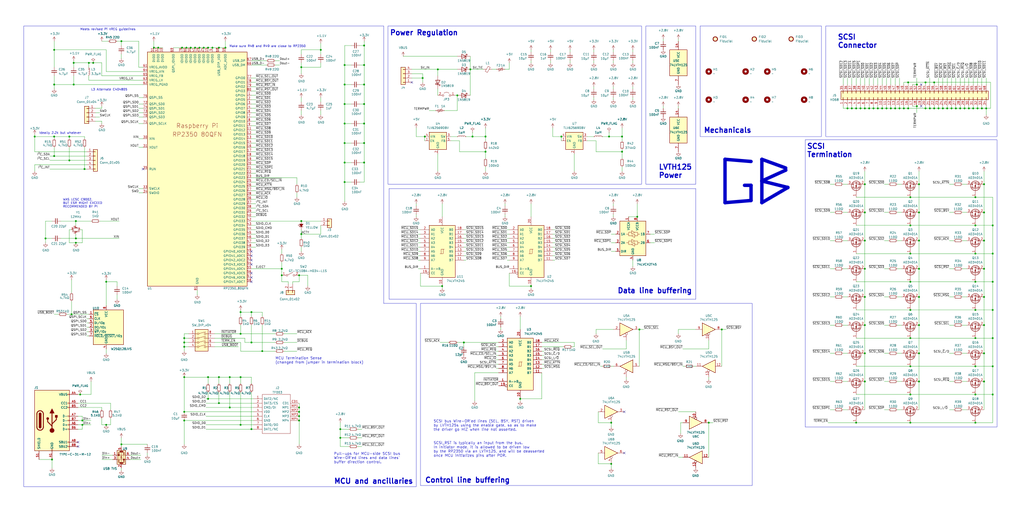
<source format=kicad_sch>
(kicad_sch (version 20250114) (generator "eeschema") (generator_version "9.0")
  (paper "User" 599.999 299.999)
  (title_block (title "GBSCSI 2 Wide") (date "2026-01-18") (rev "0.1.2") (comment 1 "Drawn by; George Rudolf Mezzomo") (comment 2 "GBSCSI model 2, HD68W header, 3.5\" form factor compatible, discrete RP2350"))
  (rectangle (start 471.805 81.915) (end 584.2 250.19))
  (rectangle (start 410.21 15.24) (end 481.33 80.01))
  (rectangle (start 378.46 15.24) (end 407.67 107.95))
  (rectangle (start 483.87 15.24) (end 584.2 80.01))
  (rectangle (start 227.33 15.24) (end 375.92 107.95))
  (text "Meets revised Pi VREG guidelines" (at 46.99 18.034 0) (effects (font (size 1.27 1.27)) (justify left bottom)))
  (text "SCSI_RST is typically an input from the bus.\nIn initiator mode, it is allowed to be driven low\nby the RP2350 via an LVTH125, and will be deasserted\nonce MCU initializes pins after POR." (at 254 267.97 0) (effects (font (size 1.524 1.524)) (justify left bottom)))
  (text "Data line buffering" (at 361.696 172.212 0) (effects (font (size 3 3) (thickness 0.6) (bold yes)) (justify left bottom)))
  (text "LVTH125\nPower\n" (at 385.826 104.648 0) (effects (font (size 3 3) (thickness 0.6) (bold yes)) (justify left bottom)))
  (text "Power Regulation" (at 228.346 21.082 0) (effects (font (size 3 3) (thickness 0.6) (bold yes)) (justify left bottom)))
  (text "SCSI\nConnector\n" (at 490.728 28.448 0) (effects (font (size 3 3) (thickness 0.6) (bold yes)) (justify left bottom)))
  (text "L3 Alternate C404805" (at 53.34 53.34 0) (effects (font (size 1.27 1.27)) (justify left bottom)))
  (text "MCU Termination Sense\n(changed from jumper in termination block)" (at 161.29 213.36 0) (effects (font (size 1.524 1.524)) (justify left bottom)))
  (text "Mechanicals" (at 412.242 78.232 0) (effects (font (size 3 3) (thickness 0.6) (bold yes)) (justify left bottom)))
  (text "Ideally 2.2k but whatever" (at 22.86 78.74 0) (effects (font (size 1.27 1.27)) (justify left bottom)))
  (text "Control line buffering" (at 248.92 283.21 0) (effects (font (size 3 3) (thickness 0.6) (bold yes)) (justify left bottom)))
  (text "MCU and ancillaries" (at 195.58 283.845 0) (effects (font (size 3 3) (thickness 0.6) (bold yes)) (justify left bottom)))
  (text "SCSI bus Wire-OR'ed lines (SEL, BSY, RST) driven\nby LVTH125s using the enable gate, so as to make\nthe driver go HiZ when line not asserted." (at 254 252.73 0) (effects (font (size 1.524 1.524)) (justify left bottom)))
  (text "Make sure R48 and R49 are close to RP2350" (at 134.366 27.94 0) (effects (font (size 1.27 1.27)) (justify left bottom)))
  (text "Pull-ups for MCU-side SCSI bus\nWire-OR'ed lines and data lines'\nbuffer direction control." (at 195.58 271.78 0) (effects (font (size 1.524 1.524)) (justify left bottom)))
  (text "SCSI\nTermination" (at 472.694 92.456 0) (effects (font (size 3 3) (thickness 0.6) (bold yes)) (justify left bottom)))
  (text "WAS LCSC C9002,\nBUT ESR MIGHT EXCEED\nRECOMMENDED BY PI" (at 36.83 121.92 0) (effects (font (size 1.27 1.27)) (justify left bottom)))
  (junction (at 256.54 40.64))
  (junction (at 109.22 27.94))
  (junction (at 571.5 181.61))
  (junction (at 511.81 63.5))
  (junction (at 415.29 247.65))
  (junction (at 201.93 60.96))
  (junction (at 542.29 63.5))
  (junction (at 201.93 95.25))
  (junction (at 549.91 63.5))
  (junction (at 496.57 63.5))
  (junction (at 62.23 165.1))
  (junction (at 49.53 99.06))
  (junction (at 576.58 190.5))
  (junction (at 121.92 220.98))
  (junction (at 506.73 124.46))
  (junction (at 533.4 214.63))
  (junction (at 284.48 80.01))
  (junction (at 557.53 63.5))
  (junction (at 576.58 223.52))
  (junction (at 533.4 198.12))
  (junction (at 504.19 63.5))
  (junction (at 499.11 63.5))
  (junction (at 501.65 63.5))
  (junction (at 311.15 167.64))
  (junction (at 527.05 63.5))
  (junction (at 356.87 80.01))
  (junction (at 213.36 95.25))
  (junction (at 506.73 140.97))
  (junction (at 506.73 223.52))
  (junction (at 506.73 63.5))
  (junction (at 562.61 63.5))
  (junction (at 199.39 251.46))
  (junction (at 506.73 173.99))
  (junction (at 537.21 49.53))
  (junction (at 175.26 161.29))
  (junction (at 187.96 29.21))
  (junction (at 571.5 231.14))
  (junction (at 524.51 63.5))
  (junction (at 575.31 63.5))
  (junction (at 516.89 63.5))
  (junction (at 26.67 139.7))
  (junction (at 201.93 38.1))
  (junction (at 134.62 238.76))
  (junction (at 165.1 157.48))
  (junction (at 538.48 190.5))
  (junction (at 533.4 165.1))
  (junction (at 501.65 247.65))
  (junction (at 140.97 195.58))
  (junction (at 506.73 190.5))
  (junction (at 175.26 238.76))
  (junction (at 581.66 231.14))
  (junction (at 276.86 80.01))
  (junction (at 48.26 246.38) (diameter 0.9144))
  (junction (at 560.07 63.5))
  (junction (at 565.15 63.5))
  (junction (at 44.45 139.7))
  (junction (at 538.48 173.99))
  (junction (at 571.5 165.1))
  (junction (at 581.66 165.1))
  (junction (at 71.12 260.35))
  (junction (at 374.65 193.04))
  (junction (at 514.35 63.5))
  (junction (at 71.12 24.13))
  (junction (at 576.58 173.99))
  (junction (at 92.71 27.94))
  (junction (at 538.48 223.52))
  (junction (at 20.32 80.01))
  (junction (at 572.77 63.5))
  (junction (at 40.64 80.01))
  (junction (at 576.58 124.46))
  (junction (at 107.95 200.66))
  (junction (at 140.97 220.98))
  (junction (at 373.38 127))
  (junction (at 62.23 248.92))
  (junction (at 176.53 129.54))
  (junction (at 213.36 49.53))
  (junction (at 128.27 236.22))
  (junction (at 201.93 49.53))
  (junction (at 521.97 63.5))
  (junction (at 581.66 198.12))
  (junction (at 577.85 63.5))
  (junction (at 519.43 63.5))
  (junction (at 107.95 246.38))
  (junction (at 576.58 107.95))
  (junction (at 358.14 247.65))
  (junction (at 43.18 49.53))
  (junction (at 538.48 107.95))
  (junction (at 153.67 205.74))
  (junction (at 147.32 182.88))
  (junction (at 284.48 88.9))
  (junction (at 538.48 207.01))
  (junction (at 576.58 207.01))
  (junction (at 147.32 251.46))
  (junction (at 107.95 220.98))
  (junction (at 213.36 60.96))
  (junction (at 544.83 63.5))
  (junction (at 571.5 214.63))
  (junction (at 107.95 241.3))
  (junction (at 529.59 63.5))
  (junction (at 532.13 48.26))
  (junction (at 538.48 124.46))
  (junction (at 30.48 269.24))
  (junction (at 132.08 27.94))
  (junction (at 140.97 182.88))
  (junction (at 201.93 83.82))
  (junction (at 199.39 256.54))
  (junction (at 107.95 198.12))
  (junction (at 571.5 148.59))
  (junction (at 267.97 55.88))
  (junction (at 506.73 207.01))
  (junction (at 31.75 91.44))
  (junction (at 554.99 63.5))
  (junction (at 147.32 200.66))
  (junction (at 107.95 203.2))
  (junction (at 259.08 167.64))
  (junction (at 364.49 80.01))
  (junction (at 533.4 132.08))
  (junction (at 328.93 80.01))
  (junction (at 571.5 247.65))
  (junction (at 213.36 26.67))
  (junction (at 581.66 181.61))
  (junction (at 213.36 83.82))
  (junction (at 533.4 231.14))
  (junction (at 506.73 107.95))
  (junction (at 128.27 220.98))
  (junction (at 571.5 198.12))
  (junction (at 44.45 142.24))
  (junction (at 532.13 63.5))
  (junction (at 533.4 148.59))
  (junction (at 533.4 181.61))
  (junction (at 43.18 36.83))
  (junction (at 121.92 27.94))
  (junction (at 248.92 80.01))
  (junction (at 90.17 27.94))
  (junction (at 134.62 220.98))
  (junction (at 364.49 88.9))
  (junction (at 506.73 157.48))
  (junction (at 275.59 40.64))
  (junction (at 124.46 27.94))
  (junction (at 31.75 80.01))
  (junction (at 538.48 140.97))
  (junction (at 41.91 184.15))
  (junction (at 213.36 38.1))
  (junction (at 547.37 48.26))
  (junction (at 567.69 63.5))
  (junction (at 31.75 49.53))
  (junction (at 576.58 140.97))
  (junction (at 175.26 243.84))
  (junction (at 114.3 27.94))
  (junction (at 201.93 106.68))
  (junction (at 304.8 233.68))
  (junction (at 119.38 27.94))
  (junction (at 116.84 27.94))
  (junction (at 581.66 148.59))
  (junction (at 213.36 72.39))
  (junction (at 176.53 137.16))
  (junction (at 509.27 63.5))
  (junction (at 175.26 246.38))
  (junction (at 542.29 48.26))
  (junction (at 40.64 93.98))
  (junction (at 422.91 193.04))
  (junction (at 52.07 36.83))
  (junction (at 175.26 241.3))
  (junction (at 271.78 200.66))
  (junction (at 44.45 129.54))
  (junction (at 176.53 39.37))
  (junction (at 581.66 214.63))
  (junction (at 358.14 271.78))
  (junction (at 552.45 63.5))
  (junction (at 570.23 63.5))
  (junction (at 106.68 27.94))
  (junction (at 48.26 248.92) (diameter 0.9144))
  (junction (at 247.65 45.72))
  (junction (at 46.99 231.14))
  (junction (at 581.66 132.08))
  (junction (at 533.4 115.57))
  (junction (at 140.97 248.92))
  (junction (at 533.4 247.65))
  (junction (at 111.76 27.94))
  (junction (at 201.93 72.39))
  (junction (at 571.5 115.57))
  (junction (at 576.58 157.48))
  (junction (at 547.37 63.5))
  (junction (at 54.61 36.83))
  (junction (at 571.5 132.08))
  (junction (at 165.1 161.29))
  (junction (at 121.92 233.68))
  (junction (at 538.48 157.48))
  (junction (at 128.27 27.94))
  (junction (at 537.21 62.23))
  (junction (at 31.75 29.21))
  (no_connect (at 539.75 49.53))
  (no_connect (at 83.82 99.06))
  (no_connect (at 45.72 259.08))
  (no_connect (at 147.32 165.1))
  (no_connect (at 147.32 160.02))
  (no_connect (at 45.72 261.62))
  (no_connect (at 365.76 265.43))
  (no_connect (at 539.75 62.23))
  (no_connect (at 241.3 48.26))
  (no_connect (at 147.32 154.94))
  (no_connect (at 365.76 241.3))
  (no_connect (at 147.32 162.56))
  (no_connect (at 147.32 147.32))
  (no_connect (at 147.32 152.4))
  (no_connect (at 147.32 149.86))
  (wire (pts (xy 494.03 124.46) (xy 496.57 124.46)))
  (wire (pts (xy 149.86 60.96) (xy 147.32 60.96)))
  (wire (pts (xy 525.78 157.48) (xy 528.32 157.48)))
  (wire (pts (xy 205.74 95.25) (xy 201.93 95.25)))
  (wire (pts (xy 52.07 194.31) (xy 50.8 194.31)))
  (wire (pts (xy 370.84 50.8) (xy 370.84 52.07)))
  (wire (pts (xy 519.43 63.5) (xy 521.97 63.5)))
  (wire (pts (xy 521.97 63.5) (xy 521.97 62.23)))
  (wire (pts (xy 290.83 203.2) (xy 292.1 203.2)))
  (wire (pts (xy 59.69 238.76) (xy 45.72 238.76)))
  (wire (pts (xy 243.84 80.01) (xy 248.92 80.01)))
  (wire (pts (xy 506.73 124.46) (xy 506.73 140.97)))
  (wire (pts (xy 581.66 148.59) (xy 581.66 165.1)))
  (wire (pts (xy 140.97 205.74) (xy 153.67 205.74)))
  (wire (pts (xy 68.58 165.1) (xy 62.23 165.1)))
  (wire (pts (xy 149.86 50.8) (xy 147.32 50.8)))
  (wire (pts (xy 147.32 220.98) (xy 147.32 224.79)))
  (wire (pts (xy 557.53 63.5) (xy 560.07 63.5)))
  (wire (pts (xy 62.23 41.91) (xy 83.82 41.91)))
  (wire (pts (xy 81.28 24.13) (xy 81.28 39.37)))
  (wire (pts (xy 318.77 208.28) (xy 317.5 208.28)))
  (wire (pts (xy 364.49 97.79) (xy 364.49 100.33)))
  (wire (pts (xy 40.64 86.36) (xy 40.64 93.98)))
  (wire (pts (xy 201.93 106.68) (xy 201.93 118.11)))
  (wire (pts (xy 205.74 38.1) (xy 201.93 38.1)))
  (wire (pts (xy 48.26 246.38) (xy 53.34 246.38)))
  (wire (pts (xy 110.49 195.58) (xy 107.95 195.58)))
  (wire (pts (xy 149.86 132.08) (xy 147.32 132.08)))
  (wire (pts (xy 83.82 72.39) (xy 81.28 72.39)))
  (wire (pts (xy 576.58 140.97) (xy 576.58 157.48)))
  (wire (pts (xy 246.38 149.86) (xy 245.11 149.86)))
  (wire (pts (xy 311.15 29.21) (xy 311.15 30.48)))
  (wire (pts (xy 90.17 27.94) (xy 92.71 27.94)))
  (wire (pts (xy 370.84 36.83) (xy 370.84 35.56)))
  (wire (pts (xy 278.13 218.44) (xy 278.13 234.95)))
  (wire (pts (xy 120.65 243.84) (xy 148.59 243.84)))
  (wire (pts (xy 241.3 43.18) (xy 247.65 43.18)))
  (wire (pts (xy 125.73 195.58) (xy 140.97 195.58)))
  (wire (pts (xy 516.89 63.5) (xy 519.43 63.5)))
  (wire (pts (xy 62.23 248.92) (xy 59.69 248.92)))
  (wire (pts (xy 128.27 220.98) (xy 121.92 220.98)))
  (wire (pts (xy 173.99 195.58) (xy 166.37 195.58)))
  (wire (pts (xy 556.26 124.46) (xy 558.8 124.46)))
  (wire (pts (xy 295.91 40.64) (xy 298.45 40.64)))
  (wire (pts (xy 107.95 195.58) (xy 107.95 198.12)))
  (wire (pts (xy 521.97 45.72) (xy 521.97 49.53)))
  (wire (pts (xy 147.32 35.56) (xy 156.21 35.56)))
  (wire (pts (xy 107.95 203.2) (xy 110.49 203.2)))
  (wire (pts (xy 140.97 182.88) (xy 147.32 182.88)))
  (wire (pts (xy 501.65 45.72) (xy 501.65 49.53)))
  (wire (pts (xy 575.31 63.5) (xy 577.85 63.5)))
  (wire (pts (xy 210.82 60.96) (xy 213.36 60.96)))
  (wire (pts (xy 275.59 55.88) (xy 275.59 40.64)))
  (wire (pts (xy 256.54 100.33) (xy 256.54 90.17)))
  (wire (pts (xy 400.05 214.63) (xy 401.32 214.63)))
  (wire (pts (xy 335.28 203.2) (xy 336.55 203.2)))
  (polyline (pts (xy 243.84 285.115) (xy 243.84 177.8)))
  (wire (pts (xy 148.59 241.3) (xy 107.95 241.3)))
  (wire (pts (xy 527.05 63.5) (xy 529.59 63.5)))
  (wire (pts (xy 317.5 233.68) (xy 317.5 218.44)))
  (wire (pts (xy 59.69 71.12) (xy 59.69 72.39)))
  (wire (pts (xy 576.58 207.01) (xy 576.58 223.52)))
  (wire (pts (xy 415.29 222.25) (xy 415.29 220.98)))
  (polyline (pts (xy 440.69 284.48) (xy 440.69 177.8)))
  (wire (pts (xy 290.83 210.82) (xy 292.1 210.82)))
  (wire (pts (xy 140.97 181.61) (xy 140.97 182.88)))
  (wire (pts (xy 205.74 49.53) (xy 201.93 49.53)))
  (wire (pts (xy 358.14 137.16) (xy 360.68 137.16)))
  (wire (pts (xy 499.11 63.5) (xy 501.65 63.5)))
  (wire (pts (xy 304.8 185.42) (xy 304.8 193.04)))
  (wire (pts (xy 147.32 251.46) (xy 148.59 251.46)))
  (wire (pts (xy 213.36 49.53) (xy 213.36 60.96)))
  (wire (pts (xy 377.19 193.04) (xy 374.65 193.04)))
  (wire (pts (xy 40.64 80.01) (xy 49.53 80.01)))
  (wire (pts (xy 318.77 205.74) (xy 317.5 205.74)))
  (wire (pts (xy 538.48 157.48) (xy 538.48 173.99)))
  (polyline (pts (xy 224.79 177.8) (xy 224.79 15.24)))
  (wire (pts (xy 388.62 62.23) (xy 388.62 63.5)))
  (wire (pts (xy 504.19 63.5) (xy 506.73 63.5)))
  (wire (pts (xy 533.4 181.61) (xy 571.5 181.61)))
  (wire (pts (xy 554.99 63.5) (xy 557.53 63.5)))
  (wire (pts (xy 525.78 124.46) (xy 528.32 124.46)))
  (wire (pts (xy 560.07 63.5) (xy 560.07 62.23)))
  (wire (pts (xy 486.41 207.01) (xy 488.95 207.01)))
  (wire (pts (xy 68.58 167.64) (xy 68.58 165.1)))
  (wire (pts (xy 52.07 191.77) (xy 50.8 191.77)))
  (wire (pts (xy 147.32 182.88) (xy 153.67 182.88)))
  (wire (pts (xy 259.08 168.91) (xy 259.08 167.64)))
  (wire (pts (xy 43.18 36.83) (xy 52.07 36.83)))
  (wire (pts (xy 30.48 129.54) (xy 26.67 129.54)))
  (wire (pts (xy 176.53 29.21) (xy 187.96 29.21)))
  (wire (pts (xy 241.3 45.72) (xy 247.65 45.72)))
  (wire (pts (xy 570.23 63.5) (xy 572.77 63.5)))
  (wire (pts (xy 581.66 165.1) (xy 581.66 181.61)))
  (wire (pts (xy 147.32 157.48) (xy 165.1 157.48)))
  (wire (pts (xy 529.59 63.5) (xy 529.59 62.23)))
  (wire (pts (xy 107.95 246.38) (xy 107.95 260.35)))
  (wire (pts (xy 209.55 256.54) (xy 212.09 256.54)))
  (wire (pts (xy 334.01 29.21) (xy 334.01 30.48)))
  (wire (pts (xy 350.52 247.65) (xy 358.14 247.65)))
  (wire (pts (xy 297.18 152.4) (xy 298.45 152.4)))
  (wire (pts (xy 264.16 80.01) (xy 267.97 80.01)))
  (wire (pts (xy 149.86 63.5) (xy 147.32 63.5)))
  (wire (pts (xy 81.28 63.5) (xy 83.82 63.5)))
  (wire (pts (xy 359.41 36.83) (xy 359.41 35.56)))
  (wire (pts (xy 284.48 80.01) (xy 284.48 82.55)))
  (wire (pts (xy 256.54 40.64) (xy 267.97 40.64)))
  (wire (pts (xy 176.53 64.77) (xy 176.53 67.31)))
  (wire (pts (xy 567.69 63.5) (xy 567.69 62.23)))
  (wire (pts (xy 40.64 80.01) (xy 40.64 81.28)))
  (wire (pts (xy 571.5 198.12) (xy 581.66 198.12)))
  (wire (pts (xy 246.38 167.64) (xy 259.08 167.64)))
  (wire (pts (xy 180.34 161.29) (xy 180.34 167.64)))
  (wire (pts (xy 83.82 57.15) (xy 81.28 57.15)))
  (wire (pts (xy 273.05 149.86) (xy 271.78 149.86)))
  (wire (pts (xy 499.11 45.72) (xy 499.11 49.53)))
  (wire (pts (xy 149.86 81.28) (xy 147.32 81.28)))
  (wire (pts (xy 147.32 229.87) (xy 147.32 251.46)))
  (wire (pts (xy 485.14 247.65) (xy 501.65 247.65)))
  (wire (pts (xy 501.65 231.14) (xy 533.4 231.14)))
  (wire (pts (xy 176.53 134.62) (xy 176.53 137.16)))
  (wire (pts (xy 166.37 205.74) (xy 173.99 205.74)))
  (wire (pts (xy 501.65 198.12) (xy 533.4 198.12)))
  (wire (pts (xy 537.21 66.04) (xy 537.21 62.23)))
  (wire (pts (xy 187.96 39.37) (xy 187.96 36.83)))
  (wire (pts (xy 176.53 129.54) (xy 187.96 129.54)))
  (wire (pts (xy 563.88 207.01) (xy 566.42 207.01)))
  (wire (pts (xy 40.64 93.98) (xy 50.8 93.98)))
  (wire (pts (xy 43.18 44.45) (xy 43.18 49.53)))
  (wire (pts (xy 149.86 106.68) (xy 147.32 106.68)))
  (wire (pts (xy 213.36 72.39) (xy 213.36 83.82)))
  (wire (pts (xy 49.53 99.06) (xy 50.8 99.06)))
  (wire (pts (xy 295.91 120.65) (xy 295.91 119.38)))
  (wire (pts (xy 165.1 161.29) (xy 165.1 165.1)))
  (polyline (pts (xy 461.645 109.855) (xy 446.405 106.045)) (stroke (width 2)))
  (wire (pts (xy 46.99 231.14) (xy 53.34 231.14)))
  (wire (pts (xy 175.26 236.22) (xy 175.26 238.76)))
  (wire (pts (xy 267.97 200.66) (xy 271.78 200.66)))
  (wire (pts (xy 149.86 142.24) (xy 147.32 142.24)))
  (wire (pts (xy 538.48 190.5) (xy 538.48 207.01)))
  (wire (pts (xy 59.69 245.11) (xy 59.69 248.92)))
  (wire (pts (xy 71.12 274.32) (xy 71.12 275.59)))
  (wire (pts (xy 201.93 83.82) (xy 201.93 95.25)))
  (wire (pts (xy 400.05 204.47) (xy 415.29 204.47)))
  (wire (pts (xy 29.21 93.98) (xy 40.64 93.98)))
  (polyline (pts (xy 407.67 110.49) (xy 227.965 110.49)))
  (wire (pts (xy 176.53 144.78) (xy 176.53 147.32)))
  (wire (pts (xy 236.22 33.02) (xy 267.97 33.02)))
  (wire (pts (xy 128.27 27.94) (xy 132.08 27.94)))
  (wire (pts (xy 563.88 223.52) (xy 566.42 223.52)))
  (wire (pts (xy 71.12 24.13) (xy 71.12 26.67)))
  (wire (pts (xy 406.4 214.63) (xy 407.67 214.63)))
  (wire (pts (xy 577.85 45.72) (xy 577.85 49.53)))
  (wire (pts (xy 284.48 87.63) (xy 284.48 88.9)))
  (wire (pts (xy 247.65 43.18) (xy 247.65 45.72)))
  (wire (pts (xy 20.32 80.01) (xy 20.32 88.9)))
  (wire (pts (xy 504.19 63.5) (xy 504.19 62.23)))
  (wire (pts (xy 64.77 236.22) (xy 45.72 236.22)))
  (wire (pts (xy 572.77 63.5) (xy 575.31 63.5)))
  (wire (pts (xy 90.17 24.13) (xy 90.17 27.94)))
  (wire (pts (xy 210.82 26.67) (xy 213.36 26.67)))
  (wire (pts (xy 153.67 190.5) (xy 153.67 205.74)))
  (wire (pts (xy 509.27 63.5) (xy 511.81 63.5)))
  (wire (pts (xy 356.87 77.47) (xy 356.87 80.01)))
  (polyline (pts (xy 424.815 93.345) (xy 424.815 118.745)) (stroke (width 2)))
  (wire (pts (xy 149.86 55.88) (xy 147.32 55.88)))
  (wire (pts (xy 398.78 247.65) (xy 398.78 254)))
  (wire (pts (xy 273.05 144.78) (xy 271.78 144.78)))
  (wire (pts (xy 501.65 247.65) (xy 533.4 247.65)))
  (wire (pts (xy 121.92 220.98) (xy 121.92 224.79)))
  (polyline (pts (xy 446.405 118.745) (xy 461.645 109.855)) (stroke (width 2)))
  (wire (pts (xy 116.84 27.94) (xy 119.38 27.94)))
  (wire (pts (xy 557.53 63.5) (xy 557.53 62.23)))
  (wire (pts (xy 494.03 190.5) (xy 496.57 190.5)))
  (wire (pts (xy 580.39 48.26) (xy 580.39 63.5)))
  (wire (pts (xy 494.03 240.03) (xy 496.57 240.03)))
  (wire (pts (xy 205.74 26.67) (xy 201.93 26.67)))
  (wire (pts (xy 509.27 45.72) (xy 509.27 49.53)))
  (wire (pts (xy 284.48 88.9) (xy 284.48 92.71)))
  (wire (pts (xy 147.32 200.66) (xy 161.29 200.66)))
  (wire (pts (xy 359.41 29.21) (xy 359.41 30.48)))
  (wire (pts (xy 45.72 243.84) (xy 48.26 243.84)))
  (wire (pts (xy 537.21 62.23) (xy 534.67 62.23)))
  (wire (pts (xy 176.53 31.75) (xy 176.53 29.21)))
  (wire (pts (xy 397.51 267.97) (xy 400.05 267.97)))
  (wire (pts (xy 175.26 243.84) (xy 175.26 246.38)))
  (polyline (pts (xy 440.055 94.615) (xy 424.815 93.345)) (stroke (width 2)))
  (wire (pts (xy 246.38 147.32) (xy 245.11 147.32)))
  (wire (pts (xy 26.67 139.7) (xy 26.67 142.24)))
  (wire (pts (xy 562.61 45.72) (xy 562.61 49.53)))
  (wire (pts (xy 534.67 49.53) (xy 537.21 49.53)))
  (wire (pts (xy 213.36 38.1) (xy 213.36 49.53)))
  (wire (pts (xy 111.76 27.94) (xy 114.3 27.94)))
  (wire (pts (xy 48.26 142.24) (xy 44.45 142.24)))
  (wire (pts (xy 30.48 139.7) (xy 26.67 139.7)))
  (wire (pts (xy 576.58 173.99) (xy 576.58 190.5)))
  (wire (pts (xy 149.86 96.52) (xy 147.32 96.52)))
  (wire (pts (xy 68.58 24.13) (xy 71.12 24.13)))
  (wire (pts (xy 149.86 101.6) (xy 147.32 101.6)))
  (wire (pts (xy 501.65 165.1) (xy 533.4 165.1)))
  (wire (pts (xy 128.27 236.22) (xy 148.59 236.22)))
  (wire (pts (xy 506.73 223.52) (xy 506.73 240.03)))
  (wire (pts (xy 415.29 247.65) (xy 415.29 267.97)))
  (wire (pts (xy 571.5 231.14) (xy 581.66 231.14)))
  (wire (pts (xy 496.57 45.72) (xy 496.57 49.53)))
  (wire (pts (xy 364.49 80.01) (xy 364.49 82.55)))
  (polyline (pts (xy 446.405 93.345) (xy 460.375 98.425)) (stroke (width 2)))
  (wire (pts (xy 533.4 198.12) (xy 571.5 198.12)))
  (wire (pts (xy 246.38 137.16) (xy 245.11 137.16)))
  (wire (pts (xy 147.32 129.54) (xy 176.53 129.54)))
  (wire (pts (xy 350.52 271.78) (xy 358.14 271.78)))
  (wire (pts (xy 134.62 220.98) (xy 134.62 224.79)))
  (wire (pts (xy 134.62 220.98) (xy 128.27 220.98)))
  (wire (pts (xy 297.18 137.16) (xy 298.45 137.16)))
  (wire (pts (xy 66.04 269.24) (xy 59.69 269.24)))
  (wire (pts (xy 571.5 181.61) (xy 581.66 181.61)))
  (wire (pts (xy 161.29 35.56) (xy 163.83 35.56)))
  (wire (pts (xy 542.29 48.26) (xy 532.13 48.26)))
  (wire (pts (xy 149.86 83.82) (xy 147.32 83.82)))
  (polyline (pts (xy 13.97 15.24) (xy 224.79 15.24)))
  (wire (pts (xy 544.83 63.5) (xy 544.83 62.23)))
  (wire (pts (xy 149.86 127) (xy 147.32 127)))
  (wire (pts (xy 349.25 193.04) (xy 349.25 195.58)))
  (wire (pts (xy 176.53 137.16) (xy 176.53 139.7)))
  (wire (pts (xy 563.88 107.95) (xy 566.42 107.95)))
  (wire (pts (xy 140.97 220.98) (xy 147.32 220.98)))
  (wire (pts (xy 501.65 132.08) (xy 533.4 132.08)))
  (wire (pts (xy 370.84 156.21) (xy 370.84 152.4)))
  (wire (pts (xy 49.53 86.36) (xy 49.53 99.06)))
  (wire (pts (xy 521.97 63.5) (xy 524.51 63.5)))
  (wire (pts (xy 544.83 45.72) (xy 544.83 49.53)))
  (polyline (pts (xy 407.67 175.26) (xy 407.67 110.49)))
  (wire (pts (xy 311.15 167.64) (xy 311.15 168.91)))
  (polyline (pts (xy 246.38 177.8) (xy 440.69 177.8)))
  (wire (pts (xy 149.86 109.22) (xy 147.32 109.22)))
  (wire (pts (xy 486.41 190.5) (xy 488.95 190.5)))
  (wire (pts (xy 31.75 80.01) (xy 31.75 81.28)))
  (wire (pts (xy 201.93 38.1) (xy 201.93 26.67)))
  (polyline (pts (xy 227.965 110.49) (xy 227.965 175.26)))
  (wire (pts (xy 297.18 144.78) (xy 298.45 144.78)))
  (wire (pts (xy 519.43 63.5) (xy 519.43 62.23)))
  (wire (pts (xy 256.54 52.07) (xy 256.54 55.88)))
  (wire (pts (xy 571.5 214.63) (xy 581.66 214.63)))
  (wire (pts (xy 524.51 63.5) (xy 527.05 63.5)))
  (wire (pts (xy 62.23 165.1) (xy 62.23 179.07)))
  (wire (pts (xy 260.35 64.77) (xy 267.97 64.77)))
  (wire (pts (xy 556.26 240.03) (xy 558.8 240.03)))
  (wire (pts (xy 538.48 207.01) (xy 538.48 223.52)))
  (wire (pts (xy 149.86 121.92) (xy 147.32 121.92)))
  (wire (pts (xy 107.95 203.2) (xy 107.95 205.74)))
  (wire (pts (xy 213.36 26.67) (xy 213.36 38.1)))
  (wire (pts (xy 486.41 223.52) (xy 488.95 223.52)))
  (wire (pts (xy 165.1 146.05) (xy 165.1 148.59)))
  (wire (pts (xy 571.5 247.65) (xy 581.66 247.65)))
  (wire (pts (xy 264.16 82.55) (xy 269.24 82.55)))
  (wire (pts (xy 53.34 223.52) (xy 53.34 231.14)))
  (wire (pts (xy 525.78 107.95) (xy 528.32 107.95)))
  (wire (pts (xy 538.48 124.46) (xy 538.48 140.97)))
  (wire (pts (xy 149.86 91.44) (xy 147.32 91.44)))
  (wire (pts (xy 349.25 193.04) (xy 359.41 193.04)))
  (wire (pts (xy 334.01 36.83) (xy 334.01 35.56)))
  (wire (pts (xy 271.78 203.2) (xy 271.78 200.66)))
  (wire (pts (xy 527.05 45.72) (xy 527.05 49.53)))
  (wire (pts (xy 213.36 60.96) (xy 213.36 72.39)))
  (wire (pts (xy 509.27 63.5) (xy 509.27 62.23)))
  (wire (pts (xy 273.05 152.4) (xy 271.78 152.4)))
  (wire (pts (xy 290.83 215.9) (xy 292.1 215.9)))
  (wire (pts (xy 575.31 63.5) (xy 575.31 62.23)))
  (wire (pts (xy 134.62 229.87) (xy 134.62 238.76)))
  (wire (pts (xy 525.78 207.01) (xy 528.32 207.01)))
  (wire (pts (xy 347.98 29.21) (xy 347.98 30.48)))
  (wire (pts (xy 370.84 29.21) (xy 370.84 30.48)))
  (wire (pts (xy 35.56 139.7) (xy 44.45 139.7)))
  (polyline (pts (xy 446.405 93.345) (xy 446.405 118.745)) (stroke (width 2)))
  (wire (pts (xy 556.26 223.52) (xy 558.8 223.52)))
  (wire (pts (xy 187.96 64.77) (xy 187.96 67.31)))
  (wire (pts (xy 143.51 198.12) (xy 143.51 200.66)))
  (wire (pts (xy 149.86 111.76) (xy 147.32 111.76)))
  (wire (pts (xy 20.32 80.01) (xy 31.75 80.01)))
  (wire (pts (xy 571.5 132.08) (xy 581.66 132.08)))
  (wire (pts (xy 494.03 107.95) (xy 496.57 107.95)))
  (wire (pts (xy 149.86 99.06) (xy 147.32 99.06)))
  (wire (pts (xy 121.92 27.94) (xy 124.46 27.94)))
  (wire (pts (xy 494.03 207.01) (xy 496.57 207.01)))
  (wire (pts (xy 486.41 124.46) (xy 488.95 124.46)))
  (wire (pts (xy 295.91 125.73) (xy 295.91 127)))
  (wire (pts (xy 49.53 80.01) (xy 49.53 81.28)))
  (wire (pts (xy 81.28 60.96) (xy 83.82 60.96)))
  (wire (pts (xy 325.12 147.32) (xy 323.85 147.32)))
  (wire (pts (xy 267.97 55.88) (xy 267.97 64.77)))
  (wire (pts (xy 350.52 241.3) (xy 350.52 247.65)))
  (wire (pts (xy 121.92 233.68) (xy 148.59 233.68)))
  (wire (pts (xy 107.95 200.66) (xy 107.95 203.2)))
  (wire (pts (xy 533.4 165.1) (xy 571.5 165.1)))
  (wire (pts (xy 71.12 34.29) (xy 71.12 31.75)))
  (wire (pts (xy 176.53 39.37) (xy 187.96 39.37)))
  (wire (pts (xy 565.15 63.5) (xy 567.69 63.5)))
  (wire (pts (xy 149.86 48.26) (xy 147.32 48.26)))
  (wire (pts (xy 175.26 238.76) (xy 175.26 241.3)))
  (wire (pts (xy 41.91 163.83) (xy 41.91 171.45)))
  (wire (pts (xy 147.32 190.5) (xy 147.32 200.66)))
  (wire (pts (xy 290.83 205.74) (xy 292.1 205.74)))
  (wire (pts (xy 149.86 119.38) (xy 147.32 119.38)))
  (wire (pts (xy 325.12 139.7) (xy 323.85 139.7)))
  (wire (pts (xy 48.26 251.46) (xy 45.72 251.46)))
  (wire (pts (xy 48.26 243.84) (xy 48.26 246.38)))
  (wire (pts (xy 317.5 200.66) (xy 336.55 200.66)))
  (wire (pts (xy 140.97 220.98) (xy 140.97 224.79)))
  (wire (pts (xy 107.95 220.98) (xy 121.92 220.98)))
  (wire (pts (xy 518.16 107.95) (xy 520.7 107.95)))
  (wire (pts (xy 358.14 247.65) (xy 358.14 250.19)))
  (wire (pts (xy 328.93 80.01) (xy 328.93 82.55)))
  (wire (pts (xy 422.91 193.04) (xy 422.91 214.63)))
  (wire (pts (xy 318.77 213.36) (xy 317.5 213.36)))
  (wire (pts (xy 55.88 68.58) (xy 58.42 68.58)))
  (wire (pts (xy 210.82 95.25) (xy 213.36 95.25)))
  (wire (pts (xy 50.8 186.69) (xy 52.07 186.69)))
  (wire (pts (xy 501.65 115.57) (xy 533.4 115.57)))
  (wire (pts (xy 199.39 261.62) (xy 199.39 256.54)))
  (wire (pts (xy 292.1 218.44) (xy 278.13 218.44)))
  (wire (pts (xy 538.48 140.97) (xy 538.48 157.48)))
  (wire (pts (xy 176.53 36.83) (xy 176.53 39.37)))
  (wire (pts (xy 494.03 63.5) (xy 494.03 62.23)))
  (wire (pts (xy 59.69 266.7) (xy 66.04 266.7)))
  (wire (pts (xy 114.3 27.94) (xy 116.84 27.94)))
  (wire (pts (xy 48.26 246.38) (xy 45.72 246.38)))
  (wire (pts (xy 153.67 182.88) (xy 153.67 185.42)))
  (wire (pts (xy 273.05 142.24) (xy 271.78 142.24)))
  (wire (pts (xy 149.86 73.66) (xy 147.32 73.66)))
  (wire (pts (xy 210.82 106.68) (xy 213.36 106.68)))
  (wire (pts (xy 511.81 45.72) (xy 511.81 49.53)))
  (wire (pts (xy 246.38 152.4) (xy 245.11 152.4)))
  (polyline (pts (xy 460.375 99.695) (xy 460.375 99.695)) (stroke (width 2)))
  (wire (pts (xy 518.16 223.52) (xy 520.7 223.52)))
  (wire (pts (xy 83.82 110.49) (xy 81.28 110.49)))
  (wire (pts (xy 576.58 190.5) (xy 576.58 207.01)))
  (wire (pts (xy 368.3 127) (xy 373.38 127)))
  (wire (pts (xy 557.53 45.72) (xy 557.53 49.53)))
  (wire (pts (xy 120.65 251.46) (xy 147.32 251.46)))
  (wire (pts (xy 44.45 137.16) (xy 44.45 139.7)))
  (wire (pts (xy 494.03 140.97) (xy 496.57 140.97)))
  (wire (pts (xy 506.73 100.33) (xy 506.73 107.95)))
  (wire (pts (xy 383.54 137.16) (xy 381 137.16)))
  (wire (pts (xy 58.42 129.54) (xy 69.85 129.54)))
  (wire (pts (xy 525.78 240.03) (xy 528.32 240.03)))
  (wire (pts (xy 364.49 87.63) (xy 364.49 88.9)))
  (wire (pts (xy 344.17 82.55) (xy 349.25 82.55)))
  (wire (pts (xy 547.37 48.26) (xy 580.39 48.26)))
  (wire (pts (xy 83.82 113.03) (xy 81.28 113.03)))
  (wire (pts (xy 486.41 107.95) (xy 488.95 107.95)))
  (wire (pts (xy 576.58 107.95) (xy 576.58 124.46)))
  (wire (pts (xy 504.19 45.72) (xy 504.19 49.53)))
  (wire (pts (xy 563.88 240.03) (xy 566.42 240.03)))
  (wire (pts (xy 538.48 223.52) (xy 538.48 240.03)))
  (wire (pts (xy 290.83 213.36) (xy 292.1 213.36)))
  (wire (pts (xy 560.07 45.72) (xy 560.07 49.53)))
  (wire (pts (xy 257.81 200.66) (xy 262.89 200.66)))
  (wire (pts (xy 173.99 113.03) (xy 173.99 115.57)))
  (wire (pts (xy 486.41 157.48) (xy 488.95 157.48)))
  (wire (pts (xy 533.4 132.08) (xy 571.5 132.08)))
  (wire (pts (xy 323.85 80.01) (xy 328.93 80.01)))
  (wire (pts (xy 149.86 88.9) (xy 147.32 88.9)))
  (wire (pts (xy 247.65 45.72) (xy 247.65 48.26)))
  (wire (pts (xy 297.18 147.32) (xy 298.45 147.32)))
  (wire (pts (xy 168.91 165.1) (xy 168.91 166.37)))
  (wire (pts (xy 210.82 83.82) (xy 213.36 83.82)))
  (wire (pts (xy 210.82 38.1) (xy 213.36 38.1)))
  (wire (pts (xy 570.23 63.5) (xy 570.23 62.23)))
  (wire (pts (xy 251.46 64.77) (xy 255.27 64.77)))
  (wire (pts (xy 519.43 45.72) (xy 519.43 49.53)))
  (wire (pts (xy 325.12 144.78) (xy 323.85 144.78)))
  (wire (pts (xy 30.48 269.24) (xy 30.48 274.32)))
  (wire (pts (xy 149.86 58.42) (xy 147.32 58.42)))
  (wire (pts (xy 501.65 148.59) (xy 533.4 148.59)))
  (wire (pts (xy 149.86 71.12) (xy 147.32 71.12)))
  (wire (pts (xy 121.92 229.87) (xy 121.92 233.68)))
  (wire (pts (xy 46.99 134.62) (xy 48.26 134.62)))
  (wire (pts (xy 318.77 215.9) (xy 317.5 215.9)))
  (wire (pts (xy 271.78 200.66) (xy 292.1 200.66)))
  (wire (pts (xy 549.91 63.5) (xy 552.45 63.5)))
  (wire (pts (xy 140.97 195.58) (xy 161.29 195.58)))
  (wire (pts (xy 542.29 63.5) (xy 544.83 63.5)))
  (wire (pts (xy 246.38 142.24) (xy 245.11 142.24)))
  (wire (pts (xy 347.98 50.8) (xy 347.98 52.07)))
  (wire (pts (xy 106.68 27.94) (xy 109.22 27.94)))
  (polyline (pts (xy 246.38 177.8) (xy 246.38 284.48)))
  (wire (pts (xy 297.18 149.86) (xy 298.45 149.86)))
  (wire (pts (xy 518.16 207.01) (xy 520.7 207.01)))
  (wire (pts (xy 542.29 49.53) (xy 542.29 48.26)))
  (wire (pts (xy 336.55 100.33) (xy 336.55 90.17)))
  (wire (pts (xy 298.45 40.64) (xy 298.45 36.83)))
  (wire (pts (xy 538.48 100.33) (xy 538.48 107.95)))
  (wire (pts (xy 506.73 45.72) (xy 506.73 49.53)))
  (wire (pts (xy 243.84 74.93) (xy 243.84 80.01)))
  (wire (pts (xy 64.77 245.11) (xy 64.77 248.92)))
  (wire (pts (xy 31.75 29.21) (xy 31.75 39.37)))
  (wire (pts (xy 120.65 238.76) (xy 134.62 238.76)))
  (wire (pts (xy 293.37 185.42) (xy 293.37 186.69)))
  (wire (pts (xy 494.03 173.99) (xy 496.57 173.99)))
  (wire (pts (xy 563.88 140.97) (xy 566.42 140.97)))
  (wire (pts (xy 556.26 140.97) (xy 558.8 140.97)))
  (wire (pts (xy 259.08 119.38) (xy 259.08 127)))
  (wire (pts (xy 149.86 76.2) (xy 147.32 76.2)))
  (wire (pts (xy 31.75 49.53) (xy 43.18 49.53)))
  (wire (pts (xy 165.1 161.29) (xy 165.1 157.48)))
  (polyline (pts (xy 227.965 175.26) (xy 407.67 175.26)))
  (wire (pts (xy 201.93 60.96) (xy 201.93 49.53)))
  (wire (pts (xy 525.78 190.5) (xy 528.32 190.5)))
  (wire (pts (xy 31.75 91.44) (xy 50.8 91.44)))
  (wire (pts (xy 358.14 142.24) (xy 360.68 142.24)))
  (wire (pts (xy 149.86 144.78) (xy 147.32 144.78)))
  (wire (pts (xy 374.65 193.04) (xy 374.65 214.63)))
  (wire (pts (xy 101.6 27.94) (xy 106.68 27.94)))
  (wire (pts (xy 43.18 39.37) (xy 43.18 36.83)))
  (wire (pts (xy 290.83 208.28) (xy 292.1 208.28)))
  (wire (pts (xy 506.73 140.97) (xy 506.73 157.48)))
  (wire (pts (xy 143.51 200.66) (xy 147.32 200.66)))
  (wire (pts (xy 76.2 269.24) (xy 82.55 269.24)))
  (wire (pts (xy 34.29 184.15) (xy 31.75 184.15)))
  (wire (pts (xy 549.91 63.5) (xy 549.91 62.23)))
  (wire (pts (xy 209.55 261.62) (xy 212.09 261.62)))
  (wire (pts (xy 567.69 63.5) (xy 570.23 63.5)))
  (wire (pts (xy 511.81 63.5) (xy 511.81 62.23)))
  (wire (pts (xy 204.47 251.46) (xy 199.39 251.46)))
  (wire (pts (xy 529.59 63.5) (xy 532.13 63.5)))
  (wire (pts (xy 304.8 233.68) (xy 317.5 233.68)))
  (wire (pts (xy 325.12 134.62) (xy 323.85 134.62)))
  (wire (pts (xy 55.88 66.04) (xy 58.42 66.04)))
  (wire (pts (xy 246.38 144.78) (xy 245.11 144.78)))
  (wire (pts (xy 359.41 58.42) (xy 359.41 57.15)))
  (wire (pts (xy 562.61 63.5) (xy 565.15 63.5)))
  (wire (pts (xy 506.73 63.5) (xy 506.73 62.23)))
  (wire (pts (xy 349.25 88.9) (xy 364.49 88.9)))
  (wire (pts (xy 81.28 39.37) (xy 83.82 39.37)))
  (wire (pts (xy 571.5 148.59) (xy 581.66 148.59)))
  (wire (pts (xy 542.29 63.5) (xy 542.29 62.23)))
  (wire (pts (xy 506.73 207.01) (xy 506.73 223.52)))
  (wire (pts (xy 563.88 124.46) (xy 566.42 124.46)))
  (wire (pts (xy 538.48 173.99) (xy 538.48 190.5)))
  (wire (pts (xy 397.51 193.04) (xy 397.51 195.58)))
  (wire (pts (xy 318.77 210.82) (xy 317.5 210.82)))
  (wire (pts (xy 213.36 95.25) (xy 213.36 106.68)))
  (wire (pts (xy 149.86 86.36) (xy 147.32 86.36)))
  (wire (pts (xy 547.37 48.26) (xy 542.29 48.26)))
  (wire (pts (xy 358.14 147.32) (xy 360.68 147.32)))
  (polyline (pts (xy 446.405 106.045) (xy 446.405 106.045)) (stroke (width 2)))
  (wire (pts (xy 533.4 148.59) (xy 571.5 148.59)))
  (wire (pts (xy 284.48 97.79) (xy 284.48 100.33)))
  (wire (pts (xy 325.12 149.86) (xy 323.85 149.86)))
  (wire (pts (xy 347.98 58.42) (xy 347.98 57.15)))
  (wire (pts (xy 344.17 80.01) (xy 347.98 80.01)))
  (wire (pts (xy 20.32 96.52) (xy 50.8 96.52)))
  (wire (pts (xy 525.78 223.52) (xy 528.32 223.52)))
  (wire (pts (xy 383.54 142.24) (xy 381 142.24)))
  (wire (pts (xy 373.38 119.38) (xy 373.38 127)))
  (wire (pts (xy 532.13 63.5) (xy 532.13 62.23)))
  (polyline (pts (xy 461.645 109.855) (xy 461.645 109.855)) (stroke (width 2)))
  (wire (pts (xy 311.15 36.83) (xy 311.15 35.56)))
  (wire (pts (xy 356.87 80.01) (xy 364.49 80.01)))
  (wire (pts (xy 581.66 181.61) (xy 581.66 198.12)))
  (wire (pts (xy 44.45 129.54) (xy 53.34 129.54)))
  (wire (pts (xy 325.12 152.4) (xy 323.85 152.4)))
  (wire (pts (xy 417.83 247.65) (xy 415.29 247.65)))
  (wire (pts (xy 565.15 63.5) (xy 565.15 62.23)))
  (wire (pts (xy 140.97 205.74) (xy 140.97 200.66)))
  (wire (pts (xy 39.37 184.15) (xy 41.91 184.15)))
  (wire (pts (xy 425.45 193.04) (xy 422.91 193.04)))
  (wire (pts (xy 533.4 247.65) (xy 571.5 247.65)))
  (wire (pts (xy 533.4 231.14) (xy 571.5 231.14)))
  (wire (pts (xy 581.66 214.63) (xy 581.66 231.14)))
  (wire (pts (xy 175.26 161.29) (xy 175.26 165.1)))
  (wire (pts (xy 205.74 72.39) (xy 201.93 72.39)))
  (wire (pts (xy 201.93 72.39) (xy 201.93 60.96)))
  (wire (pts (xy 44.45 129.54) (xy 44.45 132.08)))
  (wire (pts (xy 86.36 260.35) (xy 71.12 260.35)))
  (polyline (pts (xy 243.84 177.8) (xy 224.79 177.8)))
  (wire (pts (xy 397.51 241.3) (xy 407.67 241.3)))
  (wire (pts (xy 81.28 81.28) (xy 83.82 81.28)))
  (wire (pts (xy 140.97 229.87) (xy 140.97 248.92)))
  (wire (pts (xy 59.69 24.13) (xy 63.5 24.13)))
  (wire (pts (xy 336.55 203.2) (xy 336.55 200.66)))
  (wire (pts (xy 486.41 140.97) (xy 488.95 140.97)))
  (wire (pts (xy 125.73 200.66) (xy 140.97 200.66)))
  (wire (pts (xy 529.59 48.26) (xy 529.59 49.53)))
  (wire (pts (xy 496.57 63.5) (xy 499.11 63.5)))
  (wire (pts (xy 276.86 80.01) (xy 284.48 80.01)))
  (wire (pts (xy 107.95 241.3) (xy 107.95 220.98)))
  (wire (pts (xy 48.26 248.92) (xy 48.26 251.46)))
  (polyline (pts (xy 13.97 285.115) (xy 243.84 285.115)))
  (wire (pts (xy 86.36 266.7) (xy 86.36 265.43)))
  (wire (pts (xy 205.74 106.68) (xy 201.93 106.68)))
  (wire (pts (xy 134.62 238.76) (xy 148.59 238.76)))
  (wire (pts (xy 120.65 233.68) (xy 121.92 233.68)))
  (wire (pts (xy 83.82 86.36) (xy 81.28 86.36)))
  (wire (pts (xy 43.18 49.53) (xy 83.82 49.53)))
  (wire (pts (xy 556.26 207.01) (xy 558.8 207.01)))
  (wire (pts (xy 273.05 80.01) (xy 276.86 80.01)))
  (wire (pts (xy 298.45 160.02) (xy 298.45 167.64)))
  (wire (pts (xy 293.37 191.77) (xy 293.37 193.04)))
  (wire (pts (xy 581.66 198.12) (xy 581.66 214.63)))
  (wire (pts (xy 563.88 157.48) (xy 566.42 157.48)))
  (wire (pts (xy 266.7 55.88) (xy 267.97 55.88)))
  (wire (pts (xy 55.88 63.5) (xy 59.69 63.5)))
  (wire (pts (xy 176.53 59.69) (xy 176.53 57.15)))
  (wire (pts (xy 269.24 88.9) (xy 284.48 88.9)))
  (wire (pts (xy 506.73 157.48) (xy 506.73 173.99)))
  (wire (pts (xy 187.96 25.4) (xy 187.96 29.21)))
  (wire (pts (xy 397.51 62.23) (xy 397.51 63.5)))
  (wire (pts (xy 41.91 176.53) (xy 41.91 184.15)))
  (wire (pts (xy 547.37 63.5) (xy 549.91 63.5)))
  (wire (pts (xy 532.13 48.26) (xy 532.13 49.53)))
  (wire (pts (xy 128.27 224.79) (xy 128.27 220.98)))
  (wire (pts (xy 52.07 44.45) (xy 52.07 46.99)))
  (wire (pts (xy 322.58 29.21) (xy 322.58 30.48)))
  (wire (pts (xy 407.67 193.04) (xy 397.51 193.04)))
  (wire (pts (xy 567.69 45.72) (xy 567.69 49.53)))
  (wire (pts (xy 199.39 256.54) (xy 199.39 251.46)))
  (wire (pts (xy 524.51 63.5) (xy 524.51 62.23)))
  (wire (pts (xy 524.51 45.72) (xy 524.51 49.53)))
  (polyline (pts (xy 436.245 108.585) (xy 440.055 108.585)) (stroke (width 2)))
  (wire (pts (xy 68.58 172.72) (xy 68.58 175.26)))
  (wire (pts (xy 577.85 67.31) (xy 577.85 63.5)))
  (wire (pts (xy 199.39 247.65) (xy 199.39 251.46)))
  (wire (pts (xy 549.91 45.72) (xy 549.91 49.53)))
  (wire (pts (xy 31.75 24.13) (xy 31.75 29.21)))
  (wire (pts (xy 572.77 45.72) (xy 572.77 49.53)))
  (wire (pts (xy 149.86 53.34) (xy 147.32 53.34)))
  (wire (pts (xy 351.79 214.63) (xy 353.06 214.63)))
  (wire (pts (xy 120.65 248.92) (xy 140.97 248.92)))
  (wire (pts (xy 525.78 140.97) (xy 528.32 140.97)))
  (wire (pts (xy 210.82 72.39) (xy 213.36 72.39)))
  (polyline (pts (xy 446.405 106.045) (xy 460.375 99.695)) (stroke (width 2)))
  (wire (pts (xy 552.45 63.5) (xy 554.99 63.5)))
  (wire (pts (xy 359.41 120.65) (xy 359.41 119.38)))
  (polyline (pts (xy 13.97 285.115) (xy 13.97 15.24)))
  (wire (pts (xy 367.03 222.25) (xy 367.03 220.98)))
  (wire (pts (xy 575.31 45.72) (xy 575.31 49.53)))
  (wire (pts (xy 44.45 139.7) (xy 69.85 139.7)))
  (wire (pts (xy 31.75 86.36) (xy 31.75 91.44)))
  (wire (pts (xy 547.37 63.5) (xy 547.37 62.23)))
  (wire (pts (xy 415.29 204.47) (xy 415.29 199.39)))
  (wire (pts (xy 20.32 78.74) (xy 20.32 80.01)))
  (wire (pts (xy 400.05 247.65) (xy 398.78 247.65)))
  (wire (pts (xy 518.16 124.46) (xy 520.7 124.46)))
  (wire (pts (xy 576.58 157.48) (xy 576.58 173.99)))
  (wire (pts (xy 81.28 68.58) (xy 83.82 68.58)))
  (wire (pts (xy 149.86 134.62) (xy 147.32 134.62)))
  (wire (pts (xy 501.65 63.5) (xy 504.19 63.5)))
  (wire (pts (xy 128.27 229.87) (xy 128.27 236.22)))
  (wire (pts (xy 273.05 139.7) (xy 271.78 139.7)))
  (wire (pts (xy 577.85 63.5) (xy 577.85 62.23)))
  (wire (pts (xy 45.72 231.14) (xy 46.99 231.14)))
  (wire (pts (xy 359.41 50.8) (xy 359.41 52.07)))
  (wire (pts (xy 499.11 63.5) (xy 499.11 62.23)))
  (wire (pts (xy 358.14 214.63) (xy 359.41 214.63)))
  (wire (pts (xy 119.38 27.94) (xy 121.92 27.94)))
  (wire (pts (xy 59.69 44.45) (xy 59.69 36.83)))
  (wire (pts (xy 349.25 82.55) (xy 349.25 88.9)))
  (wire (pts (xy 83.82 44.45) (xy 59.69 44.45)))
  (wire (pts (xy 560.07 63.5) (xy 562.61 63.5)))
  (wire (pts (xy 161.29 205.74) (xy 153.67 205.74)))
  (wire (pts (xy 322.58 36.83) (xy 322.58 35.56)))
  (wire (pts (xy 496.57 63.5) (xy 496.57 62.23)))
  (wire (pts (xy 147.32 104.14) (xy 173.99 104.14)))
  (wire (pts (xy 486.41 240.03) (xy 488.95 240.03)))
  (wire (pts (xy 518.16 157.48) (xy 520.7 157.48)))
  (wire (pts (xy 273.05 137.16) (xy 271.78 137.16)))
  (wire (pts (xy 243.84 125.73) (xy 243.84 127)))
  (wire (pts (xy 132.08 24.13) (xy 132.08 27.94)))
  (wire (pts (xy 205.74 60.96) (xy 201.93 60.96)))
  (wire (pts (xy 525.78 173.99) (xy 528.32 173.99)))
  (wire (pts (xy 538.48 107.95) (xy 538.48 124.46)))
  (wire (pts (xy 532.13 48.26) (xy 529.59 48.26)))
  (wire (pts (xy 171.45 165.1) (xy 171.45 166.37)))
  (wire (pts (xy 62.23 207.01) (xy 62.23 204.47)))
  (wire (pts (xy 149.86 45.72) (xy 147.32 45.72)))
  (wire (pts (xy 71.12 256.54) (xy 71.12 260.35)))
  (wire (pts (xy 246.38 160.02) (xy 246.38 167.64)))
  (wire (pts (xy 576.58 100.33) (xy 576.58 107.95)))
  (wire (pts (xy 175.26 246.38) (xy 175.26 260.35)))
  (wire (pts (xy 52.07 46.99) (xy 83.82 46.99)))
  (wire (pts (xy 537.21 45.72) (xy 537.21 49.53)))
  (wire (pts (xy 161.29 38.1) (xy 163.83 38.1)))
  (wire (pts (xy 20.32 96.52) (xy 20.32 100.33)))
  (wire (pts (xy 297.18 134.62) (xy 298.45 134.62)))
  (wire (pts (xy 501.65 181.61) (xy 533.4 181.61)))
  (wire (pts (xy 29.21 99.06) (xy 49.53 99.06)))
  (wire (pts (xy 570.23 45.72) (xy 570.23 49.53)))
  (wire (pts (xy 533.4 214.63) (xy 571.5 214.63)))
  (wire (pts (xy 554.99 45.72) (xy 554.99 49.53)))
  (wire (pts (xy 580.39 63.5) (xy 577.85 63.5)))
  (wire (pts (xy 59.69 63.5) (xy 59.69 62.23)))
  (wire (pts (xy 187.96 132.08) (xy 187.96 137.16)))
  (wire (pts (xy 140.97 190.5) (xy 140.97 195.58)))
  (wire (pts (xy 275.59 40.64) (xy 283.21 40.64)))
  (wire (pts (xy 147.32 38.1) (xy 156.21 38.1)))
  (wire (pts (xy 54.61 36.83) (xy 59.69 36.83)))
  (wire (pts (xy 288.29 40.64) (xy 290.83 40.64)))
  (wire (pts (xy 359.41 125.73) (xy 359.41 127)))
  (wire (pts (xy 204.47 256.54) (xy 199.39 256.54)))
  (wire (pts (xy 350.52 265.43) (xy 350.52 271.78)))
  (wire (pts (xy 297.18 142.24) (xy 298.45 142.24)))
  (wire (pts (xy 187.96 31.75) (xy 187.96 29.21)))
  (wire (pts (xy 311.15 119.38) (xy 311.15 127)))
  (wire (pts (xy 31.75 44.45) (xy 31.75 49.53)))
  (wire (pts (xy 364.49 74.93) (xy 364.49 80.01)))
  (wire (pts (xy 323.85 74.93) (xy 323.85 80.01)))
  (wire (pts (xy 107.95 198.12) (xy 110.49 198.12)))
  (wire (pts (xy 201.93 95.25) (xy 201.93 106.68)))
  (wire (pts (xy 506.73 173.99) (xy 506.73 190.5)))
  (wire (pts (xy 494.03 63.5) (xy 496.57 63.5)))
  (wire (pts (xy 325.12 137.16) (xy 323.85 137.16)))
  (wire (pts (xy 581.66 115.57) (xy 581.66 132.08)))
  (wire (pts (xy 243.84 120.65) (xy 243.84 119.38)))
  (wire (pts (xy 511.81 63.5) (xy 514.35 63.5)))
  (wire (pts (xy 367.03 204.47) (xy 367.03 199.39)))
  (polyline (pts (xy 246.38 284.48) (xy 440.69 284.48)))
  (wire (pts (xy 273.05 147.32) (xy 271.78 147.32)))
  (wire (pts (xy 506.73 63.5) (xy 509.27 63.5)))
  (wire (pts (xy 71.12 24.13) (xy 81.28 24.13)))
  (wire (pts (xy 125.73 203.2) (xy 139.7 203.2)))
  (wire (pts (xy 173.99 104.14) (xy 173.99 107.95)))
  (wire (pts (xy 107.95 198.12) (xy 107.95 200.66)))
  (wire (pts (xy 48.26 248.92) (xy 53.34 248.92)))
  (wire (pts (xy 109.22 27.94) (xy 111.76 27.94)))
  (wire (pts (xy 149.86 124.46) (xy 147.32 124.46)))
  (wire (pts (xy 494.03 45.72) (xy 494.03 49.53)))
  (wire (pts (xy 556.26 107.95) (xy 558.8 107.95)))
  (wire (pts (xy 518.16 140.97) (xy 520.7 140.97)))
  (wire (pts (xy 518.16 190.5) (xy 520.7 190.5)))
  (wire (pts (xy 562.61 63.5) (xy 562.61 62.23)))
  (wire (pts (xy 563.88 190.5) (xy 566.42 190.5)))
  (wire (pts (xy 317.5 203.2) (xy 330.2 203.2)))
  (wire (pts (xy 165.1 153.67) (xy 165.1 157.48)))
  (wire (pts (xy 518.16 240.03) (xy 520.7 240.03)))
  (wire (pts (xy 201.93 49.53) (xy 201.93 38.1)))
  (wire (pts (xy 31.75 29.21) (xy 62.23 29.21)))
  (wire (pts (xy 147.32 185.42) (xy 147.32 182.88)))
  (wire (pts (xy 22.86 269.24) (xy 30.48 269.24)))
  (wire (pts (xy 26.67 129.54) (xy 26.67 139.7)))
  (wire (pts (xy 501.65 63.5) (xy 501.65 62.23)))
  (wire (pts (xy 81.28 66.04) (xy 83.82 66.04)))
  (wire (pts (xy 52.07 189.23) (xy 50.8 189.23)))
  (wire (pts (xy 358.14 271.78) (xy 358.14 274.32)))
  (wire (pts (xy 276.86 77.47) (xy 276.86 80.01)))
  (wire (pts (xy 364.49 88.9) (xy 364.49 92.71)))
  (wire (pts (xy 43.18 35.56) (xy 43.18 36.83)))
  (wire (pts (xy 516.89 63.5) (xy 516.89 62.23)))
  (wire (pts (xy 165.1 165.1) (xy 168.91 165.1)))
  (wire (pts (xy 527.05 63.5) (xy 527.05 62.23)))
  (wire (pts (xy 397.51 22.86) (xy 397.51 24.13)))
  (wire (pts (xy 563.88 173.99) (xy 566.42 173.99)))
  (polyline (pts (xy 424.815 118.745) (xy 440.055 117.475)) (stroke (width 2)))
  (wire (pts (xy 241.3 40.64) (xy 256.54 40.64)))
  (wire (pts (xy 576.58 223.52) (xy 576.58 240.03)))
  (wire (pts (xy 55.88 71.12) (xy 59.69 71.12)))
  (wire (pts (xy 149.86 68.58) (xy 147.32 68.58)))
  (wire (pts (xy 518.16 173.99) (xy 520.7 173.99)))
  (wire (pts (xy 124.46 27.94) (xy 128.27 27.94)))
  (wire (pts (xy 149.86 116.84) (xy 147.32 116.84)))
  (wire (pts (xy 552.45 63.5) (xy 552.45 62.23)))
  (wire (pts (xy 40.64 142.24) (xy 40.64 134.62)))
  (wire (pts (xy 71.12 260.35) (xy 71.12 261.62)))
  (wire (pts (xy 176.53 39.37) (xy 176.53 43.18)))
  (wire (pts (xy 52.07 36.83) (xy 52.07 39.37)))
  (wire (pts (xy 204.47 261.62) (xy 199.39 261.62)))
  (wire (pts (xy 325.12 142.24) (xy 323.85 142.24)))
  (wire (pts (xy 269.24 82.55) (xy 269.24 88.9)))
  (wire (pts (xy 82.55 266.7) (xy 76.2 266.7)))
  (wire (pts (xy 120.65 236.22) (xy 128.27 236.22)))
  (wire (pts (xy 149.86 114.3) (xy 147.32 114.3)))
  (wire (pts (xy 29.21 91.44) (xy 31.75 91.44)))
  (wire (pts (xy 532.13 63.5) (xy 542.29 63.5)))
  (wire (pts (xy 149.86 66.04) (xy 147.32 66.04)))
  (wire (pts (xy 284.48 74.93) (xy 284.48 80.01)))
  (wire (pts (xy 275.59 40.64) (xy 275.59 33.02)))
  (wire (pts (xy 149.86 93.98) (xy 147.32 93.98)))
  (wire (pts (xy 544.83 63.5) (xy 547.37 63.5)))
  (wire (pts (xy 44.45 142.24) (xy 40.64 142.24)))
  (wire (pts (xy 501.65 214.63) (xy 533.4 214.63)))
  (wire (pts (xy 52.07 196.85) (xy 50.8 196.85)))
  (wire (pts (xy 556.26 190.5) (xy 558.8 190.5)))
  (wire (pts (xy 581.66 247.65) (xy 581.66 231.14)))
  (wire (pts (xy 514.35 63.5) (xy 516.89 63.5)))
  (wire (pts (xy 533.4 115.57) (xy 571.5 115.57)))
  (wire (pts (xy 175.26 241.3) (xy 175.26 243.84)))
  (wire (pts (xy 514.35 63.5) (xy 514.35 62.23)))
  (wire (pts (xy 273.05 134.62) (xy 271.78 134.62)))
  (wire (pts (xy 62.23 163.83) (xy 62.23 165.1)))
  (wire (pts (xy 370.84 58.42) (xy 370.84 57.15)))
  (wire (pts (xy 205.74 83.82) (xy 201.93 83.82)))
  (wire (pts (xy 41.91 184.15) (xy 52.07 184.15)))
  (wire (pts (xy 506.73 190.5) (xy 506.73 207.01)))
  (wire (pts (xy 571.5 115.57) (xy 581.66 115.57)))
  (wire (pts (xy 514.35 45.72) (xy 514.35 49.53)))
  (wire (pts (xy 115.57 170.18) (xy 115.57 172.72)))
  (wire (pts (xy 547.37 49.53) (xy 547.37 48.26)))
  (wire (pts (xy 173.99 200.66) (xy 166.37 200.66)))
  (wire (pts (xy 245.11 157.48) (xy 246.38 157.48)))
  (wire (pts (xy 353.06 204.47) (xy 367.03 204.47)))
  (wire (pts (xy 571.5 165.1) (xy 581.66 165.1)))
  (wire (pts (xy 256.54 40.64) (xy 256.54 44.45)))
  (wire (pts (xy 134.62 220.98) (xy 140.97 220.98)))
  (wire (pts (xy 486.41 173.99) (xy 488.95 173.99)))
  (wire (pts (xy 388.62 22.86) (xy 388.62 24.13)))
  (wire (pts (xy 554.99 63.5) (xy 554.99 62.23)))
  (wire (pts (xy 297.18 139.7) (xy 298.45 139.7)))
  (wire (pts (xy 248.92 80.01) (xy 248.92 82.55)))
  (wire (pts (xy 556.26 173.99) (xy 558.8 173.99)))
  (wire (pts (xy 62.23 29.21) (xy 62.23 41.91)))
  (wire (pts (xy 506.73 107.95) (xy 506.73 124.46)))
  (wire (pts (xy 176.53 137.16) (xy 187.96 137.16)))
  (wire (pts (xy 20.32 88.9) (xy 50.8 88.9)))
  (wire (pts (xy 353.06 80.01) (xy 356.87 80.01)))
  (wire (pts (xy 140.97 248.92) (xy 148.59 248.92)))
  (wire (pts (xy 572.77 63.5) (xy 572.77 62.23)))
  (wire (pts (xy 149.86 78.74) (xy 147.32 78.74)))
  (wire (pts (xy 107.95 200.66) (xy 110.49 200.66)))
  (wire (pts (xy 494.03 223.52) (xy 496.57 223.52)))
  (wire (pts (xy 140.97 182.88) (xy 140.97 185.42)))
  (wire (pts (xy 210.82 49.53) (xy 213.36 49.53)))
  (wire (pts (xy 31.75 49.53) (xy 31.75 52.07)))
  (wire (pts (xy 304.8 234.95) (xy 304.8 233.68)))
  (wire (pts (xy 175.26 161.29) (xy 180.34 161.29)))
  (wire (pts (xy 48.26 134.62) (xy 48.26 142.24)))
  (wire (pts (xy 246.38 134.62) (xy 245.11 134.62)))
  (wire (pts (xy 52.07 36.83) (xy 54.61 36.83)))
  (wire (pts (xy 213.36 83.82) (xy 213.36 95.25)))
  (wire (pts (xy 581.66 132.08) (xy 581.66 148.59)))
  (wire (pts (xy 92.71 27.94) (xy 95.25 27.94)))
  (wire (pts (xy 40.64 134.62) (xy 41.91 134.62)))
  (wire (pts (xy 298.45 167.64) (xy 311.15 167.64)))
  (wire (pts (xy 59.69 240.03) (xy 59.69 238.76)))
  (wire (pts (xy 31.75 80.01) (xy 40.64 80.01)))
  (polyline (pts (xy 440.055 117.475) (xy 440.055 108.585)) (stroke (width 2)))
  (wire (pts (xy 246.38 139.7) (xy 245.11 139.7)))
  (wire (pts (xy 494.03 157.48) (xy 496.57 157.48)))
  (wire (pts (xy 201.93 72.39) (xy 201.93 83.82)))
  (wire (pts (xy 565.15 45.72) (xy 565.15 49.53)))
  (wire (pts (xy 125.73 198.12) (xy 143.51 198.12)))
  (wire (pts (xy 149.86 137.16) (xy 147.32 137.16)))
  (wire (pts (xy 516.89 45.72) (xy 516.89 49.53)))
  (wire (pts (xy 35.56 129.54) (xy 44.45 129.54)))
  (wire (pts (xy 148.59 246.38) (xy 107.95 246.38)))
  (wire (pts (xy 576.58 124.46) (xy 576.58 140.97)))
  (wire (pts (xy 187.96 59.69) (xy 187.96 57.15)))
  (wire (pts (xy 171.45 165.1) (xy 175.26 165.1)))
  (wire (pts (xy 556.26 157.48) (xy 558.8 157.48)))
  (wire (pts (xy 64.77 240.03) (xy 64.77 236.22)))
  (wire (pts (xy 149.86 139.7) (xy 147.32 139.7)))
  (wire (pts (xy 552.45 45.72) (xy 552.45 49.53)))
  (wire (pts (xy 64.77 248.92) (xy 62.23 248.92)))
  (wire (pts (xy 45.72 248.92) (xy 48.26 248.92)))
  (wire (pts (xy 213.36 24.13) (xy 213.36 26.67)))
  (wire (pts (xy 209.55 251.46) (xy 212.09 251.46)))
  (wire (pts (xy 347.98 36.83) (xy 347.98 35.56)))
  (label "~{SCSI_SD10}" (at 273.05 147.32 0))
  (label "~{SCSI_BSY}" (at 556.26 124.46 180))
  (label "QSPI_SS" (at 81.28 57.15 180))
  (label "~{SCSI_SD6}" (at 521.97 45.72 90))
  (label "QSPI_SD0" (at 81.28 60.96 180))
  (label "~{MCU_CD{slash}SEL_IN}" (at 351.79 214.63 180))
  (label "USB_D+" (at 147.32 35.56 0))
  (label "QSPI_SD3" (at 81.28 68.58 180))
  (label "I²C_SCL" (at 29.21 93.98 180))
  (label "~{SCSI_SD7}" (at 524.51 45.72 90))
  (label "CC2" (at 50.8 238.76 180))
  (label "~{MCU_SDP1}" (at 149.86 99.06 0))
  (label "~{SCSI_SD14}" (at 499.11 45.72 90))
  (label "~{SCSI_SD11}" (at 577.85 45.72 90))
  (label "~{INITIATOR}" (at 292.1 223.52 180))
  (label "~{MCU_SDP1}" (at 358.14 142.24 180))
  (label "I²C_SCL" (at 149.86 124.46 0))
  (label "XIN" (at 81.28 81.28 180))
  (label "XOUT" (at 81.28 86.36 180))
  (label "BUS_DIR" (at 298.45 157.48 180))
  (label "~{SCSI_BSY}" (at 549.91 45.72 90))
  (label "~{MCU_SD10}" (at 245.11 147.32 180))
  (label "~{SCSI_SD11}" (at 273.05 144.78 0))
  (label "5V_TIE" (at 276.86 40.64 0))
  (label "~{MCU_ACK}" (at 318.77 200.66 0))
  (label "Dout+" (at 82.55 269.24 180))
  (label "~{SCSI_SEL}" (at 560.07 45.72 90))
  (label "~{MCU_SD14}" (at 245.11 137.16 180))
  (label "Din-" (at 53.34 246.38 180))
  (label "~{SCSI_SD3}" (at 518.16 157.48 180))
  (label "SCSI_~{REQ}" (at 556.26 223.52 180))
  (label "~{USB_BOOT}" (at 139.7 203.2 180))
  (label "~{SCSI_SD15}" (at 501.65 45.72 90))
  (label "QSPI_SD2" (at 50.8 194.31 180))
  (label "SDIO_D1" (at 120.65 251.46 180))
  (label "~{MCU_IO}" (at 290.83 210.82 180))
  (label "~{SCSI_SD7}" (at 518.16 223.52 180))
  (label "~{MCU_SD4}" (at 297.18 144.78 180))
  (label "~{SCSI_SD8}" (at 570.23 45.72 90))
  (label "~{MCU_SD7}" (at 149.86 73.66 0))
  (label "~{SCSI_SDP}" (at 527.05 45.72 90))
  (label "SDIO_D2" (at 149.86 142.24 0))
  (label "~{SCSI_SDP1}" (at 504.19 45.72 90))
  (label "~{SCSI_SD10}" (at 575.31 45.72 90))
  (label "~{SCSI_RST}" (at 554.99 45.72 90))
  (label "~{MCU_SD15}" (at 149.86 93.98 0))
  (label "USB_D-" (at 147.32 38.1 0))
  (label "I²C_INT" (at 149.86 119.38 0))
  (label "~{SCSI_SD0}" (at 518.16 107.95 180))
  (label "~{MCU_SD2}" (at 149.86 60.96 0))
  (label "Din+" (at 59.69 269.24 0))
  (label "QSPI_SD2" (at 81.28 66.04 180))
  (label "Din-" (at 59.69 266.7 0))
  (label "~{SCSI_MSG}" (at 557.53 45.72 90))
  (label "~{SCSI_SD13}" (at 273.05 139.7 0))
  (label "~{SCSI_SD8}" (at 486.41 107.95 180))
  (label "~{SCSI_SDP}" (at 518.16 240.03 180))
  (label "~{SCSI_MSG}" (at 318.77 215.9 0))
  (label "SCSI_~{C}{slash}D" (at 562.61 45.72 90))
  (label "~{SCSI_ACK}" (at 257.81 200.66 180))
  (label "~{MCU_SD6}" (at 149.86 71.12 0))
  (label "~{DEBUG}" (at 173.99 200.66 0))
  (label "~{MCU_BSY_OUT}" (at 149.86 48.26 0))
  (label "TERMPWR" (at 537.21 66.04 270))
  (label "~{SCSI_SD12}" (at 494.03 45.72 90))
  (label "SCSI_~{ATTN}" (at 556.26 107.95 180))
  (label "XOUT" (at 69.85 129.54 180))
  (label "I²C_SDA" (at 149.86 121.92 0))
  (label "QSPI_SCLK" (at 81.28 72.39 180))
  (label "~{MCU_SD12}" (at 149.86 86.36 0))
  (label "SCSI_~{REQ}" (at 318.77 205.74 0))
  (label "~{SCSI_SEL}" (at 377.19 193.04 0))
  (label "Dout-" (at 82.55 266.7 180))
  (label "SDIO_CLK" (at 120.65 243.84 180))
  (label "~{MCU_REQ}" (at 173.99 205.74 0))
  (label "~{SCSI_SD15}" (at 273.05 134.62 0))
  (label "~{SCSI_SD4}" (at 516.89 45.72 90))
  (label "CC1" (at 50.8 236.22 180))
  (label "~{DEBUG}" (at 149.86 127 0))
  (label "~{SCSI_SD2}" (at 511.81 45.72 90))
  (label "SCSI_I{slash}~{O} " (at 556.26 240.03 180))
  (label "~{MCU_RST_IN}" (at 149.86 50.8 0))
  (label "SDIO_D2" (at 120.65 233.68 180))
  (label "I²C_SDA" (at 29.21 91.44 180))
  (label "~{MCU_SD3}" (at 149.86 63.5 0))
  (label "SCSI_I{slash}~{O} " (at 318.77 210.82 0))
  (label "QSPI_SD3" (at 50.8 196.85 180))
  (label "~{SCSI_SD3}" (at 325.12 142.24 0))
  (label "BUS_DIR" (at 358.14 147.32 180))
  (label "~{SCSI_SD12}" (at 486.41 173.99 180))
  (label "~{MCU_REQ}" (at 290.83 205.74 180))
  (label "~{SCSI_ACK}" (at 556.26 140.97 180))
  (label "~{SCSI_SD1}" (at 509.27 45.72 90))
  (label "SWD" (at 81.28 113.03 180))
  (label "SDIO_CMD" (at 120.65 238.76 180))
  (label "5V_IN" (at 246.38 40.64 0))
  (label "~{MCU_IO}" (at 149.86 116.84 0))
  (label "~{MCU_SD0}" (at 149.86 55.88 0))
  (label "SDIO_D1" (at 149.86 139.7 0))
  (label "BUS_DIR" (at 149.86 104.14 0))
  (label "~{SCSI_SD5}" (at 519.43 45.72 90))
  (label "SDIO_D3" (at 120.65 236.22 180))
  (label "~{MCU_SD8}" (at 245.11 152.4 180))
  (label "QSPI_SD1" (at 50.8 191.77 180))
  (label "~{MCU_ATTN}" (at 149.86 109.22 0))
  (label "SDIO_CMD" (at 149.86 134.62 0))
  (label "SWCLK" (at 81.28 110.49 180))
  (label "~{SCSI_SD13}" (at 496.57 45.72 90))
  (label "~{MCU_SD13}" (at 149.86 88.9 0))
  (label "QSPI_SD1" (at 81.28 63.5 180))
  (label "SCSI_~{REQ}" (at 565.15 45.72 90))
  (label "~{USB_BOOT}" (at 31.75 184.15 180))
  (label "QSPI_SCLK" (at 50.8 186.69 180))
  (label "~{INITIATOR}" (at 129.54 195.58 0))
  (label "~{DEBUG}" (at 129.54 198.12 0))
  (label "~{MCU_CD{slash}SEL_IN}" (at 290.83 208.28 180))
  (label "~{SCSI_SD9}" (at 572.77 45.72 90))
  (label "~{SCSI_SD0}" (at 506.73 45.72 90))
  (label "~{MCU_SDP}" (at 149.86 96.52 0))
  (label "~{MCU_SD11}" (at 245.11 144.78 180))
  (label "Din+" (at 53.34 248.92 180))
  (label "SWCLK" (at 58.42 68.58 0))
  (label "~{MCU_SD14}" (at 149.86 91.44 0))
  (label "Dout-" (at 163.83 38.1 0))
  (label "~{SCSI_SD13}" (at 486.41 190.5 180))
  (label "SCSI_I{slash}~{O} " (at 567.69 45.72 90))
  (label "~{MCU_SD15}" (at 245.11 134.62 180))
  (label "~{MCU_RST_OUT}" (at 149.86 53.34 0))
  (label "~{MCU_BSY_OUT}" (at 212.09 251.46 0))
  (label "SDIO_D3" (at 149.86 144.78 0))
  (label "~{MCU_SD1}" (at 297.18 137.16 180))
  (label "I²C_INT" (at 29.21 99.06 180))
  (label "SWD" (at 58.42 66.04 0))
  (label "SCSI_~{ATTN}" (at 290.83 213.36 180))
  (label "~{MCU_SD10}" (at 149.86 81.28 0))
  (label "~{SCSI_SD14}" (at 486.41 207.01 180))
  (label "~{TERM_EN}" (at 129.54 200.66 0))
  (label "~{SCSI_SD8}" (at 273.05 152.4 0))
  (label "~{SCSI_SD6}" (at 325.12 149.86 0))
  (label "SDIO_D0" (at 120.65 248.92 180))
  (label "~{MCU_BSY_OUT}" (at 292.1 226.06 180))
  (label "~{MCU_SD9}" (at 245.11 149.86 180))
  (label "~{MCU_SD11}" (at 149.86 83.82 0))
  (label "~{SCSI_SD12}" (at 273.05 142.24 0))
  (label "~{MCU_RST_IN}" (at 397.51 267.97 180))
  (label "~{SCSI_SD10}" (at 486.41 140.97 180))
  (label "~{MCU_SD3}" (at 297.18 142.24 180))
  (label "~{SCSI_SD5}" (at 518.16 190.5 180))
  (label "BUS_DIR" (at 245.11 157.48 180))
  (label "~{MCU_SD5}" (at 149.86 68.58 0))
  (label "~{MCU_SD5}" (at 297.18 147.32 180))
  (label "~{MCU_SEL_OUT}" (at 212.09 261.62 0))
  (label "SDIO_D0" (at 149.86 137.16 0))
  (label "~{SCSI_SD2}" (at 325.12 139.7 0))
  (label "~{SCSI_SD15}" (at 486.41 223.52 180))
  (label "~{MCU_MSG{slash}BSY_IN}" (at 400.05 214.63 180))
  (label "~{MCU_MSG{slash}BSY_IN}" (at 149.86 111.76 0))
  (label "~{MCU_SEL_OUT}" (at 353.06 204.47 180))
  (label "SCSI_~{C}{slash}D" (at 318.77 208.28 0))
  (label "~{SCSI_SD4}" (at 518.16 173.99 180))
  (label "~{MCU_ATTN}" (at 318.77 213.36 0))
  (label "~{MCU_ACK}" (at 149.86 114.3 0))
  (label "~{SCSI_SD0}" (at 325.12 134.62 0))
  (label "~{SCSI_RST}" (at 556.26 157.48 180))
  (label "~{SCSI_SD4}" (at 325.12 144.78 0))
  (label "~{MCU_SEL_OUT}" (at 149.86 45.72 0))
  (label "~{MCU_ACK}" (at 173.99 195.58 0))
  (label "~{SCSI_SD1}" (at 518.16 124.46 180))
  (label "~{SCSI_BSY}" (at 425.45 193.04 0))
  (label "~{SCSI_SDP1}" (at 383.54 142.24 0))
  (label "~{MCU_SD0}" (at 297.18 134.62 180))
  (label "~{MCU_SD12}" (at 245.11 142.24 180))
  (label "~{MCU_RST_OUT}" (at 212.09 256.54 0))
  (label "TERMPWR" (at 537.21 45.72 90))
  (label "~{MCU_SD1}" (at 149.86 58.42 0))
  (label "QSPI_SD0" (at 50.8 189.23 180))
  (label "~{MCU_SD9}" (at 149.86 78.74 0))
  (label "~{MCU_RST_OUT}" (at 397.51 241.3 180))
  (label "~{MCU_BSY_OUT}" (at 400.05 204.47 180))
  (label "~{SCSI_SEL}" (at 556.26 190.5 180))
  (label "~{MCU_SD13}" (at 245.11 139.7 180))
  (label "~{SCSI_SD7}" (at 325.12 152.4 0))
  (label "~{SCSI_ACK}" (at 552.45 45.72 90))
  (label "~{SCSI_SDP1}" (at 486.41 240.03 180))
  (label "SDIO_CLK" (at 149.86 132.08 0))
  (label "~{SCSI_MSG}" (at 556.26 173.99 180))
  (label "~{SCSI_SD2}" (at 518.16 140.97 180))
  (label "~{SCSI_SD3}" (at 514.35 45.72 90))
  (label "~{SCSI_SD5}" (at 325.12 147.32 0))
  (label "~{SCSI_SD14}" (at 273.05 137.16 0))
  (label "EJECT" (at 149.86 157.48 0))
  (label "~{SCSI_RST}" (at 417.83 247.65 0))
  (label "~{MCU_SDP}" (at 358.14 137.16 180))
  (label "~{TERM_EN}" (at 485.14 247.65 180))
  (label "TERMPWR" (at 251.46 64.77 180))
  (label "~{SCSI_SD11}" (at 486.41 157.48 180))
  (label "ACTY" (at 176.53 137.16 0))
  (label "~{SCSI_ACK}" (at 290.83 203.2 180))
  (label "XIN" (at 69.85 139.7 180))
  (label "~{MCU_SD2}" (at 297.18 139.7 180))
  (label "VREG_LX" (at 69.85 46.99 0))
  (label "~{SCSI_SD9}" (at 486.41 124.46 180))
  (label "~{MCU_CD{slash}SEL_IN}" (at 149.86 106.68 0))
  (label "SCSI_~{C}{slash}D" (at 556.26 207.01 180))
  (label "SCSI_~{ATTN}" (at 544.83 45.72 90))
  (label "~{MCU_REQ}" (at 149.86 101.6 0))
  (label "~{MCU_SD7}" (at 297.18 152.4 180))
  (label "~{SCSI_SD9}" (at 273.05 149.86 0))
  (label "~{SCSI_SD6}" (at 518.16 207.01 180))
  (label "~{MCU_SD6}" (at 297.18 149.86 180))
  (label "~{SCSI_SD1}" (at 325.12 137.16 0))
  (label "~{MCU_SD8}" (at 149.86 76.2 0))
  (label "~{MCU_SD4}" (at 149.86 66.04 0))
  (label "~{SCSI_SDP}" (at 383.54 137.16 0))
  (label "QSPI_SS" (at 50.8 184.15 180))
  (label "~{MCU_MSG{slash}BSY_IN}" (at 290.83 215.9 180))
  (label "Dout+" (at 163.83 35.56 0))
  (symbol (lib_id "Device:R_Small") (at 491.49 223.52 90) (unit 1)
    (property "Reference" "R62" (at 491.49 218.948 90))
    (property "Value" "110Ω" (at 491.49 221.488 90))
    (property "Footprint" "Resistor_SMD:R_0603_1608Metric" (effects (hide yes)))
    (property "Description" "Resistor" (effects (hide yes)))
    (property "LCSC" "C22781" (effects (hide yes)))
    (property "LCSC Part #" "C22781" (effects (hide yes)))
  )
  (symbol (lib_id "power:+2V8") (at 370.84 50.8 0) (unit 1)
    (property "Reference" "#PWR028" (effects (hide yes)))
    (property "Value" "+2.8V" (at 370.84 45.72 0))
  )
  (symbol (lib_id "Switch:SW_SPST") (at 170.18 161.29 0) (unit 1)
    (property "Reference" "SW2" (at 177.8 156.21 0))
    (property "Value" "GT-TC108A-H034-L1S" (at 180.34 158.75 0))
    (property "Footprint" "GBSCSI:SW_Push_1P1T-MP_NO_Horizontal_Alps_SKRTLAE010" (effects (hide yes)))
    (property "Description" "Single Pole Single Throw (SPST) switch" (effects (hide yes)))
    (property "LCSC" "C22396279" (effects (hide yes)))
  )
  (symbol (lib_id "power:GND") (at 31.75 52.07 0) (mirror y) (unit 1)
    (property "Reference" "#PWR0156" (effects (hide yes)))
    (property "Value" "GND" (at 31.75 55.88 0))
  )
  (symbol (lib_id "power:GND") (at 359.41 58.42 0) (unit 1)
    (property "Reference" "#PWR027" (effects (hide yes)))
    (property "Value" "GND" (at 359.41 62.23 0))
  )
  (symbol (lib_id "74xx:74LVC125") (at 397.51 36.83 0) (unit 5)
    (property "Reference" "U5" (at 396.24 35.56 0))
    (property "Value" "74LVTH125" (at 397.51 38.1 0))
    (property "Footprint" "Package_SO:TSSOP-14_4.4x5mm_P0.65mm" (effects (hide yes)))
    (property "Datasheet" "http://www.ti.com/lit/gpn/sn74LVC125" (effects (hide yes)))
    (property "LCSC" "C7042" (effects (hide yes)))
    (property "LCSC Part #" "C7042" (effects (hide yes)))
  )
  (symbol (lib_id "power:GND") (at 62.23 207.01 0) (unit 1)
    (property "Reference" "#PWR0102" (effects (hide yes)))
    (property "Value" "GND" (at 62.23 210.82 0))
  )
  (symbol (lib_id "Device:R_Small") (at 491.49 107.95 90) (unit 1)
    (property "Reference" "R55" (at 491.49 103.378 90))
    (property "Value" "110Ω" (at 491.49 105.918 90))
    (property "Footprint" "Resistor_SMD:R_0603_1608Metric" (effects (hide yes)))
    (property "Description" "Resistor" (effects (hide yes)))
    (property "LCSC" "C22781" (effects (hide yes)))
    (property "LCSC Part #" "C22781" (effects (hide yes)))
  )
  (symbol (lib_id "Device:C_Small") (at 43.18 41.91 0) (unit 1)
    (property "Reference" "C35" (at 45.72 40.6462 0) (effects (justify left)))
    (property "Value" "4.7μF" (at 45.72 43.1862 0) (effects (justify left)))
    (property "Footprint" "Capacitor_SMD:C_0603_1608Metric" (effects (hide yes)))
    (property "Description" "Unpolarized capacitor" (effects (hide yes)))
    (property "LCSC Part #" "C19666" (effects (hide yes)))
    (property "LCSC" "C19666" (effects (hide yes)))
  )
  (symbol (lib_id "Mechanical:Fiducial") (at 419.1 22.86 0) (unit 1)
    (property "Reference" "FID1" (at 421.64 21.59 0) (effects (justify left)))
    (property "Value" "Fiducial" (at 421.64 24.13 0) (effects (justify left)))
    (property "Footprint" "Fiducial:Fiducial_0.5mm_Mask1mm" (effects (hide yes)))
    (property "Description" "Fiducial Marker" (effects (hide yes)))
    (property "LCSC" "N/A" (effects (hide yes)))
    (property "LCSC Part #" "N/A" (effects (hide yes)))
  )
  (symbol (lib_id "74xx:74LS245") (at 304.8 213.36 0) (unit 1)
    (property "Reference" "U3" (at 309.88 193.04 0))
    (property "Value" "74LVTH245" (at 312.42 195.58 0))
    (property "Footprint" "Package_SO:SSOP-20_5.3x7.2mm_P0.65mm" (effects (hide yes)))
    (property "Description" "Octal BUS Transceivers, 3-State outputs" (effects (hide yes)))
    (property "LCSC" "C2652121" (effects (hide yes)))
    (property "LCSC Part #" "C2652121" (effects (hide yes)))
  )
  (symbol (lib_id "Device:C_Small") (at 187.96 62.23 0) (unit 1)
    (property "Reference" "C25" (at 190.881 61.0616 0) (effects (justify left)))
    (property "Value" "1uF" (at 190.881 63.373 0) (effects (justify left)))
    (property "Footprint" "Capacitor_SMD:C_0402_1005Metric" (effects (hide yes)))
    (property "Description" "Unpolarized capacitor" (effects (hide yes)))
    (property "LCSC" "C52923" (effects (hide yes)))
    (property "LCSC Part #" "C52923" (effects (hide yes)))
  )
  (symbol (lib_id "power:+3.3V") (at 59.69 62.23 0) (mirror y) (unit 1)
    (property "Reference" "#PWR0155" (effects (hide yes)))
    (property "Value" "+3.3V" (at 59.69 58.674 0))
    (property "Description" "Power symbol creates a global label with name \"+3.3V\"" (effects (hide yes)))
  )
  (symbol (lib_id "Regulator_Switching:TLV62569DBV") (at 336.55 82.55 0) (unit 1)
    (property "Reference" "U7" (at 336.55 72.39 0))
    (property "Value" "TLV62569DBV" (at 336.55 74.93 0))
    (property "Footprint" "Package_TO_SOT_SMD:SOT-23-5" (effects (hide yes)))
    (property "Datasheet" "http://www.ti.com/lit/ds/symlink/tlv62569.pdf" (effects (hide yes)))
    (property "Description" "High Efficiency Synchronous Buck Converter, Adjustable Output 0.6V-5.5V, 2A, SOT-23-5" (effects (hide yes)))
    (property "LCSC" "C141836" (effects (hide yes)))
    (property "Comment" "Buck Regulator" (effects (hide yes)))
  )
  (symbol (lib_id "power:+2V8") (at 311.15 119.38 0) (unit 1)
    (property "Reference" "#PWR04" (effects (hide yes)))
    (property "Value" "+2.8V" (at 311.15 114.3 0))
  )
  (symbol (lib_id "Mechanical:MountingHole") (at 436.88 58.42 0) (unit 1) (in_bom no)
    (property "Reference" "H4" (at 439.42 57.15 0) (effects (justify left)))
    (property "Value" "~" (at 439.42 59.69 0) (effects (justify left)))
    (property "Footprint" "GBSCSI:MH2.5_NPTH" (effects (hide yes)))
    (property "Description" "Mounting Hole without connection" (effects (hide yes)))
    (property "LCSC" "N/A" (effects (hide yes)))
    (property "LCSC Part #" "N/A" (effects (hide yes)))
  )
  (symbol (lib_id "power:+2V8") (at 506.73 100.33 0) (unit 1)
    (property "Reference" "#PWR0207" (effects (hide yes)))
    (property "Value" "+2.8V" (at 506.73 95.25 0))
  )
  (symbol (lib_id "power:GND") (at 370.84 36.83 0) (unit 1)
    (property "Reference" "#PWR019" (effects (hide yes)))
    (property "Value" "GND" (at 370.84 40.64 0))
  )
  (symbol (lib_id "power:+5V") (at 322.58 29.21 0) (mirror y) (unit 1)
    (property "Reference" "#PWR0151" (effects (hide yes)))
    (property "Value" "+5V" (at 322.58 24.13 0))
  )
  (symbol (lib_id "Device:R_Small") (at 147.32 187.96 0) (unit 1)
    (property "Reference" "R6" (at 149.606 187.96 0))
    (property "Value" "1kΩ" (at 150.368 189.738 0))
    (property "Footprint" "Resistor_SMD:R_0402_1005Metric" (effects (hide yes)))
    (property "Description" "Resistor" (effects (hide yes)))
    (property "LCSC" "C11702" (effects (hide yes)))
    (property "LCSC Part #" "C21190" (effects (hide yes)))
  )
  (symbol (lib_id "power:+2V8") (at 304.8 185.42 0) (unit 1)
    (property "Reference" "#PWR011" (effects (hide yes)))
    (property "Value" "+2.8V" (at 304.8 180.34 0))
  )
  (symbol (lib_id "74xx:74LS245") (at 259.08 147.32 0) (unit 1)
    (property "Reference" "U11" (at 269.494 162.052 0))
    (property "Value" "74LVTH245" (at 266.954 164.592 0))
    (property "Footprint" "Package_SO:SSOP-20_5.3x7.2mm_P0.65mm" (effects (hide yes)))
    (property "Description" "Octal BUS Transceivers, 3-State outputs" (effects (hide yes)))
    (property "LCSC" "C2652121" (effects (hide yes)))
    (property "LCSC Part #" "C2652121" (effects (hide yes)))
  )
  (symbol (lib_id "Mechanical:MountingHole") (at 471.17 41.91 0) (unit 1) (in_bom no)
    (property "Reference" "H6" (at 473.71 40.64 0) (effects (justify left)))
    (property "Value" "~" (at 473.71 43.18 0) (effects (justify left)))
    (property "Footprint" "MountingHole:MountingHole_2.2mm_M2_ISO7380_Pad_TopOnly" (effects (hide yes)))
    (property "LCSC" "N/A" (effects (hide yes)))
    (property "LCSC Part #" "N/A" (effects (hide yes)))
  )
  (symbol (lib_id "power:+2V8") (at 397.51 22.86 0) (unit 1)
    (property "Reference" "#PWR012" (effects (hide yes)))
    (property "Value" "+2.8V" (at 397.51 17.78 0))
  )
  (symbol (lib_id "power:GND") (at 359.41 36.83 0) (unit 1)
    (property "Reference" "#PWR098" (effects (hide yes)))
    (property "Value" "GND" (at 359.41 40.64 0))
  )
  (symbol (lib_id "power:VBUS") (at 53.34 223.52 0) (unit 1)
    (property "Reference" "#PWR0105" (effects (hide yes)))
    (property "Value" "VBUS" (at 53.34 218.44 0))
    (property "Description" "Power symbol creates a global label with name \"VBUS\"" (effects (hide yes)))
  )
  (symbol (lib_id "Device:C_Small") (at 359.41 33.02 0) (unit 1)
    (property "Reference" "C12" (at 356.87 31.7562 0) (effects (justify right)))
    (property "Value" "10μF" (at 356.87 34.2962 0) (effects (justify right)))
    (property "Footprint" "Capacitor_SMD:C_0603_1608Metric" (effects (hide yes)))
    (property "LCSC" "C96446" (effects (hide yes)))
    (property "Nominal Preferred Characteristics" "25V X5R" (effects (hide yes)))
  )
  (symbol (lib_id "power:+2V8") (at 397.51 62.23 0) (unit 1)
    (property "Reference" "#PWR015" (effects (hide yes)))
    (property "Value" "+2.8V" (at 397.51 57.15 0))
  )
  (symbol (lib_id "power:GND") (at 349.25 195.58 0) (mirror y) (unit 1)
    (property "Reference" "#PWR0181" (effects (hide yes)))
    (property "Value" "GND" (at 349.123 199.9742 0))
  )
  (symbol (lib_id "power:GND") (at 358.14 274.32 0) (mirror y) (unit 1)
    (property "Reference" "#PWR032" (effects (hide yes)))
    (property "Value" "GND" (at 358.013 278.7142 0))
  )
  (symbol (lib_id "Device:R_Small") (at 41.91 173.99 180) (unit 1)
    (property "Reference" "R54" (at 37.846 172.72 0))
    (property "Value" "4.7kΩ" (at 37.846 174.498 0))
    (property "Footprint" "Resistor_SMD:R_0402_1005Metric" (effects (hide yes)))
    (property "Description" "Resistor" (effects (hide yes)))
    (property "LCSC" "C25900" (effects (hide yes)))
    (property "LCSC Part #" "C23162" (effects (hide yes)))
  )
  (symbol (lib_id "Device:R_Small") (at 284.48 85.09 0) (mirror y) (unit 1)
    (property "Reference" "R18" (at 289.306 84.074 0))
    (property "Value" "442kΩ" (at 289.306 86.614 0))
    (property "Footprint" "Resistor_SMD:R_0402_1005Metric" (effects (hide yes)))
    (property "LCSC" "C5101" (effects (hide yes)))
  )
  (symbol (lib_id "power:GND") (at 336.55 100.33 0) (unit 1)
    (property "Reference" "#PWR021" (effects (hide yes)))
    (property "Value" "GND" (at 336.55 104.14 0))
  )
  (symbol (lib_id "power:GND") (at 311.15 168.91 0) (mirror y) (unit 1)
    (property "Reference" "#PWR0123" (effects (hide yes)))
    (property "Value" "GND" (at 311.15 172.72 0))
  )
  (symbol (lib_id "power:GND") (at 44.45 142.24 0) (unit 1)
    (property "Reference" "#PWR0163" (effects (hide yes)))
    (property "Value" "GND" (at 44.577 146.6342 0))
  )
  (symbol (lib_id "Device:Crystal_GND24_Small") (at 44.45 134.62 270) (mirror x) (unit 1)
    (property "Reference" "Y1" (at 45.72 124.46 90))
    (property "Value" "12MHz" (at 44.45 127 90))
    (property "Footprint" "Crystal:Crystal_SMD_3225-4Pin_3.2x2.5mm" (effects (hide yes)))
    (property "Description" "Four pin crystal, GND on pins 2 and 4, small symbol" (effects (hide yes)))
    (property "LCSC" "C133334" (effects (hide yes)))
    (property "LCSC Part #" "C133334" (effects (hide yes)))
  )
  (symbol (lib_id "Transistor_FET:AO3401A") (at 571.5 110.49 90) (unit 1)
    (property "Reference" "Q10" (at 571.5 101.6 90))
    (property "Value" "AO3401A" (at 571.5 104.14 90))
    (property "Footprint" "Package_TO_SOT_SMD:SOT-23" (effects (hide yes)))
    (property "Description" "-4.0A Id, -30V Vds, P-Channel MOSFET, SOT-23" (effects (hide yes)))
    (property "LCSC" "C15127" (effects (hide yes)))
    (property "LCSC Part #" "C15127" (effects (hide yes)))
  )
  (symbol (lib_id "power:GND") (at 347.98 58.42 0) (unit 1)
    (property "Reference" "#PWR025" (effects (hide yes)))
    (property "Value" "GND" (at 347.98 62.23 0))
  )
  (symbol (lib_id "power:+1V1") (at 176.53 57.15 0) (unit 1)
    (property "Reference" "#PWR0168" (effects (hide yes)))
    (property "Value" "+1.1V" (at 176.911 52.7558 0))
  )
  (symbol (lib_id "Device:R_Small") (at 523.24 107.95 90) (unit 1)
    (property "Reference" "R22" (at 523.24 103.378 90))
    (property "Value" "110Ω" (at 523.24 105.918 90))
    (property "Footprint" "Resistor_SMD:R_0603_1608Metric" (effects (hide yes)))
    (property "Description" "Resistor" (effects (hide yes)))
    (property "LCSC" "C22781" (effects (hide yes)))
    (property "LCSC Part #" "C22781" (effects (hide yes)))
  )
  (symbol (lib_id "Connector_Generic:Conn_01x02") (at 171.45 171.45 270) (unit 1)
    (property "Reference" "J8" (at 163.83 171.45 90) (effects (justify left)))
    (property "Value" "Conn_01x02" (at 163.83 175.26 90) (effects (justify left)))
    (property "Footprint" "Connector_PinHeader_2.54mm:PinHeader_1x02_P2.54mm_Vertical" (effects (hide yes)))
    (property "Description" "Generic connector, single row, 01x02, script generated (kicad-library-utils/schlib/autogen/connector/)" (effects (hide yes)))
    (property "LCSC" "N/A" (effects (hide yes)))
    (property "LCSC Part #" "N/A" (effects (hide yes)))
  )
  (symbol (lib_id "power:GND") (at 247.65 48.26 0) (unit 1)
    (property "Reference" "#PWR0134" (effects (hide yes)))
    (property "Value" "GND" (at 247.65 52.07 0))
  )
  (symbol (lib_id "power:GND") (at 30.48 274.32 0) (unit 1)
    (property "Reference" "#PWR0176" (effects (hide yes)))
    (property "Value" "GND" (at 30.48 278.13 0))
  )
  (symbol (lib_id "Device:C_Small") (at 388.62 66.04 0) (unit 1)
    (property "Reference" "C5" (at 386.3086 64.8716 0) (effects (justify right)))
    (property "Value" "100nF" (at 386.3086 67.183 0) (effects (justify right)))
    (property "Footprint" "Capacitor_SMD:C_0402_1005Metric" (effects (hide yes)))
    (property "Description" "Unpolarized capacitor, small symbol" (effects (hide yes)))
    (property "LCSC" "C1525" (effects (hide yes)))
    (property "LCSC Part #" "C14663" (effects (hide yes)))
  )
  (symbol (lib_id "power:GND") (at 115.57 172.72 0) (unit 1)
    (property "Reference" "#PWR0108" (effects (hide yes)))
    (property "Value" "GND" (at 115.697 177.1142 0))
  )
  (symbol (lib_id "power:+2V8") (at 373.38 119.38 0) (unit 1)
    (property "Reference" "#PWR06" (effects (hide yes)))
    (property "Value" "+2.8V" (at 373.38 114.3 0))
  )
  (symbol (lib_id "power:GND") (at 370.84 58.42 0) (unit 1)
    (property "Reference" "#PWR029" (effects (hide yes)))
    (property "Value" "GND" (at 370.84 62.23 0))
  )
  (symbol (lib_id "power:+3V3") (at 187.96 57.15 0) (unit 1)
    (property "Reference" "#PWR0170" (effects (hide yes)))
    (property "Value" "+3.3V" (at 188.341 52.7558 0))
  )
  (symbol (lib_id "power:+1V1") (at 90.17 24.13 0) (unit 1)
    (property "Reference" "#PWR0153" (effects (hide yes)))
    (property "Value" "+1.1V" (at 90.551 19.7358 0))
  )
  (symbol (lib_id "power:GND") (at 397.51 49.53 0) (unit 1)
    (property "Reference" "#PWR0185" (effects (hide yes)))
    (property "Value" "GND" (at 397.51 53.34 0))
  )
  (symbol (lib_id "74xx:74LVC125") (at 407.67 267.97 0) (mirror y) (unit 4)
    (property "Reference" "U6" (at 407.67 259.9182 0))
    (property "Value" "74LVTH125" (at 407.67 262.2296 0))
    (property "Footprint" "Package_SO:TSSOP-14_4.4x5mm_P0.65mm" (effects (hide yes)))
    (property "Datasheet" "http://www.ti.com/lit/gpn/sn74LVC125" (effects (hide yes)))
    (property "LCSC" "C7042" (effects (hide yes)))
    (property "LCSC Part #" "C7042" (effects (hide yes)))
  )
  (symbol (lib_id "power:+1V1") (at 187.96 25.4 0) (unit 1)
    (property "Reference" "#PWR0138" (effects (hide yes)))
    (property "Value" "+1.1V" (at 188.341 21.0058 0))
  )
  (symbol (lib_id "74xx:74LVC125") (at 367.03 193.04 0) (unit 1)
    (property "Reference" "U5" (at 367.03 184.9882 0))
    (property "Value" "74LVTH125" (at 367.03 187.2996 0))
    (property "Footprint" "Package_SO:TSSOP-14_4.4x5mm_P0.65mm" (effects (hide yes)))
    (property "Datasheet" "http://www.ti.com/lit/gpn/sn74LVC125" (effects (hide yes)))
    (property "LCSC" "C7042" (effects (hide yes)))
    (property "LCSC Part #" "C7042" (effects (hide yes)))
  )
  (symbol (lib_id "Device:R_Small") (at 491.49 240.03 90) (unit 1)
    (property "Reference" "R63" (at 491.49 235.458 90))
    (property "Value" "110Ω" (at 491.49 237.998 90))
    (property "Footprint" "Resistor_SMD:R_0603_1608Metric" (effects (hide yes)))
    (property "Description" "Resistor" (effects (hide yes)))
    (property "LCSC" "C22781" (effects (hide yes)))
    (property "LCSC Part #" "C22781" (effects (hide yes)))
  )
  (symbol (lib_id "Device:R_Small") (at 163.83 195.58 90) (unit 1)
    (property "Reference" "R8" (at 160.782 193.802 90))
    (property "Value" "2.2kΩ" (at 165.862 193.802 90))
    (property "Footprint" "Resistor_SMD:R_0402_1005Metric" (effects (hide yes)))
    (property "Description" "Resistor" (effects (hide yes)))
    (property "LCSC" "C25879" (effects (hide yes)))
    (property "LCSC Part #" "C23162" (effects (hide yes)))
  )
  (symbol (lib_id "power:GND") (at 322.58 36.83 0) (unit 1)
    (property "Reference" "#PWR0150" (effects (hide yes)))
    (property "Value" "GND" (at 322.58 40.64 0))
  )
  (symbol (lib_id "Device:D_Schottky") (at 271.78 40.64 0) (mirror y) (unit 1)
    (property "Reference" "D3" (at 271.78 38.1 0))
    (property "Value" "1N5819" (at 271.78 43.18 0))
    (property "Footprint" "Diode_SMD:D_SOD-123" (effects (hide yes)))
    (property "Description" "Schottky diode" (effects (hide yes)))
    (property "LCSC" "C191023" (effects (hide yes)))
    (property "LCSC Part #" "C82544" (effects (hide yes)))
  )
  (symbol (lib_id "Mechanical:Fiducial") (at 463.55 22.86 0) (unit 1) (in_bom no)
    (property "Reference" "FID3" (at 466.09 21.59 0) (effects (justify left)))
    (property "Value" "Fiducial" (at 466.09 24.13 0) (effects (justify left)))
    (property "Footprint" "Fiducial:Fiducial_0.5mm_Mask1mm" (effects (hide yes)))
    (property "Description" "Fiducial Marker" (effects (hide yes)))
    (property "LCSC" "N/A" (effects (hide yes)))
    (property "LCSC Part #" "N/A" (effects (hide yes)))
  )
  (symbol (lib_id "Device:R_Small") (at 491.49 140.97 90) (unit 1)
    (property "Reference" "R57" (at 491.49 136.398 90))
    (property "Value" "110Ω" (at 491.49 138.938 90))
    (property "Footprint" "Resistor_SMD:R_0603_1608Metric" (effects (hide yes)))
    (property "Description" "Resistor" (effects (hide yes)))
    (property "LCSC" "C22781" (effects (hide yes)))
    (property "LCSC Part #" "C22781" (effects (hide yes)))
  )
  (symbol (lib_id "Device:C_Small") (at 33.02 129.54 270) (unit 1)
    (property "Reference" "C20" (at 29.972 132.588 90) (effects (justify left)))
    (property "Value" "22pF" (at 34.29 132.588 90) (effects (justify left)))
    (property "Footprint" "Capacitor_SMD:C_0402_1005Metric" (effects (hide yes)))
    (property "LCSC" "C1555" (effects (hide yes)))
    (property "LCSC Part #" "C1555" (effects (hide yes)))
  )
  (symbol (lib_id "power:VBUS") (at 236.22 33.02 0) (unit 1)
    (property "Reference" "#PWR0136" (effects (hide yes)))
    (property "Value" "VBUS" (at 236.22 27.94 0))
    (property "Description" "Power symbol creates a global label with name \"VBUS\"" (effects (hide yes)))
  )
  (symbol (lib_id "power:GND") (at 62.23 248.92 0) (unit 1)
    (property "Reference" "#PWR0111" (effects (hide yes)))
    (property "Value" "GND" (at 62.23 252.73 0))
  )
  (symbol (lib_id "Regulator_Switching:TLV62569DBV") (at 256.54 82.55 0) (unit 1)
    (property "Reference" "U4" (at 256.54 72.39 0))
    (property "Value" "TLV62569DBV" (at 256.54 74.93 0))
    (property "Footprint" "Package_TO_SOT_SMD:SOT-23-5" (effects (hide yes)))
    (property "Datasheet" "http://www.ti.com/lit/ds/symlink/tlv62569.pdf" (effects (hide yes)))
    (property "Description" "High Efficiency Synchronous Buck Converter, Adjustable Output 0.6V-5.5V, 2A, SOT-23-5" (effects (hide yes)))
    (property "LCSC" "C141836" (effects (hide yes)))
    (property "Comment" "Buck Regulator" (effects (hide yes)))
  )
  (symbol (lib_id "Device:R_Small") (at 147.32 227.33 180) (unit 1)
    (property "Reference" "R7" (at 145.288 227.33 0))
    (property "Value" "4.7kΩ" (at 144.272 230.378 0))
    (property "Footprint" "Resistor_SMD:R_0402_1005Metric" (effects (hide yes)))
    (property "Description" "Resistor" (effects (hide yes)))
    (property "LCSC" "C25900" (effects (hide yes)))
    (property "LCSC Part #" "C23162" (effects (hide yes)))
  )
  (symbol (lib_id "power:GND") (at 293.37 193.04 0) (unit 1)
    (property "Reference" "#PWR0119" (effects (hide yes)))
    (property "Value" "GND" (at 293.37 196.85 0))
  )
  (symbol (lib_id "Device:L_Small") (at 270.51 80.01 90) (unit 1)
    (property "Reference" "L2" (at 270.51 74.93 90))
    (property "Value" "1μH" (at 270.51 77.47 90))
    (property "Footprint" "Inductor_SMD:L_1008_2520Metric" (effects (hide yes)))
    (property "Datasheet" "https://jlcpcb.com/api/file/downloadByFileSystemAccessId/8590903638858543104" (effects (hide yes)))
    (property "LCSC" "C5832356" (effects (hide yes)))
  )
  (symbol (lib_id "power:+2V8") (at 293.37 185.42 0) (unit 1)
    (property "Reference" "#PWR010" (effects (hide yes)))
    (property "Value" "+2.8V" (at 293.37 180.34 0))
  )
  (symbol (lib_id "Transistor_FET:AO3401A") (at 571.5 209.55 90) (unit 1)
    (property "Reference" "Q16" (at 571.5 200.66 90))
    (property "Value" "AO3401A" (at 571.5 203.2 90))
    (property "Footprint" "Package_TO_SOT_SMD:SOT-23" (effects (hide yes)))
    (property "Description" "-4.0A Id, -30V Vds, P-Channel MOSFET, SOT-23" (effects (hide yes)))
    (property "LCSC" "C15127" (effects (hide yes)))
    (property "LCSC Part #" "C15127" (effects (hide yes)))
  )
  (symbol (lib_id "power:GND") (at 176.53 43.18 0) (unit 1)
    (property "Reference" "#PWR0172" (effects (hide yes)))
    (property "Value" "GND" (at 176.657 47.5742 0))
  )
  (symbol (lib_id "power:PWR_FLAG") (at 46.99 231.14 0) (unit 1)
    (property "Reference" "#FLG0102" (effects (hide yes)))
    (property "Value" "PWR_FLAG" (at 46.99 226.06 0))
    (property "Description" "Special symbol for telling ERC where power comes from" (effects (hide yes)))
  )
  (symbol (lib_id "power:GND") (at 107.95 205.74 0) (unit 1)
    (property "Reference" "#PWR0103" (effects (hide yes)))
    (property "Value" "GND" (at 107.95 210.82 0))
  )
  (symbol (lib_id "power:GND") (at 295.91 127 0) (unit 1)
    (property "Reference" "#PWR0124" (effects (hide yes)))
    (property "Value" "GND" (at 295.91 130.81 0))
  )
  (symbol (lib_id "Device:C_Small") (at 176.53 34.29 0) (unit 1)
    (property "Reference" "C22" (at 179.451 33.1216 0) (effects (justify left)))
    (property "Value" "100nF" (at 179.451 35.433 0) (effects (justify left)))
    (property "Footprint" "Capacitor_SMD:C_0402_1005Metric" (effects (hide yes)))
    (property "Description" "Unpolarized capacitor" (effects (hide yes)))
    (property "LCSC" "C1525" (effects (hide yes)))
    (property "LCSC Part #" "C307331" (effects (hide yes)))
  )
  (symbol (lib_id "Device:R_Small") (at 523.24 157.48 90) (unit 1)
    (property "Reference" "R25" (at 523.24 152.908 90))
    (property "Value" "110Ω" (at 523.24 155.448 90))
    (property "Footprint" "Resistor_SMD:R_0603_1608Metric" (effects (hide yes)))
    (property "Description" "Resistor" (effects (hide yes)))
    (property "LCSC" "C22781" (effects (hide yes)))
    (property "LCSC Part #" "C22781" (effects (hide yes)))
  )
  (symbol (lib_id "Connector:USB_C_Receptacle_USB2.0_16P") (at 30.48 246.38 0) (unit 1)
    (property "Reference" "J1" (at 20.066 227.076 0) (effects (justify left)))
    (property "Value" "TYPE-C-31-M-12" (at 34.798 266.192 0) (effects (justify left)))
    (property "Footprint" "Connector_USB:USB_C_Receptacle_HRO_TYPE-C-31-M-12" (effects (hide yes)))
    (property "Datasheet" "https://datasheet.lcsc.com/lcsc/2108131730_Korean-Hroparts-Elec-TYPE-C-31-M-12_C165948.pdf" (effects (hide yes)))
    (property "LCSC" "C165948" (effects (hide yes)))
    (property "LCSC Part #" "C165948" (effects (hide yes)))
  )
  (symbol (lib_id "power:+5V") (at 298.45 36.83 0) (unit 1)
    (property "Reference" "#PWR0148" (effects (hide yes)))
    (property "Value" "+5V" (at 298.45 31.75 0))
  )
  (symbol (lib_id "Device:R_Small") (at 66.04 24.13 270) (unit 1)
    (property "Reference" "R45" (at 63.754 21.844 90))
    (property "Value" "22Ω" (at 68.072 21.844 90))
    (property "Footprint" "Resistor_SMD:R_0402_1005Metric" (effects (hide yes)))
    (property "Description" "Resistor" (effects (hide yes)))
    (property "LCSC" "C25092" (effects (hide yes)))
    (property "LCSC Part #" "C25092" (effects (hide yes)))
  )
  (symbol (lib_id "Device:R_Small") (at 523.24 190.5 90) (unit 1)
    (property "Reference" "R27" (at 523.24 185.928 90))
    (property "Value" "110Ω" (at 523.24 188.468 90))
    (property "Footprint" "Resistor_SMD:R_0603_1608Metric" (effects (hide yes)))
    (property "Description" "Resistor" (effects (hide yes)))
    (property "LCSC" "C22781" (effects (hide yes)))
    (property "LCSC Part #" "C22781" (effects (hide yes)))
  )
  (symbol (lib_id "power:GND") (at 364.49 100.33 0) (unit 1)
    (property "Reference" "#PWR023" (effects (hide yes)))
    (property "Value" "GND" (at 364.49 104.14 0))
  )
  (symbol (lib_id "power:GND") (at 397.51 195.58 0) (mirror y) (unit 1)
    (property "Reference" "#PWR0212" (effects (hide yes)))
    (property "Value" "GND" (at 397.383 199.9742 0))
  )
  (symbol (lib_id "power:GND") (at 59.69 72.39 0) (unit 1)
    (property "Reference" "#PWR0154" (effects (hide yes)))
    (property "Value" "GND" (at 59.69 76.2 0))
  )
  (symbol (lib_id "Transistor_FET:AO3401A") (at 533.4 193.04 90) (unit 1)
    (property "Reference" "Q6" (at 533.4 184.15 90))
    (property "Value" "AO3401A" (at 533.4 186.69 90))
    (property "Footprint" "Package_TO_SOT_SMD:SOT-23" (effects (hide yes)))
    (property "Description" "-4.0A Id, -30V Vds, P-Channel MOSFET, SOT-23" (effects (hide yes)))
    (property "LCSC" "C15127" (effects (hide yes)))
    (property "LCSC Part #" "C15127" (effects (hide yes)))
  )
  (symbol (lib_id "Device:R_Small") (at 163.83 200.66 90) (unit 1)
    (property "Reference" "R9" (at 160.782 198.882 90))
    (property "Value" "2.2kΩ" (at 165.862 198.882 90))
    (property "Footprint" "Resistor_SMD:R_0402_1005Metric" (effects (hide yes)))
    (property "Description" "Resistor" (effects (hide yes)))
    (property "LCSC" "C25879" (effects (hide yes)))
    (property "LCSC Part #" "C23162" (effects (hide yes)))
  )
  (symbol (lib_id "power:+2V8") (at 364.49 74.93 0) (unit 1)
    (property "Reference" "#PWR022" (effects (hide yes)))
    (property "Value" "+2.8V" (at 364.49 69.85 0))
  )
  (symbol (lib_id "Device:C_Small") (at 187.96 34.29 0) (unit 1)
    (property "Reference" "C24" (at 190.881 33.1216 0) (effects (justify left)))
    (property "Value" "100nF" (at 190.881 35.433 0) (effects (justify left)))
    (property "Footprint" "Capacitor_SMD:C_0402_1005Metric" (effects (hide yes)))
    (property "Description" "Unpolarized capacitor" (effects (hide yes)))
    (property "LCSC" "C1525" (effects (hide yes)))
    (property "LCSC Part #" "C307331" (effects (hide yes)))
  )
  (symbol (lib_id "Mechanical:MountingHole") (at 415.29 41.91 0) (unit 1) (in_bom no)
    (property "Reference" "H1" (at 417.83 40.64 0) (effects (justify left)))
    (property "Value" "~" (at 417.83 43.18 0) (effects (justify left)))
    (property "Footprint" "GBSCSI:MH2.5_NPTH" (effects (hide yes)))
    (property "Description" "Mounting Hole without connection" (effects (hide yes)))
    (property "LCSC" "N/A" (effects (hide yes)))
    (property "LCSC Part #" "N/A" (effects (hide yes)))
  )
  (symbol (lib_id "power:GND") (at 284.48 100.33 0) (unit 1)
    (property "Reference" "#PWR096" (effects (hide yes)))
    (property "Value" "GND" (at 284.48 104.14 0))
  )
  (symbol (lib_id "Transistor_FET:AO3401A") (at 571.5 143.51 90) (unit 1)
    (property "Reference" "Q12" (at 571.5 134.62 90))
    (property "Value" "AO3401A" (at 571.5 137.16 90))
    (property "Footprint" "Package_TO_SOT_SMD:SOT-23" (effects (hide yes)))
    (property "Description" "-4.0A Id, -30V Vds, P-Channel MOSFET, SOT-23" (effects (hide yes)))
    (property "LCSC" "C15127" (effects (hide yes)))
    (property "LCSC Part #" "C15127" (effects (hide yes)))
  )
  (symbol (lib_id "Device:R_Small") (at 523.24 173.99 90) (unit 1)
    (property "Reference" "R26" (at 523.24 169.418 90))
    (property "Value" "110Ω" (at 523.24 171.958 90))
    (property "Footprint" "Resistor_SMD:R_0603_1608Metric" (effects (hide yes)))
    (property "Description" "Resistor" (effects (hide yes)))
    (property "LCSC" "C22781" (effects (hide yes)))
    (property "LCSC Part #" "C22781" (effects (hide yes)))
  )
  (symbol (lib_id "Device:C_Small") (at 208.28 95.25 270) (unit 1)
    (property "Reference" "C33" (at 205.994 99.06 90) (effects (justify left)))
    (property "Value" "100nF" (at 205.994 101.3714 90) (effects (justify left)))
    (property "Footprint" "Capacitor_SMD:C_0402_1005Metric" (effects (hide yes)))
    (property "Description" "Unpolarized capacitor" (effects (hide yes)))
    (property "LCSC" "C1525" (effects (hide yes)))
    (property "LCSC Part #" "C307331" (effects (hide yes)))
  )
  (symbol (lib_id "74xx:74LVC125") (at 415.29 193.04 0) (unit 3)
    (property "Reference" "U5" (at 415.29 184.9882 0))
    (property "Value" "74LVTH125" (at 415.29 187.2996 0))
    (property "Footprint" "Package_SO:TSSOP-14_4.4x5mm_P0.65mm" (effects (hide yes)))
    (property "Datasheet" "http://www.ti.com/lit/gpn/sn74LVC125" (effects (hide yes)))
    (property "LCSC" "C7042" (effects (hide yes)))
    (property "LCSC Part #" "C7042" (effects (hide yes)))
  )
  (symbol (lib_id "power:+1V1") (at 43.18 35.56 0) (unit 1)
    (property "Reference" "#PWR0158" (effects (hide yes)))
    (property "Value" "+1.1V" (at 43.561 31.1658 0))
  )
  (symbol (lib_id "Device:C_Small") (at 293.37 189.23 0) (unit 1)
    (property "Reference" "C3" (at 291.0586 188.0616 0) (effects (justify right)))
    (property "Value" "100nF" (at 291.0586 190.373 0) (effects (justify right)))
    (property "Footprint" "Capacitor_SMD:C_0402_1005Metric" (effects (hide yes)))
    (property "Description" "Unpolarized capacitor, small symbol" (effects (hide yes)))
    (property "LCSC" "C1525" (effects (hide yes)))
    (property "LCSC Part #" "C14663" (effects (hide yes)))
  )
  (symbol (lib_id "Device:R_Small") (at 491.49 207.01 90) (unit 1)
    (property "Reference" "R61" (at 491.49 202.438 90))
    (property "Value" "110Ω" (at 491.49 204.978 90))
    (property "Footprint" "Resistor_SMD:R_0603_1608Metric" (effects (hide yes)))
    (property "Description" "Resistor" (effects (hide yes)))
    (property "LCSC" "C22781" (effects (hide yes)))
    (property "LCSC Part #" "C22781" (effects (hide yes)))
  )
  (symbol (lib_id "Device:R_Small") (at 491.49 124.46 90) (unit 1)
    (property "Reference" "R56" (at 491.49 119.888 90))
    (property "Value" "110Ω" (at 491.49 122.428 90))
    (property "Footprint" "Resistor_SMD:R_0603_1608Metric" (effects (hide yes)))
    (property "Description" "Resistor" (effects (hide yes)))
    (property "LCSC" "C22781" (effects (hide yes)))
    (property "LCSC Part #" "C22781" (effects (hide yes)))
  )
  (symbol (lib_id "Device:L_Small") (at 350.52 80.01 90) (unit 1)
    (property "Reference" "L4" (at 350.52 74.93 90))
    (property "Value" "1μH" (at 350.52 77.47 90))
    (property "Footprint" "Inductor_SMD:L_1008_2520Metric" (effects (hide yes)))
    (property "Datasheet" "https://jlcpcb.com/api/file/downloadByFileSystemAccessId/8590903638858543104" (effects (hide yes)))
    (property "LCSC" "C5832356" (effects (hide yes)))
  )
  (symbol (lib_id "Device:R_Small") (at 561.34 240.03 90) (unit 1)
    (property "Reference" "R39" (at 561.34 235.458 90))
    (property "Value" "110Ω" (at 561.34 237.998 90))
    (property "Footprint" "Resistor_SMD:R_0603_1608Metric" (effects (hide yes)))
    (property "Description" "Resistor" (effects (hide yes)))
    (property "LCSC" "C22781" (effects (hide yes)))
    (property "LCSC Part #" "C22781" (effects (hide yes)))
  )
  (symbol (lib_id "Device:C_Small") (at 68.58 170.18 0) (unit 1)
    (property "Reference" "C14" (at 71.501 169.0116 0) (effects (justify left)))
    (property "Value" "100nF" (at 71.501 171.323 0) (effects (justify left)))
    (property "Footprint" "Capacitor_SMD:C_0402_1005Metric" (effects (hide yes)))
    (property "LCSC" "C1525" (effects (hide yes)))
    (property "LCSC Part #" "C307331" (effects (hide yes)))
  )
  (symbol (lib_id "power:GND") (at 304.8 234.95 0) (unit 1)
    (property "Reference" "#PWR0117" (effects (hide yes)))
    (property "Value" "GND" (at 304.8 238.76 0))
  )
  (symbol (lib_id "Device:R_Small") (at 207.01 261.62 90) (mirror x) (unit 1)
    (property "Reference" "R13" (at 203.708 259.842 90))
    (property "Value" "4.7kΩ" (at 208.788 259.842 90))
    (property "Footprint" "Resistor_SMD:R_0402_1005Metric" (effects (hide yes)))
    (property "Description" "Resistor" (effects (hide yes)))
    (property "LCSC" "C25900" (effects (hide yes)))
    (property "LCSC Part #" "C23162" (effects (hide yes)))
  )
  (symbol (lib_id "power:+3.3V") (at 359.41 29.21 0) (unit 1)
    (property "Reference" "#PWR097" (effects (hide yes)))
    (property "Value" "+3.3V" (at 359.41 24.13 0))
  )
  (symbol (lib_id "Device:R_Small") (at 332.74 203.2 90) (mirror x) (unit 1)
    (property "Reference" "R17" (at 331.216 204.978 90))
    (property "Value" "1kΩ" (at 335.28 204.978 90))
    (property "Footprint" "Resistor_SMD:R_0402_1005Metric" (effects (hide yes)))
    (property "Description" "Resistor" (effects (hide yes)))
    (property "LCSC" "C11702" (effects (hide yes)))
    (property "LCSC Part #" "C21190" (effects (hide yes)))
  )
  (symbol (lib_id "Logic_LevelTranslator:74LVCH2T45DC") (at 370.84 139.7 0) (unit 1)
    (property "Reference" "U8" (at 372.9833 152.4 0) (effects (justify left)))
    (property "Value" "74LVCH2T45" (at 372.9833 154.94 0) (effects (justify left)))
    (property "Datasheet" "https://assets.nexperia.com/documents/data-sheet/74LVC_LVCH2T45.pdf" (effects (hide yes)))
    (property "Description" "Dual supply translating transceiver with bus-hold for unused/floating inputs, 3-state, 2-bit, VSSOP-8" (effects (hide yes)))
    (property "LCSC" "C5916231" (effects (hide yes)))
  )
  (symbol (lib_id "Device:R_Small") (at 49.53 83.82 180) (unit 1)
    (property "Reference" "R52" (at 45.72 83.058 0))
    (property "Value" "4.7kΩ" (at 45.72 85.09 0))
    (property "Footprint" "Resistor_SMD:R_0402_1005Metric" (effects (hide yes)))
    (property "Description" "Resistor" (effects (hide yes)))
    (property "LCSC" "C25900" (effects (hide yes)))
    (property "LCSC Part #" "C23162" (effects (hide yes)))
  )
  (symbol (lib_id "Device:R_Small") (at 364.49 85.09 0) (mirror y) (unit 1)
    (property "Reference" "R42" (at 369.316 84.074 0))
    (property "Value" "374kΩ" (at 369.316 86.614 0))
    (property "Footprint" "Resistor_SMD:R_0402_1005Metric" (effects (hide yes)))
    (property "LCSC" "C25781" (effects (hide yes)))
  )
  (symbol (lib_id "Device:R_Small") (at 561.34 190.5 90) (unit 1)
    (property "Reference" "R36" (at 561.34 185.928 90))
    (property "Value" "110Ω" (at 561.34 188.468 90))
    (property "Footprint" "Resistor_SMD:R_0603_1608Metric" (effects (hide yes)))
    (property "Description" "Resistor" (effects (hide yes)))
    (property "LCSC" "C22781" (effects (hide yes)))
    (property "LCSC Part #" "C22781" (effects (hide yes)))
  )
  (symbol (lib_id "Memory_Flash:W25Q128JVS") (at 62.23 191.77 0) (unit 1)
    (property "Reference" "U10" (at 56.134 180.594 0))
    (property "Value" "W25Q128JVS" (at 71.12 204.47 0))
    (property "Footprint" "Package_SO:SOIC-8_5.23x5.23mm_P1.27mm" (effects (hide yes)))
    (property "Datasheet" "http://www.winbond.com/resource-files/w25q128jv_dtr%20revc%2003272018%20plus.pdf" (effects (hide yes)))
    (property "LCSC" "C97521" (effects (hide yes)))
    (property "LCSC Part #" "C97521" (effects (hide yes)))
  )
  (symbol (lib_id "Device:R_Small") (at 163.83 205.74 90) (unit 1)
    (property "Reference" "R43" (at 160.782 203.962 90))
    (property "Value" "2.2kΩ" (at 165.862 203.962 90))
    (property "Footprint" "Resistor_SMD:R_0402_1005Metric" (effects (hide yes)))
    (property "Description" "Resistor" (effects (hide yes)))
    (property "LCSC" "C25879" (effects (hide yes)))
    (property "LCSC Part #" "C23162" (effects (hide yes)))
  )
  (symbol (lib_id "Device:C_Small") (at 208.28 72.39 270) (unit 1)
    (property "Reference" "C31" (at 206.502 75.946 90) (effects (justify left)))
    (property "Value" "100nF" (at 205.8416 78.105 90) (effects (justify left)))
    (property "Footprint" "Capacitor_SMD:C_0402_1005Metric" (effects (hide yes)))
    (property "LCSC" "C1525" (effects (hide yes)))
    (property "LCSC Part #" "C307331" (effects (hide yes)))
  )
  (symbol (lib_id "Device:R_Small") (at 523.24 207.01 90) (unit 1)
    (property "Reference" "R28" (at 523.24 202.438 90))
    (property "Value" "110Ω" (at 523.24 204.978 90))
    (property "Footprint" "Resistor_SMD:R_0603_1608Metric" (effects (hide yes)))
    (property "Description" "Resistor" (effects (hide yes)))
    (property "LCSC" "C22781" (effects (hide yes)))
    (property "LCSC Part #" "C22781" (effects (hide yes)))
  )
  (symbol (lib_id "Device:R_Small") (at 561.34 157.48 90) (unit 1)
    (property "Reference" "R34" (at 561.34 152.908 90))
    (property "Value" "110Ω" (at 561.34 155.448 90))
    (property "Footprint" "Resistor_SMD:R_0603_1608Metric" (effects (hide yes)))
    (property "Description" "Resistor" (effects (hide yes)))
    (property "LCSC" "C22781" (effects (hide yes)))
    (property "LCSC Part #" "C22781" (effects (hide yes)))
  )
  (symbol (lib_id "power:+3V3") (at 31.75 24.13 0) (unit 1)
    (property "Reference" "#PWR0159" (effects (hide yes)))
    (property "Value" "+3.3V" (at 32.131 19.7358 0))
  )
  (symbol (lib_id "power:+3.3V") (at 41.91 163.83 0) (unit 1)
    (property "Reference" "#PWR0162" (effects (hide yes)))
    (property "Value" "+3.3V" (at 39.116 160.02 0) (effects (justify left)))
    (property "Description" "Power symbol creates a global label with name \"+3.3V\"" (effects (hide yes)))
  )
  (symbol (lib_id "Transistor_FET:AO3401A") (at 571.5 176.53 90) (unit 1)
    (property "Reference" "Q14" (at 571.5 167.64 90))
    (property "Value" "AO3401A" (at 571.5 170.18 90))
    (property "Footprint" "Package_TO_SOT_SMD:SOT-23" (effects (hide yes)))
    (property "Description" "-4.0A Id, -30V Vds, P-Channel MOSFET, SOT-23" (effects (hide yes)))
    (property "LCSC" "C15127" (effects (hide yes)))
    (property "LCSC Part #" "C15127" (effects (hide yes)))
  )
  (symbol (lib_id "Device:C_Small") (at 31.75 41.91 0) (unit 1)
    (property "Reference" "C26" (at 34.29 40.6462 0) (effects (justify left)))
    (property "Value" "4.7μF" (at 34.29 43.1862 0) (effects (justify left)))
    (property "Footprint" "Capacitor_SMD:C_0603_1608Metric" (effects (hide yes)))
    (property "Description" "Unpolarized capacitor" (effects (hide yes)))
    (property "LCSC Part #" "C19666" (effects (hide yes)))
    (property "LCSC" "C19666" (effects (hide yes)))
  )
  (symbol (lib_id "Device:R_Small") (at 176.53 142.24 0) (unit 1)
    (property "Reference" "R40" (at 179.578 142.24 0))
    (property "Value" "1kΩ" (at 179.578 144.018 0))
    (property "Footprint" "Resistor_SMD:R_0402_1005Metric" (effects (hide yes)))
    (property "Description" "Resistor" (effects (hide yes)))
    (property "LCSC" "C11702" (effects (hide yes)))
    (property "LCSC Part #" "C21190" (effects (hide yes)))
  )
  (symbol (lib_id "Device:R_Small") (at 31.75 83.82 180) (unit 1)
    (property "Reference" "R15" (at 27.94 83.058 0))
    (property "Value" "4.7kΩ" (at 27.94 85.09 0))
    (property "Footprint" "Resistor_SMD:R_0402_1005Metric" (effects (hide yes)))
    (property "Description" "Resistor" (effects (hide yes)))
    (property "LCSC" "C25900" (effects (hide yes)))
    (property "LCSC Part #" "C23162" (effects (hide yes)))
  )
  (symbol (lib_id "Device:D_Schottky") (at 256.54 48.26 270) (mirror x) (unit 1)
    (property "Reference" "D2" (at 259.842 48.26 90))
    (property "Value" "1N5819" (at 262.128 50.292 90))
    (property "Footprint" "Diode_SMD:D_SOD-123" (effects (hide yes)))
    (property "Description" "Schottky diode" (effects (hide yes)))
    (property "LCSC" "C191023" (effects (hide yes)))
    (property "LCSC Part #" "C82544" (effects (hide yes)))
  )
  (symbol (lib_id "Device:R_Small") (at 265.43 200.66 90) (mirror x) (unit 1)
    (property "Reference" "R16" (at 260.858 202.438 90))
    (property "Value" "110Ω" (at 265.684 202.438 90))
    (property "Footprint" "Resistor_SMD:R_0603_1608Metric" (effects (hide yes)))
    (property "Description" "Resistor" (effects (hide yes)))
    (property "LCSC" "C22781" (effects (hide yes)))
    (property "LCSC Part #" "C22781" (effects (hide yes)))
  )
  (symbol (lib_id "Device:R_Small") (at 491.49 173.99 90) (unit 1)
    (property "Reference" "R59" (at 491.49 169.418 90))
    (property "Value" "110Ω" (at 491.49 171.958 90))
    (property "Footprint" "Resistor_SMD:R_0603_1608Metric" (effects (hide yes)))
    (property "Description" "Resistor" (effects (hide yes)))
    (property "LCSC" "C22781" (effects (hide yes)))
    (property "LCSC Part #" "C22781" (effects (hide yes)))
  )
  (symbol (lib_id "Device:C_Small") (at 370.84 54.61 0) (unit 1)
    (property "Reference" "C10" (at 368.5286 53.4416 0) (effects (justify right)))
    (property "Value" "100nF" (at 368.5286 55.753 0) (effects (justify right)))
    (property "Footprint" "Capacitor_SMD:C_0402_1005Metric" (effects (hide yes)))
    (property "LCSC" "C1525" (effects (hide yes)))
    (property "Nominal Preferred Characteristics" "50V X7R" (effects (hide yes)))
  )
  (symbol (lib_id "Device:R_Small") (at 491.49 157.48 90) (unit 1)
    (property "Reference" "R58" (at 491.49 152.908 90))
    (property "Value" "110Ω" (at 491.49 155.448 90))
    (property "Footprint" "Resistor_SMD:R_0603_1608Metric" (effects (hide yes)))
    (property "Description" "Resistor" (effects (hide yes)))
    (property "LCSC" "C22781" (effects (hide yes)))
    (property "LCSC Part #" "C22781" (effects (hide yes)))
  )
  (symbol (lib_id "Device:C_Small") (at 208.28 38.1 270) (unit 1)
    (property "Reference" "C28" (at 206.502 41.656 90) (effects (justify left)))
    (property "Value" "100nF" (at 205.8416 43.815 90) (effects (justify left)))
    (property "Footprint" "Capacitor_SMD:C_0402_1005Metric" (effects (hide yes)))
    (property "LCSC" "C1525" (effects (hide yes)))
    (property "LCSC Part #" "C307331" (effects (hide yes)))
  )
  (symbol (lib_id "Device:C_Small") (at 71.12 29.21 0) (unit 1)
    (property "Reference" "C36" (at 74.041 28.0416 0) (effects (justify left)))
    (property "Value" "4.7μF" (at 74.041 30.353 0) (effects (justify left)))
    (property "Footprint" "Capacitor_SMD:C_0402_1005Metric" (effects (hide yes)))
    (property "Description" "Unpolarized capacitor" (effects (hide yes)))
    (property "LCSC Part #" "C23733" (effects (hide yes)))
    (property "LCSC" "C23733" (effects (hide yes)))
  )
  (symbol (lib_id "power:GND") (at 388.62 29.21 0) (unit 1)
    (property "Reference" "#PWR0190" (effects (hide yes)))
    (property "Value" "GND" (at 388.62 33.02 0))
  )
  (symbol (lib_id "Transistor_FET:AO3401A") (at 501.65 110.49 90) (unit 1)
    (property "Reference" "Q19" (at 501.65 101.6 90))
    (property "Value" "AO3401A" (at 501.65 104.14 90))
    (property "Footprint" "Package_TO_SOT_SMD:SOT-23" (effects (hide yes)))
    (property "Description" "-4.0A Id, -30V Vds, P-Channel MOSFET, SOT-23" (effects (hide yes)))
    (property "LCSC" "C15127" (effects (hide yes)))
    (property "LCSC Part #" "C15127" (effects (hide yes)))
  )
  (symbol (lib_id "Transistor_FET:AO3401A") (at 533.4 143.51 90) (unit 1)
    (property "Reference" "Q3" (at 533.4 134.62 90))
    (property "Value" "AO3401A" (at 533.4 137.16 90))
    (property "Footprint" "Package_TO_SOT_SMD:SOT-23" (effects (hide yes)))
    (property "Description" "-4.0A Id, -30V Vds, P-Channel MOSFET, SOT-23" (effects (hide yes)))
    (property "LCSC" "C15127" (effects (hide yes)))
    (property "LCSC Part #" "C15127" (effects (hide yes)))
  )
  (symbol (lib_id "Device:R_Small") (at 165.1 151.13 0) (unit 1)
    (property "Reference" "R50" (at 169.418 149.86 0))
    (property "Value" "4.7kΩ" (at 169.418 152.4 0))
    (property "Footprint" "Resistor_SMD:R_0402_1005Metric" (effects (hide yes)))
    (property "Description" "Resistor" (effects (hide yes)))
    (property "LCSC" "C25900" (effects (hide yes)))
    (property "LCSC Part #" "C23162" (effects (hide yes)))
  )
  (symbol (lib_id "Device:R_Small") (at 523.24 223.52 90) (unit 1)
    (property "Reference" "R29" (at 523.24 218.948 90))
    (property "Value" "110Ω" (at 523.24 221.488 90))
    (property "Footprint" "Resistor_SMD:R_0603_1608Metric" (effects (hide yes)))
    (property "Description" "Resistor" (effects (hide yes)))
    (property "LCSC" "C22781" (effects (hide yes)))
    (property "LCSC Part #" "C22781" (effects (hide yes)))
  )
  (symbol (lib_id "Connector_Generic:Conn_01x04") (at 50.8 66.04 0) (mirror y) (unit 1)
    (property "Reference" "J7" (at 50.8 57.15 0))
    (property "Value" "Conn_01x04" (at 50.8 59.69 0))
    (property "Footprint" "Connector_PinHeader_2.54mm:PinHeader_1x04_P2.54mm_Vertical" (effects (hide yes)))
    (property "Description" "Generic connector, single row, 01x04, script generated (kicad-library-utils/schlib/autogen/connector/)" (effects (hide yes)))
    (property "LCSC" "N/A" (effects (hide yes)))
    (property "LCSC Part #" "N/A" (effects (hide yes)))
  )
  (symbol (lib_id "power:GND") (at 201.93 118.11 0) (unit 1)
    (property "Reference" "#PWR0173" (effects (hide yes)))
    (property "Value" "GND" (at 202.057 122.5042 0))
  )
  (symbol (lib_id "Device:C_Small") (at 176.53 62.23 0) (unit 1)
    (property "Reference" "C23" (at 179.451 61.0616 0) (effects (justify left)))
    (property "Value" "4.7μF" (at 179.451 63.373 0) (effects (justify left)))
    (property "Footprint" "Capacitor_SMD:C_0402_1005Metric" (effects (hide yes)))
    (property "Description" "Unpolarized capacitor" (effects (hide yes)))
    (property "LCSC" "C23733" (effects (hide yes)))
    (property "LCSC Part #" "C23733" (effects (hide yes)))
  )
  (symbol (lib_id "Transistor_FET:AO3401A") (at 571.5 242.57 90) (unit 1)
    (property "Reference" "Q18" (at 571.5 233.68 90))
    (property "Value" "AO3401A" (at 571.5 236.22 90))
    (property "Footprint" "Package_TO_SOT_SMD:SOT-23" (effects (hide yes)))
    (property "Description" "-4.0A Id, -30V Vds, P-Channel MOSFET, SOT-23" (effects (hide yes)))
    (property "LCSC" "C15127" (effects (hide yes)))
    (property "LCSC Part #" "C15127" (effects (hide yes)))
  )
  (symbol (lib_id "Device:R_Small") (at 523.24 140.97 90) (unit 1)
    (property "Reference" "R24" (at 523.24 136.398 90))
    (property "Value" "110Ω" (at 523.24 138.938 90))
    (property "Footprint" "Resistor_SMD:R_0603_1608Metric" (effects (hide yes)))
    (property "Description" "Resistor" (effects (hide yes)))
    (property "LCSC" "C22781" (effects (hide yes)))
    (property "LCSC Part #" "C22781" (effects (hide yes)))
  )
  (symbol (lib_id "Device:R_Small") (at 158.75 35.56 270) (unit 1)
    (property "Reference" "R48" (at 157.226 33.02 90))
    (property "Value" "22Ω" (at 161.544 33.02 90))
    (property "Footprint" "Resistor_SMD:R_0402_1005Metric" (effects (hide yes)))
    (property "Description" "Resistor" (effects (hide yes)))
    (property "LCSC" "C25092" (effects (hide yes)))
    (property "LCSC Part #" "C25092" (effects (hide yes)))
  )
  (symbol (lib_id "Device:R_Small") (at 403.86 214.63 90) (mirror x) (unit 1)
    (property "Reference" "R21" (at 403.86 212.09 90))
    (property "Value" "1kΩ" (at 403.86 214.63 90))
    (property "Footprint" "Resistor_SMD:R_0402_1005Metric" (effects (hide yes)))
    (property "Description" "Resistor" (effects (hide yes)))
    (property "LCSC" "C11702" (effects (hide yes)))
    (property "LCSC Part #" "C21190" (effects (hide yes)))
  )
  (symbol (lib_id "power:GND") (at 187.96 67.31 0) (unit 1)
    (property "Reference" "#PWR0169" (effects (hide yes)))
    (property "Value" "GND" (at 188.087 71.7042 0))
  )
  (symbol (lib_id "power:+2V8") (at 243.84 119.38 0) (unit 1)
    (property "Reference" "#PWR01" (effects (hide yes)))
    (property "Value" "+2.8V" (at 243.84 114.3 0))
  )
  (symbol (lib_id "Device:LED_Small_Filled") (at 176.53 132.08 90) (unit 1)
    (property "Reference" "D1" (at 179.07 130.81 90) (effects (justify right)))
    (property "Value" "YELLOW" (at 179.07 133.2865 90) (effects (justify right)))
    (property "Footprint" "LED_SMD:LED_0603_1608Metric" (effects (hide yes)))
    (property "LCSC" "C72038" (effects (hide yes)))
    (property "LCSC Part #" "C72038" (effects (hide yes)))
  )
  (symbol (lib_id "power:+3.3V") (at 62.23 163.83 0) (unit 1)
    (property "Reference" "#PWR0161" (effects (hide yes)))
    (property "Value" "+3.3V" (at 62.23 160.274 0))
    (property "Description" "Power symbol creates a global label with name \"+3.3V\"" (effects (hide yes)))
  )
  (symbol (lib_id "Transistor_FET:AO3401A") (at 533.4 176.53 90) (unit 1)
    (property "Reference" "Q5" (at 533.4 167.64 90))
    (property "Value" "AO3401A" (at 533.4 170.18 90))
    (property "Footprint" "Package_TO_SOT_SMD:SOT-23" (effects (hide yes)))
    (property "Description" "-4.0A Id, -30V Vds, P-Channel MOSFET, SOT-23" (effects (hide yes)))
    (property "LCSC" "C15127" (effects (hide yes)))
    (property "LCSC Part #" "C15127" (effects (hide yes)))
  )
  (symbol (lib_id "power:+3.3V") (at 370.84 29.21 0) (unit 1)
    (property "Reference" "#PWR018" (effects (hide yes)))
    (property "Value" "+3.3V" (at 370.84 24.13 0))
  )
  (symbol (lib_id "power:GND") (at 68.58 175.26 0) (unit 1)
    (property "Reference" "#PWR0107" (effects (hide yes)))
    (property "Value" "GND" (at 68.58 179.07 0))
  )
  (symbol (lib_id "Device:R_Small") (at 121.92 227.33 180) (unit 1)
    (property "Reference" "R1" (at 119.888 227.33 0))
    (property "Value" "4.7kΩ" (at 118.872 230.378 0))
    (property "Footprint" "Resistor_SMD:R_0402_1005Metric" (effects (hide yes)))
    (property "Description" "Resistor" (effects (hide yes)))
    (property "LCSC" "C25900" (effects (hide yes)))
    (property "LCSC Part #" "C23162" (effects (hide yes)))
  )
  (symbol (lib_id "power:GND") (at 256.54 100.33 0) (unit 1)
    (property "Reference" "#PWR091" (effects (hide yes)))
    (property "Value" "GND" (at 256.54 104.14 0))
  )
  (symbol (lib_id "Device:C_Small") (at 271.78 205.74 0) (mirror y) (unit 1)
    (property "Reference" "C2" (at 271.526 203.962 0) (effects (justify left)))
    (property "Value" "12pF" (at 271.526 207.772 0) (effects (justify left)))
    (property "Footprint" "Capacitor_SMD:C_0402_1005Metric" (effects (hide yes)))
    (property "Description" "Unpolarized capacitor, small symbol" (effects (hide yes)))
    (property "LCSC" "C1547" (effects (hide yes)))
    (property "LCSC Part #" "C38523" (effects (hide yes)))
  )
  (symbol (lib_id "Mechanical:Fiducial") (at 441.96 22.86 0) (unit 1) (in_bom no)
    (property "Reference" "FID2" (at 444.5 21.59 0) (effects (justify left)))
    (property "Value" "Fiducial" (at 444.5 24.13 0) (effects (justify left)))
    (property "Footprint" "Fiducial:Fiducial_0.5mm_Mask1mm" (effects (hide yes)))
    (property "Description" "Fiducial Marker" (effects (hide yes)))
    (property "LCSC" "N/A" (effects (hide yes)))
    (property "LCSC Part #" "N/A" (effects (hide yes)))
  )
  (symbol (lib_id "Device:R_Small") (at 134.62 227.33 180) (unit 1)
    (property "Reference" "R3" (at 132.588 227.33 0))
    (property "Value" "4.7kΩ" (at 131.572 230.378 0))
    (property "Footprint" "Resistor_SMD:R_0402_1005Metric" (effects (hide yes)))
    (property "Description" "Resistor" (effects (hide yes)))
    (property "LCSC" "C25900" (effects (hide yes)))
    (property "LCSC Part #" "C23162" (effects (hide yes)))
  )
  (symbol (lib_id "74xx:74LVC125") (at 415.29 214.63 0) (mirror y) (unit 4)
    (property "Reference" "U5" (at 415.29 206.5782 0))
    (property "Value" "74LVTH125" (at 415.29 208.8896 0))
    (property "Footprint" "Package_SO:TSSOP-14_4.4x5mm_P0.65mm" (effects (hide yes)))
    (property "Datasheet" "http://www.ti.com/lit/gpn/sn74LVC125" (effects (hide yes)))
    (property "LCSC" "C7042" (effects (hide yes)))
    (property "LCSC Part #" "C7042" (effects (hide yes)))
  )
  (symbol (lib_id "power:+3V3") (at 59.69 24.13 0) (unit 1)
    (property "Reference" "#PWR0157" (effects (hide yes)))
    (property "Value" "+3.3V" (at 60.071 19.7358 0))
  )
  (symbol (lib_id "power:+2V8") (at 199.39 247.65 0) (unit 1)
    (property "Reference" "#PWR09" (effects (hide yes)))
    (property "Value" "+2.8V" (at 199.39 242.57 0))
  )
  (symbol (lib_id "Device:R_Small") (at 140.97 187.96 0) (unit 1)
    (property "Reference" "R4" (at 143.256 187.96 0))
    (property "Value" "1kΩ" (at 144.018 189.738 0))
    (property "Footprint" "Resistor_SMD:R_0402_1005Metric" (effects (hide yes)))
    (property "Description" "Resistor" (effects (hide yes)))
    (property "LCSC" "C11702" (effects (hide yes)))
    (property "LCSC Part #" "C21190" (effects (hide yes)))
  )
  (symbol (lib_id "Device:C_Small") (at 359.41 123.19 0) (unit 1)
    (property "Reference" "C6" (at 357.0986 122.0216 0) (effects (justify right)))
    (property "Value" "100nF" (at 357.0986 124.333 0) (effects (justify right)))
    (property "Footprint" "Capacitor_SMD:C_0402_1005Metric" (effects (hide yes)))
    (property "Description" "Unpolarized capacitor, small symbol" (effects (hide yes)))
    (property "LCSC" "C1525" (effects (hide yes)))
    (property "LCSC Part #" "C14663" (effects (hide yes)))
  )
  (symbol (lib_id "Transistor_FET:AO3401A") (at 571.5 226.06 90) (unit 1)
    (property "Reference" "Q17" (at 571.5 217.17 90))
    (property "Value" "AO3401A" (at 571.5 219.71 90))
    (property "Footprint" "Package_TO_SOT_SMD:SOT-23" (effects (hide yes)))
    (property "Description" "-4.0A Id, -30V Vds, P-Channel MOSFET, SOT-23" (effects (hide yes)))
    (property "LCSC" "C15127" (effects (hide yes)))
    (property "LCSC Part #" "C15127" (effects (hide yes)))
  )
  (symbol (lib_id "Device:R_Small") (at 64.77 242.57 0) (mirror y) (unit 1)
    (property "Reference" "R47" (at 68.58 241.3 0))
    (property "Value" "5.1kΩ" (at 68.58 243.332 0))
    (property "Footprint" "Resistor_SMD:R_0402_1005Metric" (effects (hide yes)))
    (property "Description" "Resistor" (effects (hide yes)))
    (property "LCSC" "C25905" (effects (hide yes)))
    (property "LCSC Part #" "C25905" (effects (hide yes)))
  )
  (symbol (lib_id "Device:R_Small") (at 491.49 190.5 90) (unit 1)
    (property "Reference" "R60" (at 491.49 185.928 90))
    (property "Value" "110Ω" (at 491.49 188.468 90))
    (property "Footprint" "Resistor_SMD:R_0603_1608Metric" (effects (hide yes)))
    (property "Description" "Resistor" (effects (hide yes)))
    (property "LCSC" "C22781" (effects (hide yes)))
    (property "LCSC Part #" "C22781" (effects (hide yes)))
  )
  (symbol (lib_id "Transistor_FET:AO3401A") (at 533.4 160.02 90) (unit 1)
    (property "Reference" "Q4" (at 533.4 151.13 90))
    (property "Value" "AO3401A" (at 533.4 153.67 90))
    (property "Footprint" "Package_TO_SOT_SMD:SOT-23" (effects (hide yes)))
    (property "Description" "-4.0A Id, -30V Vds, P-Channel MOSFET, SOT-23" (effects (hide yes)))
    (property "LCSC" "C15127" (effects (hide yes)))
    (property "LCSC Part #" "C15127" (effects (hide yes)))
  )
  (symbol (lib_id "Device:R_Small") (at 523.24 240.03 90) (unit 1)
    (property "Reference" "R30" (at 523.24 235.458 90))
    (property "Value" "110Ω" (at 523.24 237.998 90))
    (property "Footprint" "Resistor_SMD:R_0603_1608Metric" (effects (hide yes)))
    (property "Description" "Resistor" (effects (hide yes)))
    (property "LCSC" "C22781" (effects (hide yes)))
    (property "LCSC Part #" "C22781" (effects (hide yes)))
  )
  (symbol (lib_id "Mechanical:MountingHole") (at 449.58 41.91 0) (unit 1) (in_bom no)
    (property "Reference" "H5" (at 452.12 40.64 0) (effects (justify left)))
    (property "Value" "~" (at 452.12 43.18 0) (effects (justify left)))
    (property "Footprint" "MountingHole:MountingHole_2.2mm_M2_ISO7380_Pad_TopOnly" (effects (hide yes)))
    (property "LCSC" "N/A" (effects (hide yes)))
    (property "LCSC Part #" "N/A" (effects (hide yes)))
  )
  (symbol (lib_id "power:GND") (at 415.29 222.25 0) (mirror y) (unit 1)
    (property "Reference" "#PWR0211" (effects (hide yes)))
    (property "Value" "GND" (at 415.163 226.6442 0))
  )
  (symbol (lib_id "power:GND") (at 347.98 36.83 0) (unit 1)
    (property "Reference" "#PWR017" (effects (hide yes)))
    (property "Value" "GND" (at 347.98 40.64 0))
  )
  (symbol (lib_id "Device:C_Small") (at 370.84 33.02 0) (unit 1)
    (property "Reference" "C13" (at 368.5286 31.8516 0) (effects (justify right)))
    (property "Value" "100nF" (at 368.5286 34.163 0) (effects (justify right)))
    (property "Footprint" "Capacitor_SMD:C_0402_1005Metric" (effects (hide yes)))
    (property "LCSC" "C1525" (effects (hide yes)))
    (property "Nominal Preferred Characteristics" "50V X7R" (effects (hide yes)))
  )
  (symbol (lib_id "power:GND") (at 71.12 34.29 0) (unit 1)
    (property "Reference" "#PWR0160" (effects (hide yes)))
    (property "Value" "GND" (at 71.12 38.1 0))
  )
  (symbol (lib_id "74xx:74LVC125") (at 367.03 214.63 0) (mirror y) (unit 2)
    (property "Reference" "U5" (at 367.03 206.5782 0))
    (property "Value" "74LVTH125" (at 367.03 208.8896 0))
    (property "Footprint" "Package_SO:TSSOP-14_4.4x5mm_P0.65mm" (effects (hide yes)))
    (property "Description" "Quad buffer 3-State outputs" (effects (hide yes)))
    (property "LCSC" "C7042" (effects (hide yes)))
    (property "LCSC Part #" "C7042" (effects (hide yes)))
  )
  (symbol (lib_id "Device:C_Small") (at 208.28 106.68 270) (unit 1)
    (property "Reference" "C34" (at 205.994 110.236 90) (effects (justify left)))
    (property "Value" "100nF" (at 205.994 112.5474 90) (effects (justify left)))
    (property "Footprint" "Capacitor_SMD:C_0402_1005Metric" (effects (hide yes)))
    (property "Description" "Unpolarized capacitor" (effects (hide yes)))
    (property "LCSC" "C1525" (effects (hide yes)))
    (property "LCSC Part #" "C307331" (effects (hide yes)))
  )
  (symbol (lib_id "power:GND") (at 176.53 147.32 0) (mirror y) (unit 1)
    (property "Reference" "#PWR030" (effects (hide yes)))
    (property "Value" "GND" (at 176.53 151.13 0))
  )
  (symbol (lib_id "Device:C_Small") (at 295.91 123.19 0) (unit 1)
    (property "Reference" "C4" (at 293.5986 122.0216 0) (effects (justify right)))
    (property "Value" "100nF" (at 293.5986 124.333 0) (effects (justify right)))
    (property "Footprint" "Capacitor_SMD:C_0402_1005Metric" (effects (hide yes)))
    (property "Description" "Unpolarized capacitor, small symbol" (effects (hide yes)))
    (property "LCSC" "C1525" (effects (hide yes)))
    (property "LCSC Part #" "C14663" (effects (hide yes)))
  )
  (symbol (lib_id "Device:C_Small") (at 107.95 243.84 0) (unit 1)
    (property "Reference" "C1" (at 102.87 242.57 0))
    (property "Value" "10μF" (at 102.87 245.11 0))
    (property "Footprint" "Capacitor_SMD:C_0603_1608Metric" (effects (hide yes)))
    (property "Description" "Unpolarized capacitor, small symbol" (effects (hide yes)))
    (property "LCSC" "C96446" (effects (hide yes)))
    (property "LCSC Part #" "C96446" (effects (hide yes)))
  )
  (symbol (lib_id "Device:R_Small") (at 561.34 173.99 90) (unit 1)
    (property "Reference" "R35" (at 561.34 169.418 90))
    (property "Value" "110Ω" (at 561.34 171.958 90))
    (property "Footprint" "Resistor_SMD:R_0603_1608Metric" (effects (hide yes)))
    (property "Description" "Resistor" (effects (hide yes)))
    (property "LCSC" "C22781" (effects (hide yes)))
    (property "LCSC Part #" "C22781" (effects (hide yes)))
  )
  (symbol (lib_id "Device:D_Schottky") (at 271.78 55.88 0) (mirror y) (unit 1)
    (property "Reference" "D4" (at 271.78 53.34 0))
    (property "Value" "1N5819" (at 271.78 58.42 0))
    (property "Footprint" "Diode_SMD:D_SOD-123" (effects (hide yes)))
    (property "Description" "Schottky diode" (effects (hide yes)))
    (property "LCSC" "C191023" (effects (hide yes)))
    (property "LCSC Part #" "C82544" (effects (hide yes)))
  )
  (symbol (lib_id "Device:R_Small") (at 140.97 227.33 180) (unit 1)
    (property "Reference" "R5" (at 138.938 227.33 0))
    (property "Value" "4.7kΩ" (at 137.922 230.378 0))
    (property "Footprint" "Resistor_SMD:R_0402_1005Metric" (effects (hide yes)))
    (property "Description" "Resistor" (effects (hide yes)))
    (property "LCSC" "C25900" (effects (hide yes)))
    (property "LCSC Part #" "C23162" (effects (hide yes)))
  )
  (symbol (lib_id "Transistor_FET:AO3401A") (at 501.65 143.51 90) (unit 1)
    (property "Reference" "Q21" (at 501.65 134.62 90))
    (property "Value" "AO3401A" (at 501.65 137.16 90))
    (property "Footprint" "Package_TO_SOT_SMD:SOT-23" (effects (hide yes)))
    (property "Description" "-4.0A Id, -30V Vds, P-Channel MOSFET, SOT-23" (effects (hide yes)))
    (property "LCSC" "C15127" (effects (hide yes)))
    (property "LCSC Part #" "C15127" (effects (hide yes)))
  )
  (symbol (lib_id "power:+2V8") (at 295.91 119.38 0) (unit 1)
    (property "Reference" "#PWR03" (effects (hide yes)))
    (property "Value" "+2.8V" (at 295.91 114.3 0))
  )
  (symbol (lib_id "Transistor_FET:AO3401A") (at 501.65 127 90) (unit 1)
    (property "Reference" "Q20" (at 501.65 118.11 90))
    (property "Value" "AO3401A" (at 501.65 120.65 90))
    (property "Footprint" "Package_TO_SOT_SMD:SOT-23" (effects (hide yes)))
    (property "Description" "-4.0A Id, -30V Vds, P-Channel MOSFET, SOT-23" (effects (hide yes)))
    (property "LCSC" "C15127" (effects (hide yes)))
    (property "LCSC Part #" "C15127" (effects (hide yes)))
  )
  (symbol (lib_id "power:+2V8") (at 359.41 119.38 0) (unit 1)
    (property "Reference" "#PWR07" (effects (hide yes)))
    (property "Value" "+2.8V" (at 359.41 114.3 0))
  )
  (symbol (lib_id "power:GND") (at 71.12 275.59 0) (mirror y) (unit 1)
    (property "Reference" "#PWR0109" (effects (hide yes)))
    (property "Value" "GND" (at 71.12 279.4 0))
  )
  (symbol (lib_id "Device:R_Small") (at 561.34 223.52 90) (unit 1)
    (property "Reference" "R38" (at 561.34 218.948 90))
    (property "Value" "110Ω" (at 561.34 221.488 90))
    (property "Footprint" "Resistor_SMD:R_0603_1608Metric" (effects (hide yes)))
    (property "Description" "Resistor" (effects (hide yes)))
    (property "LCSC" "C22781" (effects (hide yes)))
    (property "LCSC Part #" "C22781" (effects (hide yes)))
  )
  (symbol (lib_id "74xx:74LVC125") (at 407.67 247.65 0) (mirror x) (unit 3)
    (property "Reference" "U6" (at 407.67 255.7018 0))
    (property "Value" "74LVTH125" (at 407.67 253.3904 0))
    (property "Footprint" "Package_SO:TSSOP-14_4.4x5mm_P0.65mm" (effects (hide yes)))
    (property "Datasheet" "http://www.ti.com/lit/gpn/sn74LVC125" (effects (hide yes)))
    (property "LCSC" "C7042" (effects (hide yes)))
    (property "LCSC Part #" "C7042" (effects (hide yes)))
  )
  (symbol (lib_id "microheart:L_Small_Polarized") (at 52.07 41.91 0) (unit 1)
    (property "Reference" "L3" (at 53.34 40.6399 0) (effects (justify left)))
    (property "Value" "3.3μH" (at 53.34 43.1799 0) (effects (justify left)))
    (property "Footprint" "gbscsi:L_Abracon_AOTA-B2016" (effects (hide yes)))
    (property "Datasheet" "https://abracon.com/datasheets/AOTA-B201610S3R3-101-T.pdf" (effects (hide yes)))
    (property "LCSC" "C42411119" (effects (hide yes)))
  )
  (symbol (lib_id "power:GND") (at 278.13 234.95 0) (unit 1)
    (property "Reference" "#PWR0118" (effects (hide yes)))
    (property "Value" "GND" (at 278.13 238.76 0))
  )
  (symbol (lib_id "power:GND") (at 334.01 36.83 0) (unit 1)
    (property "Reference" "#PWR0142" (effects (hide yes)))
    (property "Value" "GND" (at 334.01 40.64 0))
  )
  (symbol (lib_id "power:GND") (at 367.03 222.25 0) (mirror y) (unit 1)
    (property "Reference" "#PWR0180" (effects (hide yes)))
    (property "Value" "GND" (at 366.903 226.6442 0))
  )
  (symbol (lib_id "Device:R_Small") (at 153.67 187.96 0) (unit 1)
    (property "Reference" "R14" (at 156.718 187.96 0))
    (property "Value" "1kΩ" (at 156.718 189.738 0))
    (property "Footprint" "Resistor_SMD:R_0402_1005Metric" (effects (hide yes)))
    (property "Description" "Resistor" (effects (hide yes)))
    (property "LCSC" "C11702" (effects (hide yes)))
    (property "LCSC Part #" "C21190" (effects (hide yes)))
  )
  (symbol (lib_id "power:PWR_FLAG") (at 276.86 77.47 0) (unit 1)
    (property "Reference" "#FLG04" (effects (hide yes)))
    (property "Value" "PWR_FLAG" (at 276.86 72.39 0))
    (property "Description" "Special symbol for telling ERC where power comes from" (effects (hide yes)))
  )
  (symbol (lib_id "Connector_Generic:Conn_01x02") (at 193.04 129.54 0) (unit 1)
    (property "Reference" "J3" (at 191.77 134.62 0) (effects (justify left)))
    (property "Value" "Conn_01x02" (at 186.69 138.43 0) (effects (justify left)))
    (property "Footprint" "Connector_PinHeader_2.54mm:PinHeader_1x02_P2.54mm_Vertical" (effects (hide yes)))
    (property "LCSC" "N/A" (effects (hide yes)))
    (property "LCSC Part #" "N/A" (effects (hide yes)))
  )
  (symbol (lib_id "Device:Polyfuse_Small") (at 293.37 40.64 90) (unit 1)
    (property "Reference" "F2" (at 292.1 38.354 90))
    (property "Value" "1A" (at 294.64 38.354 90))
    (property "Footprint" "Fuse:Fuse_0805_2012Metric" (effects (hide yes)))
    (property "Description" "Resettable fuse, polymeric positive temperature coefficient, small symbol" (effects (hide yes)))
    (property "LCSC" "C468888" (effects (hide yes)))
    (property "LCSC Part #" "C468888" (effects (hide yes)))
  )
  (symbol (lib_id "Device:R_Small") (at 364.49 95.25 0) (mirror y) (unit 1)
    (property "Reference" "R44" (at 369.316 94.488 0))
    (property "Value" "100kΩ" (at 369.316 97.028 0))
    (property "Footprint" "Resistor_SMD:R_0402_1005Metric" (effects (hide yes)))
    (property "LCSC" "C25741" (effects (hide yes)))
  )
  (symbol (lib_id "Mechanical:MountingHole") (at 471.17 58.42 0) (unit 1) (in_bom no)
    (property "Reference" "H8" (at 473.71 57.15 0) (effects (justify left)))
    (property "Value" "~" (at 473.71 59.69 0) (effects (justify left)))
    (property "Footprint" "MountingHole:MountingHole_2.2mm_M2_ISO7380_Pad_TopOnly" (effects (hide yes)))
    (property "LCSC" "N/A" (effects (hide yes)))
    (property "LCSC Part #" "N/A" (effects (hide yes)))
  )
  (symbol (lib_id "power:GND") (at 398.78 254 0) (mirror y) (unit 1)
    (property "Reference" "#PWR0178" (effects (hide yes)))
    (property "Value" "GND" (at 398.653 258.3942 0))
  )
  (symbol (lib_id "power:+3V3") (at 132.08 24.13 0) (unit 1)
    (property "Reference" "#PWR0152" (effects (hide yes)))
    (property "Value" "+3.3V" (at 132.461 19.7358 0))
  )
  (symbol (lib_id "Power_Protection:USBLC6-2SC6") (at 71.12 266.7 0) (unit 1)
    (property "Reference" "U9" (at 71.882 262.89 0) (effects (justify left)))
    (property "Value" "USB TVS" (at 68.58 274.574 0) (effects (justify right)))
    (property "Footprint" "Package_TO_SOT_SMD:SOT-23-6" (effects (hide yes)))
    (property "Datasheet" "https://www.st.com/resource/en/datasheet/usblc6-2.pdf" (effects (hide yes)))
    (property "LCSC" "C2827654" (effects (hide yes)))
    (property "LCSC Part #" "C2827654" (effects (hide yes)))
  )
  (symbol (lib_id "power:PWR_FLAG") (at 54.61 36.83 0) (unit 1)
    (property "Reference" "#FLG0101" (effects (hide yes)))
    (property "Value" "PWR_FLAG" (at 54.61 31.75 0))
  )
  (symbol (lib_id "Device:R_Small") (at 207.01 256.54 90) (mirror x) (unit 1)
    (property "Reference" "R12" (at 203.708 254.762 90))
    (property "Value" "4.7kΩ" (at 208.788 254.762 90))
    (property "Footprint" "Resistor_SMD:R_0402_1005Metric" (effects (hide yes)))
    (property "Description" "Resistor" (effects (hide yes)))
    (property "LCSC" "C25900" (effects (hide yes)))
    (property "LCSC Part #" "C23162" (effects (hide yes)))
  )
  (symbol (lib_id "power:GND") (at 311.15 36.83 0) (unit 1)
    (property "Reference" "#PWR0139" (effects (hide yes)))
    (property "Value" "GND" (at 311.15 40.64 0))
  )
  (symbol (lib_id "Device:R_Small") (at 355.6 214.63 90) (mirror x) (unit 1)
    (property "Reference" "R20" (at 355.6 212.09 90))
    (property "Value" "1kΩ" (at 355.6 214.63 90))
    (property "Footprint" "Resistor_SMD:R_0402_1005Metric" (effects (hide yes)))
    (property "Description" "Resistor" (effects (hide yes)))
    (property "LCSC" "C11702" (effects (hide yes)))
    (property "LCSC Part #" "C21190" (effects (hide yes)))
  )
  (symbol (lib_id "Device:C_Small") (at 322.58 33.02 0) (unit 1)
    (property "Reference" "C16" (at 320.2686 31.8516 0) (effects (justify right)))
    (property "Value" "1uF" (at 320.2686 34.163 0) (effects (justify right)))
    (property "Footprint" "Capacitor_SMD:C_0402_1005Metric" (effects (hide yes)))
    (property "Description" "Unpolarized capacitor, small symbol" (effects (hide yes)))
    (property "LCSC" "C52923" (effects (hide yes)))
    (property "LCSC Part #" "C15849" (effects (hide yes)))
  )
  (symbol (lib_id "power:GND") (at 107.95 260.35 0) (unit 1)
    (property "Reference" "#PWR0114" (effects (hide yes)))
    (property "Value" "GND" (at 107.95 265.43 0))
  )
  (symbol (lib_id "power:GND") (at 86.36 266.7 0) (mirror y) (unit 1)
    (property "Reference" "#PWR0110" (effects (hide yes)))
    (property "Value" "GND" (at 86.36 270.51 0))
  )
  (symbol (lib_id "Device:R_Small") (at 561.34 107.95 90) (unit 1)
    (property "Reference" "R31" (at 561.34 103.378 90))
    (property "Value" "110Ω" (at 561.34 105.918 90))
    (property "Footprint" "Resistor_SMD:R_0603_1608Metric" (effects (hide yes)))
    (property "Description" "Resistor" (effects (hide yes)))
    (property "LCSC" "C22781" (effects (hide yes)))
    (property "LCSC Part #" "C22781" (effects (hide yes)))
  )
  (symbol (lib_id "power:GND") (at 243.84 127 0) (unit 1)
    (property "Reference" "#PWR0126" (effects (hide yes)))
    (property "Value" "GND" (at 243.84 130.81 0))
  )
  (symbol (lib_id "Device:R_Small") (at 40.64 83.82 180) (unit 1)
    (property "Reference" "R51" (at 36.83 83.058 0))
    (property "Value" "4.7kΩ" (at 36.83 85.09 0))
    (property "Footprint" "Resistor_SMD:R_0402_1005Metric" (effects (hide yes)))
    (property "Description" "Resistor" (effects (hide yes)))
    (property "LCSC" "C25900" (effects (hide yes)))
    (property "LCSC Part #" "C23162" (effects (hide yes)))
  )
  (symbol (lib_id "Transistor_FET:AO3401A") (at 501.65 226.06 90) (unit 1)
    (property "Reference" "Q26" (at 501.65 217.17 90))
    (property "Value" "AO3401A" (at 501.65 219.71 90))
    (property "Footprint" "Package_TO_SOT_SMD:SOT-23" (effects (hide yes)))
    (property "Description" "-4.0A Id, -30V Vds, P-Channel MOSFET, SOT-23" (effects (hide yes)))
    (property "LCSC" "C15127" (effects (hide yes)))
    (property "LCSC Part #" "C15127" (effects (hide yes)))
  )
  (symbol (lib_id "Transistor_FET:AO3401A") (at 501.65 160.02 90) (unit 1)
    (property "Reference" "Q22" (at 501.65 151.13 90))
    (property "Value" "AO3401A" (at 501.65 153.67 90))
    (property "Footprint" "Package_TO_SOT_SMD:SOT-23" (effects (hide yes)))
    (property "Description" "-4.0A Id, -30V Vds, P-Channel MOSFET, SOT-23" (effects (hide yes)))
    (property "LCSC" "C15127" (effects (hide yes)))
    (property "LCSC Part #" "C15127" (effects (hide yes)))
  )
  (symbol (lib_id "Device:R_Small") (at 59.69 242.57 0) (mirror y) (unit 1)
    (property "Reference" "R46" (at 55.88 241.3 0))
    (property "Value" "5.1kΩ" (at 55.88 243.332 0))
    (property "Footprint" "Resistor_SMD:R_0402_1005Metric" (effects (hide yes)))
    (property "Description" "Resistor" (effects (hide yes)))
    (property "LCSC" "C25905" (effects (hide yes)))
    (property "LCSC Part #" "C25905" (effects (hide yes)))
  )
  (symbol (lib_id "power:GND") (at 388.62 68.58 0) (unit 1)
    (property "Reference" "#PWR0192" (effects (hide yes)))
    (property "Value" "GND" (at 388.62 72.39 0))
  )
  (symbol (lib_id "power:GND") (at 180.34 167.64 0) (mirror y) (unit 1)
    (property "Reference" "#PWR0112" (effects (hide yes)))
    (property "Value" "GND" (at 180.34 171.45 0))
  )
  (symbol (lib_id "Device:C_Small") (at 86.36 262.89 0) (unit 1)
    (property "Reference" "C19" (at 88.6968 261.7216 0) (effects (justify left)))
    (property "Value" "100nF" (at 88.6968 264.033 0) (effects (justify left)))
    (property "Footprint" "Capacitor_SMD:C_0402_1005Metric" (effects (hide yes)))
    (property "Description" "Unpolarized capacitor, small symbol" (effects (hide yes)))
    (property "LCSC" "C1525" (effects (hide yes)))
    (property "LCSC Part #" "C307331" (effects (hide yes)))
  )
  (symbol (lib_id "Device:FerriteBead_Small") (at 285.75 40.64 270) (unit 1)
    (property "Reference" "L1" (at 285.75 36.957 90))
    (property "Value" "Ferrite_Bead_Small" (effects (hide yes)))
    (property "Footprint" "Inductor_SMD:L_0603_1608Metric" (effects (hide yes)))
    (property "Description" "Ferrite bead, small symbol" (effects (hide yes)))
    (property "LCSC" "C1002" (effects (hide yes)))
    (property "LCSC Part #" "C1002" (effects (hide yes)))
  )
  (symbol (lib_id "power:+2V8") (at 576.58 100.33 0) (unit 1)
    (property "Reference" "#PWR0206" (effects (hide yes)))
    (property "Value" "+2.8V" (at 576.58 95.25 0))
  )
  (symbol (lib_id "power:+3V3") (at 165.1 146.05 0) (unit 1)
    (property "Reference" "#PWR0167" (effects (hide yes)))
    (property "Value" "+3.3V" (at 165.1 142.494 0))
  )
  (symbol (lib_id "power:GND") (at 176.53 67.31 0) (unit 1)
    (property "Reference" "#PWR0171" (effects (hide yes)))
    (property "Value" "GND" (at 176.657 71.7042 0))
  )
  (symbol (lib_id "Device:C_Small") (at 311.15 33.02 0) (unit 1)
    (property "Reference" "C15" (at 308.8386 31.8516 0) (effects (justify right)))
    (property "Value" "10μF" (at 308.8386 34.163 0) (effects (justify right)))
    (property "Footprint" "Capacitor_SMD:C_0603_1608Metric" (effects (hide yes)))
    (property "Description" "Unpolarized capacitor, small symbol" (effects (hide yes)))
    (property "LCSC" "C96446" (effects (hide yes)))
    (property "LCSC Part #" "C96446" (effects (hide yes)))
  )
  (symbol (lib_id "Device:R_Small") (at 284.48 95.25 0) (mirror y) (unit 1)
    (property "Reference" "R19" (at 289.306 94.488 0))
    (property "Value" "100kΩ" (at 289.306 97.028 0))
    (property "Footprint" "Resistor_SMD:R_0402_1005Metric" (effects (hide yes)))
    (property "LCSC" "C25741" (effects (hide yes)))
  )
  (symbol (lib_id "74xx:74LS245") (at 311.15 147.32 0) (unit 1)
    (property "Reference" "U2" (at 321.818 162.052 0))
    (property "Value" "74LVTH245" (at 319.278 164.592 0))
    (property "Footprint" "Package_SO:SSOP-20_5.3x7.2mm_P0.65mm" (effects (hide yes)))
    (property "Description" "Octal BUS Transceivers, 3-State outputs" (effects (hide yes)))
    (property "LCSC" "C2652121" (effects (hide yes)))
    (property "LCSC Part #" "C2652121" (effects (hide yes)))
  )
  (symbol (lib_id "power:GND") (at 259.08 168.91 0) (mirror y) (unit 1)
    (property "Reference" "#PWR0125" (effects (hide yes)))
    (property "Value" "GND" (at 259.08 172.72 0))
  )
  (symbol (lib_id "Connector_Generic:Conn_01x04") (at 236.22 45.72 180) (unit 1)
    (property "Reference" "J4" (at 236.22 51.308 0))
    (property "Value" "Conn_01x04" (effects (hide yes)))
    (property "LCSC" "N/A" (effects (hide yes)))
    (property "LCSC Part #" "N/A" (effects (hide yes)))
  )
  (symbol (lib_id "Transistor_FET:AO3401A") (at 533.4 226.06 90) (unit 1)
    (property "Reference" "Q8" (at 533.4 217.17 90))
    (property "Value" "AO3401A" (at 533.4 219.71 90))
    (property "Footprint" "Package_TO_SOT_SMD:SOT-23" (effects (hide yes)))
    (property "Description" "-4.0A Id, -30V Vds, P-Channel MOSFET, SOT-23" (effects (hide yes)))
    (property "LCSC" "C15127" (effects (hide yes)))
    (property "LCSC Part #" "C15127" (effects (hide yes)))
  )
  (symbol (lib_id "power:GND") (at 359.41 127 0) (unit 1)
    (property "Reference" "#PWR08" (effects (hide yes)))
    (property "Value" "GND" (at 359.41 130.81 0))
  )
  (symbol (lib_id "Jumper:Jumper_2_Open") (at 261.62 55.88 0) (mirror y) (unit 1)
    (property "Reference" "JP3" (at 263.398 58.166 0) (effects (justify left)))
    (property "Value" "Jumper_2_Open" (effects (hide yes)))
    (property "Footprint" "Connector_PinHeader_2.54mm:PinHeader_2x01_P2.54mm_Vertical" (effects (hide yes)))
    (property "Description" "Jumper, 2-pole, open" (effects (hide yes)))
    (property "LCSC" "N/A" (effects (hide yes)))
    (property "LCSC Part #" "N/A" (effects (hide yes)))
  )
  (symbol (lib_id "power:GND") (at 175.26 260.35 0) (unit 1)
    (property "Reference" "#PWR0115" (effects (hide yes)))
    (property "Value" "GND" (at 175.26 265.43 0))
  )
  (symbol (lib_id "power:+2V8") (at 347.98 50.8 0) (unit 1)
    (property "Reference" "#PWR024" (effects (hide yes)))
    (property "Value" "+2.8V" (at 347.98 45.72 0))
  )
  (symbol (lib_id "power:+5V") (at 323.85 74.93 0) (unit 1)
    (property "Reference" "#PWR020" (effects (hide yes)))
    (property "Value" "+5V" (at 323.85 69.85 0))
  )
  (symbol (lib_id "power:GND") (at 173.99 115.57 0) (mirror y) (unit 1)
    (property "Reference" "#PWR0165" (effects (hide yes)))
    (property "Value" "GND" (at 173.99 119.38 0))
  )
  (symbol (lib_id "Transistor_FET:AO3401A") (at 571.5 193.04 90) (unit 1)
    (property "Reference" "Q15" (at 571.5 184.15 90))
    (property "Value" "AO3401A" (at 571.5 186.69 90))
    (property "Footprint" "Package_TO_SOT_SMD:SOT-23" (effects (hide yes)))
    (property "Description" "-4.0A Id, -30V Vds, P-Channel MOSFET, SOT-23" (effects (hide yes)))
    (property "LCSC" "C15127" (effects (hide yes)))
    (property "LCSC Part #" "C15127" (effects (hide yes)))
  )
  (symbol (lib_id "Device:C_Small") (at 388.62 26.67 0) (unit 1)
    (property "Reference" "C7" (at 386.3086 25.5016 0) (effects (justify right)))
    (property "Value" "100nF" (at 386.3086 27.813 0) (effects (justify right)))
    (property "Footprint" "Capacitor_SMD:C_0402_1005Metric" (effects (hide yes)))
    (property "Description" "Unpolarized capacitor, small symbol" (effects (hide yes)))
    (property "LCSC" "C1525" (effects (hide yes)))
    (property "LCSC Part #" "C14663" (effects (hide yes)))
  )
  (symbol (lib_id "power:+2V8") (at 359.41 50.8 0) (unit 1)
    (property "Reference" "#PWR026" (effects (hide yes)))
    (property "Value" "+2.8V" (at 359.41 45.72 0))
  )
  (symbol (lib_id "power:+3.3V") (at 347.98 29.21 0) (unit 1)
    (property "Reference" "#PWR0100" (effects (hide yes)))
    (property "Value" "+3.3V" (at 347.98 24.13 0))
  )
  (symbol (lib_id "power:+3.3V") (at 284.48 74.93 0) (unit 1)
    (property "Reference" "#PWR095" (effects (hide yes)))
    (property "Value" "+3.3V" (at 284.48 69.85 0))
  )
  (symbol (lib_id "Device:R_Small") (at 158.75 38.1 270) (unit 1)
    (property "Reference" "R49" (at 157.226 40.64 90))
    (property "Value" "22Ω" (at 161.544 40.64 90))
    (property "Footprint" "Resistor_SMD:R_0402_1005Metric" (effects (hide yes)))
    (property "Description" "Resistor" (effects (hide yes)))
    (property "LCSC" "C25092" (effects (hide yes)))
    (property "LCSC Part #" "C25092" (effects (hide yes)))
  )
  (symbol (lib_id "power:GND") (at 20.32 100.33 0) (unit 1)
    (property "Reference" "#PWR0174" (effects (hide yes)))
    (property "Value" "GND" (at 20.32 104.14 0))
  )
  (symbol (lib_id "power:+5V") (at 243.84 74.93 0) (unit 1)
    (property "Reference" "#PWR016" (effects (hide yes)))
    (property "Value" "+5V" (at 243.84 69.85 0))
  )
  (symbol (lib_id "Transistor_FET:AO3401A") (at 533.4 242.57 90) (unit 1)
    (property "Reference" "Q9" (at 533.4 233.68 90))
    (property "Value" "AO3401A" (at 533.4 236.22 90))
    (property "Footprint" "Package_TO_SOT_SMD:SOT-23" (effects (hide yes)))
    (property "Description" "-4.0A Id, -30V Vds, P-Channel MOSFET, SOT-23" (effects (hide yes)))
    (property "LCSC" "C15127" (effects (hide yes)))
    (property "LCSC Part #" "C15127" (effects (hide yes)))
  )
  (symbol (lib_id "Transistor_FET:AO3401A") (at 501.65 242.57 90) (unit 1)
    (property "Reference" "Q27" (at 501.65 233.68 90))
    (property "Value" "AO3401A" (at 501.65 236.22 90))
    (property "Footprint" "Package_TO_SOT_SMD:SOT-23" (effects (hide yes)))
    (property "Description" "-4.0A Id, -30V Vds, P-Channel MOSFET, SOT-23" (effects (hide yes)))
    (property "LCSC" "C15127" (effects (hide yes)))
    (property "LCSC Part #" "C15127" (effects (hide yes)))
  )
  (symbol (lib_id "Mechanical:MountingHole") (at 436.88 41.91 0) (unit 1) (in_bom no)
    (property "Reference" "H2" (at 439.42 40.64 0) (effects (justify left)))
    (property "Value" "~" (at 439.42 43.18 0) (effects (justify left)))
    (property "Footprint" "GBSCSI:MH2.5_NPTH" (effects (hide yes)))
    (property "Description" "Mounting Hole without connection" (effects (hide yes)))
    (property "LCSC" "N/A" (effects (hide yes)))
    (property "LCSC Part #" "N/A" (effects (hide yes)))
  )
  (symbol (lib_id "GBSCSI:RP2350_80QFN") (at 115.57 78.74 0) (unit 1)
    (property "Reference" "U1" (at 86.36 168.91 0) (effects (justify left)))
    (property "Value" "RP2350_80QFN" (at 130.81 168.91 0) (effects (justify left)))
    (property "Footprint" "GBSCSI:RP2350-QFN-80-1EP_10x10_P0.4mm_EP3.4x3.4mm_ThermalVias" (effects (hide yes)))
    (property "LCSC Part #" "C42415655" (effects (hide yes)))
    (property "LCSC" "C42415655" (effects (hide yes)))
  )
  (symbol (lib_id "power:GND") (at 370.84 156.21 0) (mirror y) (unit 1)
    (property "Reference" "#PWR05" (effects (hide yes)))
    (property "Value" "GND" (at 370.84 160.02 0))
  )
  (symbol (lib_id "power:+2V8") (at 388.62 62.23 0) (unit 1)
    (property "Reference" "#PWR014" (effects (hide yes)))
    (property "Value" "+2.8V" (at 388.62 57.15 0))
  )
  (symbol (lib_id "power:GND") (at 358.14 250.19 0) (mirror y) (unit 1)
    (property "Reference" "#PWR031" (effects (hide yes)))
    (property "Value" "GND" (at 358.013 254.5842 0))
  )
  (symbol (lib_id "Connector_Generic:Conn_01x05") (at 55.88 93.98 0) (unit 1)
    (property "Reference" "J6" (at 58.42 92.71 0) (effects (justify left)))
    (property "Value" "Conn_01x05" (at 58.42 95.25 0) (effects (justify left)))
    (property "Footprint" "Connector_PinHeader_2.54mm:PinHeader_1x05_P2.54mm_Vertical" (effects (hide yes)))
    (property "Description" "Generic connector, single row, 01x05, script generated (kicad-library-utils/schlib/autogen/connector/)" (effects (hide yes)))
  )
  (symbol (lib_id "power:+2V8") (at 259.08 119.38 0) (unit 1)
    (property "Reference" "#PWR02" (effects (hide yes)))
    (property "Value" "+2.8V" (at 259.08 114.3 0))
  )
  (symbol (lib_id "power:+5V") (at 311.15 29.21 0) (unit 1)
    (property "Reference" "#PWR0141" (effects (hide yes)))
    (property "Value" "+5V" (at 311.15 24.13 0))
  )
  (symbol (lib_id "Transistor_FET:AO3401A") (at 533.4 209.55 90) (unit 1)
    (property "Reference" "Q7" (at 533.4 200.66 90))
    (property "Value" "AO3401A" (at 533.4 203.2 90))
    (property "Footprint" "Package_TO_SOT_SMD:SOT-23" (effects (hide yes)))
    (property "Description" "-4.0A Id, -30V Vds, P-Channel MOSFET, SOT-23" (effects (hide yes)))
    (property "LCSC" "C15127" (effects (hide yes)))
    (property "LCSC Part #" "C15127" (effects (hide yes)))
  )
  (symbol (lib_id "power:+3.3V") (at 107.95 220.98 0) (unit 1)
    (property "Reference" "#PWR0106" (effects (hide yes)))
    (property "Value" "+3.3V" (at 104.902 216.916 0) (effects (justify left)))
    (property "Description" "Power symbol creates a global label with name \"+3.3V\"" (effects (hide yes)))
  )
  (symbol (lib_id "power:PWR_FLAG") (at 356.87 77.47 0) (unit 1)
    (property "Reference" "#FLG01" (effects (hide yes)))
    (property "Value" "PWR_FLAG" (at 356.87 72.39 0))
    (property "Description" "Special symbol for telling ERC where power comes from" (effects (hide yes)))
  )
  (symbol (lib_id "Device:R_Small") (at 561.34 124.46 90) (unit 1)
    (property "Reference" "R32" (at 561.34 119.888 90))
    (property "Value" "110Ω" (at 561.34 122.428 90))
    (property "Footprint" "Resistor_SMD:R_0603_1608Metric" (effects (hide yes)))
    (property "Description" "Resistor" (effects (hide yes)))
    (property "LCSC" "C22781" (effects (hide yes)))
    (property "LCSC Part #" "C22781" (effects (hide yes)))
  )
  (symbol (lib_id "Switch:SW_DIP_x04") (at 118.11 200.66 0) (unit 1)
    (property "Reference" "SW1" (at 118.11 187.96 0))
    (property "Value" "SW_DIP_x04" (at 118.11 190.5 0))
    (property "Footprint" "Button_Switch_SMD:SW_DIP_SPSTx04_Slide_6.7x11.72mm_W8.61mm_P2.54mm_LowProfile" (effects (hide yes)))
    (property "Description" "4x DIP Switch, Single Pole Single Throw (SPST) switch, small symbol" (effects (hide yes)))
    (property "LCSC" "C5160841" (effects (hide yes)))
    (property "LCSC Part #" "C5160841" (effects (hide yes)))
  )
  (symbol (lib_id "Connector_Generic:Conn_02x34_Top_Bottom") (at 534.67 57.15 90) (unit 1)
    (property "Reference" "J5" (at 488.95 55.88 90))
    (property "Value" "HD68" (at 488.95 58.42 90))
    (property "Footprint" "GBSCSI:5787169-7" (effects (hide yes)))
    (property "Description" "Generic connector, double row, 02x34, top/bottom pin numbering scheme (row 1: 1...pins_per_row, row2: pins_per_row+1 ... num_pins), script generated (kicad-library-utils/schlib/autogen/connector/)" (effects (hide yes)))
    (property "LCSC" "C5165929" (effects (hide yes)))
  )
  (symbol (lib_id "Mechanical:MountingHole") (at 449.58 58.42 0) (unit 1) (in_bom no)
    (property "Reference" "H7" (at 452.12 57.15 0) (effects (justify left)))
    (property "Value" "~" (at 452.12 59.69 0) (effects (justify left)))
    (property "Footprint" "MountingHole:MountingHole_2.2mm_M2_ISO7380_Pad_TopOnly" (effects (hide yes)))
    (property "LCSC" "N/A" (effects (hide yes)))
    (property "LCSC Part #" "N/A" (effects (hide yes)))
  )
  (symbol (lib_id "74xx:74LVC125") (at 358.14 241.3 0) (unit 1)
    (property "Reference" "U6" (at 358.14 233.2482 0))
    (property "Value" "74LVTH125" (at 358.14 235.5596 0))
    (property "Footprint" "Package_SO:TSSOP-14_4.4x5mm_P0.65mm" (effects (hide yes)))
    (property "Datasheet" "http://www.ti.com/lit/gpn/sn74LVC125" (effects (hide yes)))
    (property "LCSC" "C7042" (effects (hide yes)))
    (property "LCSC Part #" "C7042" (effects (hide yes)))
  )
  (symbol (lib_id "Device:C_Small") (at 208.28 60.96 270) (unit 1)
    (property "Reference" "C30" (at 206.502 64.516 90) (effects (justify left)))
    (property "Value" "100nF" (at 205.8416 66.675 90) (effects (justify left)))
    (property "Footprint" "Capacitor_SMD:C_0402_1005Metric" (effects (hide yes)))
    (property "LCSC" "C1525" (effects (hide yes)))
    (property "LCSC Part #" "C307331" (effects (hide yes)))
  )
  (symbol (lib_id "Transistor_FET:AO3401A") (at 501.65 209.55 90) (unit 1)
    (property "Reference" "Q25" (at 501.65 200.66 90))
    (property "Value" "AO3401A" (at 501.65 203.2 90))
    (property "Footprint" "Package_TO_SOT_SMD:SOT-23" (effects (hide yes)))
    (property "Description" "-4.0A Id, -30V Vds, P-Channel MOSFET, SOT-23" (effects (hide yes)))
    (property "LCSC" "C15127" (effects (hide yes)))
    (property "LCSC Part #" "C15127" (effects (hide yes)))
  )
  (symbol (lib_id "Device:Polyfuse_Small") (at 257.81 64.77 90) (unit 1)
    (property "Reference" "F1" (at 256.032 62.23 90))
    (property "Value" "1A" (at 259.588 62.23 90))
    (property "Footprint" "Fuse:Fuse_0805_2012Metric" (effects (hide yes)))
    (property "Description" "Resettable fuse, polymeric positive temperature coefficient, small symbol" (effects (hide yes)))
    (property "LCSC" "C468888" (effects (hide yes)))
    (property "LCSC Part #" "C468888" (effects (hide yes)))
  )
  (symbol (lib_id "Transistor_FET:AO3401A") (at 501.65 193.04 90) (unit 1)
    (property "Reference" "Q24" (at 501.65 184.15 90))
    (property "Value" "AO3401A" (at 501.65 186.69 90))
    (property "Footprint" "Package_TO_SOT_SMD:SOT-23" (effects (hide yes)))
    (property "Description" "-4.0A Id, -30V Vds, P-Channel MOSFET, SOT-23" (effects (hide yes)))
    (property "LCSC" "C15127" (effects (hide yes)))
    (property "LCSC Part #" "C15127" (effects (hide yes)))
  )
  (symbol (lib_id "Device:C_Small") (at 33.02 139.7 270) (unit 1)
    (property "Reference" "C21" (at 29.972 142.748 90) (effects (justify left)))
    (property "Value" "22pF" (at 34.29 142.748 90) (effects (justify left)))
    (property "Footprint" "Capacitor_SMD:C_0402_1005Metric" (effects (hide yes)))
    (property "LCSC" "C1555" (effects (hide yes)))
    (property "LCSC Part #" "C1555" (effects (hide yes)))
  )
  (symbol (lib_id "Mechanical:MountingHole") (at 415.29 58.42 0) (unit 1) (in_bom no)
    (property "Reference" "H3" (at 417.83 57.15 0) (effects (justify left)))
    (property "Value" "~" (at 417.83 59.69 0) (effects (justify left)))
    (property "Footprint" "GBSCSI:MH2.5_NPTH" (effects (hide yes)))
    (property "Description" "Mounting Hole without connection" (effects (hide yes)))
    (property "LCSC" "N/A" (effects (hide yes)))
    (property "LCSC Part #" "N/A" (effects (hide yes)))
  )
  (symbol (lib_id "Device:C_Small") (at 334.01 33.02 0) (unit 1)
    (property "Reference" "C17" (at 331.6986 31.8516 0) (effects (justify right)))
    (property "Value" "100nF" (at 331.6986 34.163 0) (effects (justify right)))
    (property "Footprint" "Capacitor_SMD:C_0402_1005Metric" (effects (hide yes)))
    (property "Description" "Unpolarized capacitor, small symbol" (effects (hide yes)))
    (property "LCSC" "C1525" (effects (hide yes)))
    (property "LCSC Part #" "C14663" (effects (hide yes)))
  )
  (symbol (lib_id "74xx:74LVC125") (at 397.51 76.2 0) (unit 5)
    (property "Reference" "U6" (at 396.24 74.93 0))
    (property "Value" "74LVTH125" (at 397.51 77.47 0))
    (property "Footprint" "Package_SO:TSSOP-14_4.4x5mm_P0.65mm" (effects (hide yes)))
    (property "Datasheet" "http://www.ti.com/lit/gpn/sn74LVC125" (effects (hide yes)))
    (property "LCSC" "C7042" (effects (hide yes)))
    (property "LCSC Part #" "C7042" (effects (hide yes)))
  )
  (symbol (lib_id "Device:R_Small") (at 561.34 140.97 90) (unit 1)
    (property "Reference" "R33" (at 561.34 136.398 90))
    (property "Value" "110Ω" (at 561.34 138.938 90))
    (property "Footprint" "Resistor_SMD:R_0603_1608Metric" (effects (hide yes)))
    (property "Description" "Resistor" (effects (hide yes)))
    (property "LCSC" "C22781" (effects (hide yes)))
    (property "LCSC Part #" "C22781" (effects (hide yes)))
  )
  (symbol (lib_id "Device:R_Small") (at 173.99 110.49 0) (mirror x) (unit 1)
    (property "Reference" "R10" (at 178.054 108.966 0))
    (property "Value" "4.7kΩ" (at 178.054 111.506 0))
    (property "Footprint" "Resistor_SMD:R_0402_1005Metric" (effects (hide yes)))
    (property "Description" "Resistor" (effects (hide yes)))
    (property "LCSC" "C25900" (effects (hide yes)))
    (property "LCSC Part #" "C23162" (effects (hide yes)))
  )
  (symbol (lib_id "Transistor_FET:AO3401A") (at 533.4 127 90) (unit 1)
    (property "Reference" "Q2" (at 533.4 118.11 90))
    (property "Value" "AO3401A" (at 533.4 120.65 90))
    (property "Footprint" "Package_TO_SOT_SMD:SOT-23" (effects (hide yes)))
    (property "Description" "-4.0A Id, -30V Vds, P-Channel MOSFET, SOT-23" (effects (hide yes)))
    (property "LCSC" "C15127" (effects (hide yes)))
    (property "LCSC Part #" "C15127" (effects (hide yes)))
  )
  (symbol (lib_id "Transistor_FET:AO3401A") (at 533.4 110.49 90) (unit 1)
    (property "Reference" "Q1" (at 533.4 101.6 90))
    (property "Value" "AO3401A" (at 533.4 104.14 90))
    (property "Footprint" "Package_TO_SOT_SMD:SOT-23" (effects (hide yes)))
    (property "Description" "-4.0A Id, -30V Vds, P-Channel MOSFET, SOT-23" (effects (hide yes)))
    (property "LCSC" "C15127" (effects (hide yes)))
    (property "LCSC Part #" "C15127" (effects (hide yes)))
  )
  (symbol (lib_id "power:+2V8") (at 538.48 100.33 0) (unit 1)
    (property "Reference" "#PWR0203" (effects (hide yes)))
    (property "Value" "+2.8V" (at 538.48 95.25 0))
  )
  (symbol (lib_id "power:+3.3V") (at 140.97 181.61 0) (unit 1)
    (property "Reference" "#PWR0101" (effects (hide yes)))
    (property "Value" "+3.3V" (at 138.684 176.53 0) (effects (justify left)))
    (property "Description" "Power symbol creates a global label with name \"+3.3V\"" (effects (hide yes)))
  )
  (symbol (lib_id "power:GND") (at 397.51 88.9 0) (unit 1)
    (property "Reference" "#PWR0188" (effects (hide yes)))
    (property "Value" "GND" (at 397.51 92.71 0))
  )
  (symbol (lib_id "power:VBUS") (at 71.12 256.54 0) (unit 1)
    (property "Reference" "#PWR0104" (effects (hide yes)))
    (property "Value" "VBUS" (at 71.12 251.46 0))
    (property "Description" "Power symbol creates a global label with name \"VBUS\"" (effects (hide yes)))
  )
  (symbol (lib_id "Device:C_Small") (at 243.84 123.19 0) (unit 1)
    (property "Reference" "C18" (at 241.5286 122.0216 0) (effects (justify right)))
    (property "Value" "100nF" (at 241.5286 124.333 0) (effects (justify right)))
    (property "Footprint" "Capacitor_SMD:C_0402_1005Metric" (effects (hide yes)))
    (property "Description" "Unpolarized capacitor, small symbol" (effects (hide yes)))
    (property "LCSC" "C1525" (effects (hide yes)))
    (property "LCSC Part #" "C14663" (effects (hide yes)))
  )
  (symbol (lib_id "power:GND") (at 26.67 142.24 0) (unit 1)
    (property "Reference" "#PWR0164" (effects (hide yes)))
    (property "Value" "GND" (at 26.797 146.6342 0))
  )
  (symbol (lib_id "power:+3.3V") (at 213.36 24.13 0) (unit 1)
    (property "Reference" "#PWR0137" (effects (hide yes)))
    (property "Value" "+3.3V" (at 213.36 20.574 0))
    (property "Description" "Power symbol creates a global label with name \"+3.3V\"" (effects (hide yes)))
  )
  (symbol (lib_id "power:+3V3") (at 20.32 78.74 0) (mirror y) (unit 1)
    (property "Reference" "#PWR0175" (effects (hide yes)))
    (property "Value" "+3.3V" (at 20.32 75.184 0))
  )
  (symbol (lib_id "Device:R_Small") (at 128.27 227.33 180) (unit 1)
    (property "Reference" "R2" (at 126.238 227.33 0))
    (property "Value" "4.7kΩ" (at 125.222 230.378 0))
    (property "Footprint" "Resistor_SMD:R_0402_1005Metric" (effects (hide yes)))
    (property "Description" "Resistor" (effects (hide yes)))
    (property "LCSC" "C25900" (effects (hide yes)))
    (property "LCSC Part #" "C23162" (effects (hide yes)))
  )
  (symbol (lib_id "power:+2V8") (at 388.62 22.86 0) (unit 1)
    (property "Reference" "#PWR013" (effects (hide yes)))
    (property "Value" "+2.8V" (at 388.62 17.78 0))
  )
  (symbol (lib_id "Device:D_Schottky") (at 271.78 33.02 0) (mirror y) (unit 1)
    (property "Reference" "D5" (at 271.78 30.48 0))
    (property "Value" "1N5819" (at 271.78 35.56 0))
    (property "Footprint" "Diode_SMD:D_SOD-123" (effects (hide yes)))
    (property "Description" "Schottky diode" (effects (hide yes)))
    (property "LCSC" "C191023" (effects (hide yes)))
    (property "LCSC Part #" "C82544" (effects (hide yes)))
  )
  (symbol (lib_id "power:GND") (at 271.78 208.28 0) (mirror y) (unit 1)
    (property "Reference" "#PWR0120" (effects (hide yes)))
    (property "Value" "GND" (at 271.78 212.09 0))
  )
  (symbol (lib_id "Device:C_Small") (at 347.98 33.02 0) (unit 1)
    (property "Reference" "C11" (at 345.44 31.7562 0) (effects (justify right)))
    (property "Value" "10μF" (at 345.44 34.2962 0) (effects (justify right)))
    (property "Footprint" "Capacitor_SMD:C_0603_1608Metric" (effects (hide yes)))
    (property "LCSC" "C96446" (effects (hide yes)))
    (property "Nominal Preferred Characteristics" "25V X5R" (effects (hide yes)))
  )
  (symbol (lib_id "Transistor_FET:AO3401A") (at 571.5 160.02 90) (unit 1)
    (property "Reference" "Q13" (at 571.5 151.13 90))
    (property "Value" "AO3401A" (at 571.5 153.67 90))
    (property "Footprint" "Package_TO_SOT_SMD:SOT-23" (effects (hide yes)))
    (property "Description" "-4.0A Id, -30V Vds, P-Channel MOSFET, SOT-23" (effects (hide yes)))
    (property "LCSC" "C15127" (effects (hide yes)))
    (property "LCSC Part #" "C15127" (effects (hide yes)))
  )
  (symbol (lib_id "Device:C_Small") (at 208.28 26.67 270) (unit 1)
    (property "Reference" "C27" (at 206.502 30.226 90) (effects (justify left)))
    (property "Value" "100nF" (at 205.8416 32.385 90) (effects (justify left)))
    (property "Footprint" "Capacitor_SMD:C_0402_1005Metric" (effects (hide yes)))
    (property "LCSC" "C1525" (effects (hide yes)))
    (property "LCSC Part #" "C307331" (effects (hide yes)))
  )
  (symbol (lib_id "SamacSys_Parts:TF-01A") (at 148.59 233.68 0) (unit 1)
    (property "Reference" "J2" (at 162.56 227.33 0))
    (property "Value" "TF003" (at 162.56 229.87 0))
    (property "Footprint" "GBSCSI:TF01A" (effects (hide yes)))
    (property "Description" "Connector - Card Sockets 8 1.1mm SMD RoHS" (effects (hide yes)))
    (property "LCSC" "C5155563 " (effects (hide yes)))
    (property "LCSC Part #" "C5155563 " (effects (hide yes)))
  )
  (symbol (lib_id "power:GND") (at 577.85 67.31 0) (mirror y) (unit 1)
    (property "Reference" "#PWR0195" (effects (hide yes)))
    (property "Value" "GND" (at 577.85 72.39 0))
  )
  (symbol (lib_id "Device:C_Small") (at 208.28 49.53 270) (unit 1)
    (property "Reference" "C29" (at 206.502 53.086 90) (effects (justify left)))
    (property "Value" "100nF" (at 205.8416 55.245 90) (effects (justify left)))
    (property "Footprint" "Capacitor_SMD:C_0402_1005Metric" (effects (hide yes)))
    (property "LCSC" "C1525" (effects (hide yes)))
    (property "LCSC Part #" "C307331" (effects (hide yes)))
  )
  (symbol (lib_id "Transistor_FET:AO3401A") (at 571.5 127 90) (unit 1)
    (property "Reference" "Q11" (at 571.5 118.11 90))
    (property "Value" "AO3401A" (at 571.5 120.65 90))
    (property "Footprint" "Package_TO_SOT_SMD:SOT-23" (effects (hide yes)))
    (property "Description" "-4.0A Id, -30V Vds, P-Channel MOSFET, SOT-23" (effects (hide yes)))
    (property "LCSC" "C15127" (effects (hide yes)))
    (property "LCSC Part #" "C15127" (effects (hide yes)))
  )
  (symbol (lib_id "Device:R_Small") (at 36.83 184.15 270) (unit 1)
    (property "Reference" "R53" (at 34.798 182.372 90))
    (property "Value" "1kΩ" (at 38.608 182.372 90))
    (property "Footprint" "Resistor_SMD:R_0402_1005Metric" (effects (hide yes)))
    (property "Description" "Resistor" (effects (hide yes)))
    (property "LCSC" "C11702" (effects (hide yes)))
    (property "LCSC Part #" "C11702" (effects (hide yes)))
  )
  (symbol (lib_id "Device:R_Small") (at 207.01 251.46 90) (mirror x) (unit 1)
    (property "Reference" "R11" (at 203.708 249.682 90))
    (property "Value" "4.7kΩ" (at 208.788 249.682 90))
    (property "Footprint" "Resistor_SMD:R_0402_1005Metric" (effects (hide yes)))
    (property "Description" "Resistor" (effects (hide yes)))
    (property "LCSC" "C25900" (effects (hide yes)))
    (property "LCSC Part #" "C23162" (effects (hide yes)))
  )
  (symbol (lib_id "Device:R_Small") (at 523.24 124.46 90) (unit 1)
    (property "Reference" "R23" (at 523.24 119.888 90))
    (property "Value" "110Ω" (at 523.24 122.428 90))
    (property "Footprint" "Resistor_SMD:R_0603_1608Metric" (effects (hide yes)))
    (property "Description" "Resistor" (effects (hide yes)))
    (property "LCSC" "C22781" (effects (hide yes)))
    (property "LCSC Part #" "C22781" (effects (hide yes)))
  )
  (symbol (lib_id "Device:C_Small") (at 208.28 83.82 270) (unit 1)
    (property "Reference" "C32" (at 206.502 87.376 90) (effects (justify left)))
    (property "Value" "100nF" (at 205.8416 89.535 90) (effects (justify left)))
    (property "Footprint" "Capacitor_SMD:C_0402_1005Metric" (effects (hide yes)))
    (property "LCSC" "C1525" (effects (hide yes)))
    (property "LCSC Part #" "C307331" (effects (hide yes)))
  )
  (symbol (lib_id "Device:C_Small") (at 359.41 54.61 0) (unit 1)
    (property "Reference" "C9" (at 356.87 53.3462 0) (effects (justify right)))
    (property "Value" "10μF" (at 356.87 55.8862 0) (effects (justify right)))
    (property "Footprint" "Capacitor_SMD:C_0603_1608Metric" (effects (hide yes)))
    (property "LCSC" "C96446" (effects (hide yes)))
    (property "Nominal Preferred Characteristics" "25V X5R" (effects (hide yes)))
  )
  (symbol (lib_id "Device:R_Small") (at 55.88 129.54 270) (unit 1)
    (property "Reference" "R41" (at 55.88 124.2822 90))
    (property "Value" "1kΩ" (at 55.88 126.5936 90))
    (property "Footprint" "Resistor_SMD:R_0402_1005Metric" (effects (hide yes)))
    (property "LCSC" "C11702" (effects (hide yes)))
    (property "LCSC Part #" "C11702" (effects (hide yes)))
  )
  (symbol (lib_id "74xx:74LVC125") (at 358.14 265.43 0) (unit 2)
    (property "Reference" "U6" (at 358.14 257.3782 0))
    (property "Value" "74LVTH125" (at 358.14 259.6896 0))
    (property "Footprint" "Package_SO:TSSOP-14_4.4x5mm_P0.65mm" (effects (hide yes)))
    (property "Description" "Quad buffer 3-State outputs" (effects (hide yes)))
    (property "LCSC" "C7042" (effects (hide yes)))
    (property "LCSC Part #" "C7042" (effects (hide yes)))
  )
  (symbol (lib_id "Transistor_FET:AO3401A") (at 501.65 176.53 90) (unit 1)
    (property "Reference" "Q23" (at 501.65 167.64 90))
    (property "Value" "AO3401A" (at 501.65 170.18 90))
    (property "Footprint" "Package_TO_SOT_SMD:SOT-23" (effects (hide yes)))
    (property "Description" "-4.0A Id, -30V Vds, P-Channel MOSFET, SOT-23" (effects (hide yes)))
    (property "LCSC" "C15127" (effects (hide yes)))
    (property "LCSC Part #" "C15127" (effects (hide yes)))
  )
  (symbol (lib_id "power:+5V") (at 334.01 29.21 0) (mirror y) (unit 1)
    (property "Reference" "#PWR0143" (effects (hide yes)))
    (property "Value" "+5V" (at 334.01 24.13 0))
  )
  (symbol (lib_id "power:GND") (at 407.67 274.32 0) (mirror y) (unit 1)
    (property "Reference" "#PWR0177" (effects (hide yes)))
    (property "Value" "GND" (at 407.543 278.7142 0))
  )
  (symbol (lib_id "Device:C_Small") (at 347.98 54.61 0) (unit 1)
    (property "Reference" "C8" (at 345.44 53.3462 0) (effects (justify right)))
    (property "Value" "10μF" (at 345.44 55.8862 0) (effects (justify right)))
    (property "Footprint" "Capacitor_SMD:C_0603_1608Metric" (effects (hide yes)))
    (property "LCSC" "C96446" (effects (hide yes)))
    (property "Nominal Preferred Characteristics" "25V X5R" (effects (hide yes)))
  )
  (symbol (lib_id "Device:R_Small") (at 561.34 207.01 90) (unit 1)
    (property "Reference" "R37" (at 561.34 202.438 90))
    (property "Value" "110Ω" (at 561.34 204.978 90))
    (property "Footprint" "Resistor_SMD:R_0603_1608Metric" (effects (hide yes)))
    (property "Description" "Resistor" (effects (hide yes)))
    (property "LCSC" "C22781" (effects (hide yes)))
    (property "LCSC Part #" "C22781" (effects (hide yes)))
  )
)
</source>
